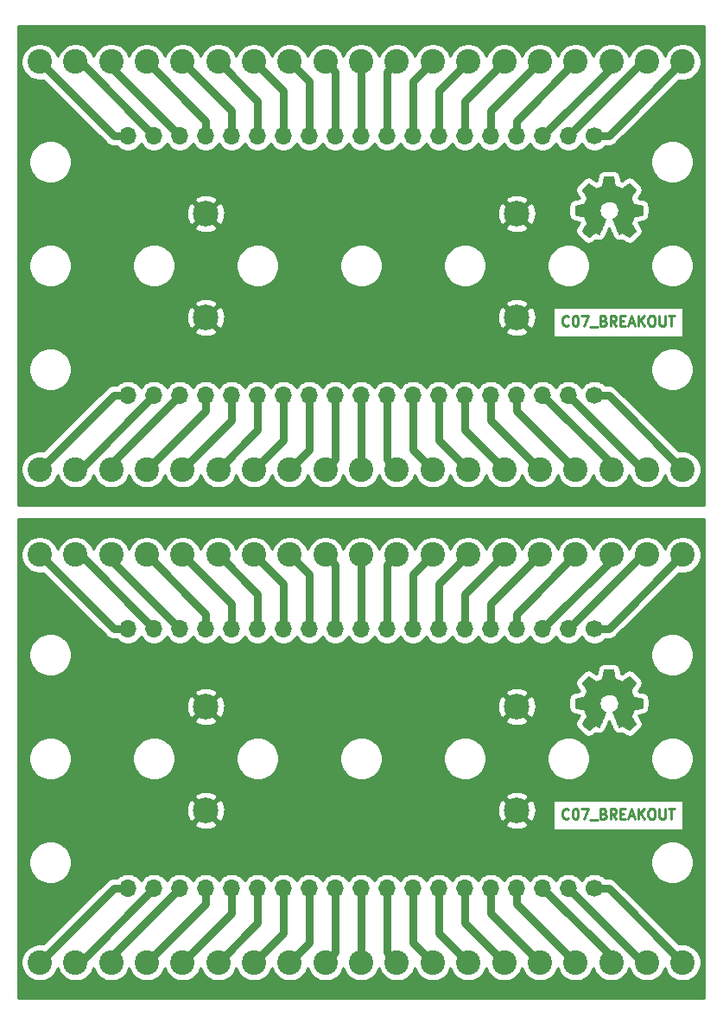
<source format=gbr>
G04 #@! TF.GenerationSoftware,KiCad,Pcbnew,5.1.5-52549c5~86~ubuntu18.04.1*
G04 #@! TF.CreationDate,2020-09-21T15:33:00-05:00*
G04 #@! TF.ProjectId,,58585858-5858-4585-9858-585858585858,rev?*
G04 #@! TF.SameCoordinates,Original*
G04 #@! TF.FileFunction,Copper,L1,Top*
G04 #@! TF.FilePolarity,Positive*
%FSLAX46Y46*%
G04 Gerber Fmt 4.6, Leading zero omitted, Abs format (unit mm)*
G04 Created by KiCad (PCBNEW 5.1.5-52549c5~86~ubuntu18.04.1) date 2020-09-21 15:33:00*
%MOMM*%
%LPD*%
G04 APERTURE LIST*
%ADD10C,0.250000*%
%ADD11C,0.010000*%
%ADD12C,2.400000*%
%ADD13C,2.499360*%
%ADD14C,1.700000*%
%ADD15O,1.700000X1.700000*%
%ADD16C,0.750000*%
%ADD17C,0.254000*%
G04 APERTURE END LIST*
D10*
X162324066Y-115215942D02*
X162276447Y-115263561D01*
X162133590Y-115311180D01*
X162038352Y-115311180D01*
X161895495Y-115263561D01*
X161800257Y-115168323D01*
X161752638Y-115073085D01*
X161705019Y-114882609D01*
X161705019Y-114739752D01*
X161752638Y-114549276D01*
X161800257Y-114454038D01*
X161895495Y-114358800D01*
X162038352Y-114311180D01*
X162133590Y-114311180D01*
X162276447Y-114358800D01*
X162324066Y-114406419D01*
X162943114Y-114311180D02*
X163038352Y-114311180D01*
X163133590Y-114358800D01*
X163181209Y-114406419D01*
X163228828Y-114501657D01*
X163276447Y-114692133D01*
X163276447Y-114930228D01*
X163228828Y-115120704D01*
X163181209Y-115215942D01*
X163133590Y-115263561D01*
X163038352Y-115311180D01*
X162943114Y-115311180D01*
X162847876Y-115263561D01*
X162800257Y-115215942D01*
X162752638Y-115120704D01*
X162705019Y-114930228D01*
X162705019Y-114692133D01*
X162752638Y-114501657D01*
X162800257Y-114406419D01*
X162847876Y-114358800D01*
X162943114Y-114311180D01*
X163609780Y-114311180D02*
X164276447Y-114311180D01*
X163847876Y-115311180D01*
X164419304Y-115406419D02*
X165181209Y-115406419D01*
X165752638Y-114787371D02*
X165895495Y-114834990D01*
X165943114Y-114882609D01*
X165990733Y-114977847D01*
X165990733Y-115120704D01*
X165943114Y-115215942D01*
X165895495Y-115263561D01*
X165800257Y-115311180D01*
X165419304Y-115311180D01*
X165419304Y-114311180D01*
X165752638Y-114311180D01*
X165847876Y-114358800D01*
X165895495Y-114406419D01*
X165943114Y-114501657D01*
X165943114Y-114596895D01*
X165895495Y-114692133D01*
X165847876Y-114739752D01*
X165752638Y-114787371D01*
X165419304Y-114787371D01*
X166990733Y-115311180D02*
X166657400Y-114834990D01*
X166419304Y-115311180D02*
X166419304Y-114311180D01*
X166800257Y-114311180D01*
X166895495Y-114358800D01*
X166943114Y-114406419D01*
X166990733Y-114501657D01*
X166990733Y-114644514D01*
X166943114Y-114739752D01*
X166895495Y-114787371D01*
X166800257Y-114834990D01*
X166419304Y-114834990D01*
X167419304Y-114787371D02*
X167752638Y-114787371D01*
X167895495Y-115311180D02*
X167419304Y-115311180D01*
X167419304Y-114311180D01*
X167895495Y-114311180D01*
X168276447Y-115025466D02*
X168752638Y-115025466D01*
X168181209Y-115311180D02*
X168514542Y-114311180D01*
X168847876Y-115311180D01*
X169181209Y-115311180D02*
X169181209Y-114311180D01*
X169752638Y-115311180D02*
X169324066Y-114739752D01*
X169752638Y-114311180D02*
X169181209Y-114882609D01*
X170371685Y-114311180D02*
X170562161Y-114311180D01*
X170657400Y-114358800D01*
X170752638Y-114454038D01*
X170800257Y-114644514D01*
X170800257Y-114977847D01*
X170752638Y-115168323D01*
X170657400Y-115263561D01*
X170562161Y-115311180D01*
X170371685Y-115311180D01*
X170276447Y-115263561D01*
X170181209Y-115168323D01*
X170133590Y-114977847D01*
X170133590Y-114644514D01*
X170181209Y-114454038D01*
X170276447Y-114358800D01*
X170371685Y-114311180D01*
X171228828Y-114311180D02*
X171228828Y-115120704D01*
X171276447Y-115215942D01*
X171324066Y-115263561D01*
X171419304Y-115311180D01*
X171609780Y-115311180D01*
X171705019Y-115263561D01*
X171752638Y-115215942D01*
X171800257Y-115120704D01*
X171800257Y-114311180D01*
X172133590Y-114311180D02*
X172705019Y-114311180D01*
X172419304Y-115311180D02*
X172419304Y-114311180D01*
X162324066Y-66955942D02*
X162276447Y-67003561D01*
X162133590Y-67051180D01*
X162038352Y-67051180D01*
X161895495Y-67003561D01*
X161800257Y-66908323D01*
X161752638Y-66813085D01*
X161705019Y-66622609D01*
X161705019Y-66479752D01*
X161752638Y-66289276D01*
X161800257Y-66194038D01*
X161895495Y-66098800D01*
X162038352Y-66051180D01*
X162133590Y-66051180D01*
X162276447Y-66098800D01*
X162324066Y-66146419D01*
X162943114Y-66051180D02*
X163038352Y-66051180D01*
X163133590Y-66098800D01*
X163181209Y-66146419D01*
X163228828Y-66241657D01*
X163276447Y-66432133D01*
X163276447Y-66670228D01*
X163228828Y-66860704D01*
X163181209Y-66955942D01*
X163133590Y-67003561D01*
X163038352Y-67051180D01*
X162943114Y-67051180D01*
X162847876Y-67003561D01*
X162800257Y-66955942D01*
X162752638Y-66860704D01*
X162705019Y-66670228D01*
X162705019Y-66432133D01*
X162752638Y-66241657D01*
X162800257Y-66146419D01*
X162847876Y-66098800D01*
X162943114Y-66051180D01*
X163609780Y-66051180D02*
X164276447Y-66051180D01*
X163847876Y-67051180D01*
X164419304Y-67146419D02*
X165181209Y-67146419D01*
X165752638Y-66527371D02*
X165895495Y-66574990D01*
X165943114Y-66622609D01*
X165990733Y-66717847D01*
X165990733Y-66860704D01*
X165943114Y-66955942D01*
X165895495Y-67003561D01*
X165800257Y-67051180D01*
X165419304Y-67051180D01*
X165419304Y-66051180D01*
X165752638Y-66051180D01*
X165847876Y-66098800D01*
X165895495Y-66146419D01*
X165943114Y-66241657D01*
X165943114Y-66336895D01*
X165895495Y-66432133D01*
X165847876Y-66479752D01*
X165752638Y-66527371D01*
X165419304Y-66527371D01*
X166990733Y-67051180D02*
X166657400Y-66574990D01*
X166419304Y-67051180D02*
X166419304Y-66051180D01*
X166800257Y-66051180D01*
X166895495Y-66098800D01*
X166943114Y-66146419D01*
X166990733Y-66241657D01*
X166990733Y-66384514D01*
X166943114Y-66479752D01*
X166895495Y-66527371D01*
X166800257Y-66574990D01*
X166419304Y-66574990D01*
X167419304Y-66527371D02*
X167752638Y-66527371D01*
X167895495Y-67051180D02*
X167419304Y-67051180D01*
X167419304Y-66051180D01*
X167895495Y-66051180D01*
X168276447Y-66765466D02*
X168752638Y-66765466D01*
X168181209Y-67051180D02*
X168514542Y-66051180D01*
X168847876Y-67051180D01*
X169181209Y-67051180D02*
X169181209Y-66051180D01*
X169752638Y-67051180D02*
X169324066Y-66479752D01*
X169752638Y-66051180D02*
X169181209Y-66622609D01*
X170371685Y-66051180D02*
X170562161Y-66051180D01*
X170657400Y-66098800D01*
X170752638Y-66194038D01*
X170800257Y-66384514D01*
X170800257Y-66717847D01*
X170752638Y-66908323D01*
X170657400Y-67003561D01*
X170562161Y-67051180D01*
X170371685Y-67051180D01*
X170276447Y-67003561D01*
X170181209Y-66908323D01*
X170133590Y-66717847D01*
X170133590Y-66384514D01*
X170181209Y-66194038D01*
X170276447Y-66098800D01*
X170371685Y-66051180D01*
X171228828Y-66051180D02*
X171228828Y-66860704D01*
X171276447Y-66955942D01*
X171324066Y-67003561D01*
X171419304Y-67051180D01*
X171609780Y-67051180D01*
X171705019Y-67003561D01*
X171752638Y-66955942D01*
X171800257Y-66860704D01*
X171800257Y-66051180D01*
X172133590Y-66051180D02*
X172705019Y-66051180D01*
X172419304Y-67051180D02*
X172419304Y-66051180D01*
D11*
G36*
X166824214Y-101151731D02*
G01*
X166908035Y-101596355D01*
X167217320Y-101723853D01*
X167526606Y-101851351D01*
X167897646Y-101599046D01*
X168001557Y-101528796D01*
X168095487Y-101466072D01*
X168175052Y-101413738D01*
X168235870Y-101374657D01*
X168273557Y-101351693D01*
X168283821Y-101346742D01*
X168302310Y-101359476D01*
X168341820Y-101394682D01*
X168397922Y-101447862D01*
X168466187Y-101514518D01*
X168542186Y-101590154D01*
X168621492Y-101670272D01*
X168699675Y-101750374D01*
X168772307Y-101825964D01*
X168834959Y-101892545D01*
X168883203Y-101945618D01*
X168912610Y-101980687D01*
X168919641Y-101992423D01*
X168909523Y-102014060D01*
X168881159Y-102061462D01*
X168837529Y-102129993D01*
X168781618Y-102215015D01*
X168716406Y-102311893D01*
X168678619Y-102367150D01*
X168609743Y-102468048D01*
X168548540Y-102559099D01*
X168497978Y-102635770D01*
X168461028Y-102693528D01*
X168440658Y-102727843D01*
X168437597Y-102735054D01*
X168444536Y-102755548D01*
X168463451Y-102803313D01*
X168491487Y-102871632D01*
X168525791Y-102953789D01*
X168563509Y-103043070D01*
X168601787Y-103132758D01*
X168637770Y-103216138D01*
X168668606Y-103286494D01*
X168691439Y-103337110D01*
X168703417Y-103361271D01*
X168704124Y-103362222D01*
X168722931Y-103366836D01*
X168773018Y-103377128D01*
X168849193Y-103392087D01*
X168946265Y-103410701D01*
X169059043Y-103431959D01*
X169124842Y-103444218D01*
X169245350Y-103467162D01*
X169354197Y-103488995D01*
X169445876Y-103508522D01*
X169514881Y-103524548D01*
X169555704Y-103535879D01*
X169563911Y-103539474D01*
X169571948Y-103563806D01*
X169578433Y-103618759D01*
X169583370Y-103697908D01*
X169586764Y-103794826D01*
X169588618Y-103903087D01*
X169588938Y-104016265D01*
X169587727Y-104127935D01*
X169584990Y-104231668D01*
X169580731Y-104321041D01*
X169574955Y-104389626D01*
X169567667Y-104430997D01*
X169563295Y-104439610D01*
X169537164Y-104449933D01*
X169481793Y-104464692D01*
X169404507Y-104482152D01*
X169312630Y-104500580D01*
X169280558Y-104506541D01*
X169125924Y-104534866D01*
X169003775Y-104557676D01*
X168910073Y-104575880D01*
X168840784Y-104590383D01*
X168791871Y-104602092D01*
X168759297Y-104611915D01*
X168739028Y-104620756D01*
X168727026Y-104629524D01*
X168725347Y-104631257D01*
X168708584Y-104659171D01*
X168683014Y-104713495D01*
X168651188Y-104787577D01*
X168615660Y-104874765D01*
X168578983Y-104968408D01*
X168543711Y-105061852D01*
X168512396Y-105148447D01*
X168487593Y-105221540D01*
X168471854Y-105274478D01*
X168467732Y-105300611D01*
X168468076Y-105301526D01*
X168482041Y-105322886D01*
X168513722Y-105369884D01*
X168559791Y-105437627D01*
X168616918Y-105521223D01*
X168681773Y-105615782D01*
X168700243Y-105642654D01*
X168766099Y-105740075D01*
X168824050Y-105828963D01*
X168870938Y-105904212D01*
X168903607Y-105960720D01*
X168918900Y-105993381D01*
X168919641Y-105997393D01*
X168906792Y-106018484D01*
X168871288Y-106060264D01*
X168817693Y-106118245D01*
X168750571Y-106187935D01*
X168674487Y-106264845D01*
X168594004Y-106344483D01*
X168513687Y-106422361D01*
X168438099Y-106493986D01*
X168371805Y-106554870D01*
X168319369Y-106600521D01*
X168285355Y-106626450D01*
X168275945Y-106630683D01*
X168254043Y-106620712D01*
X168209200Y-106593820D01*
X168148721Y-106554536D01*
X168102189Y-106522917D01*
X168017875Y-106464898D01*
X167918026Y-106396584D01*
X167817873Y-106328379D01*
X167764027Y-106291875D01*
X167581771Y-106168600D01*
X167428781Y-106251320D01*
X167359082Y-106287559D01*
X167299814Y-106315726D01*
X167259711Y-106331791D01*
X167249503Y-106334026D01*
X167237229Y-106317522D01*
X167213013Y-106270882D01*
X167178663Y-106198409D01*
X167135988Y-106104406D01*
X167086794Y-105993174D01*
X167032890Y-105869015D01*
X166976084Y-105736232D01*
X166918182Y-105599127D01*
X166860993Y-105462002D01*
X166806324Y-105329158D01*
X166755984Y-105204898D01*
X166711780Y-105093525D01*
X166675519Y-104999339D01*
X166649009Y-104926644D01*
X166634058Y-104879741D01*
X166631654Y-104863633D01*
X166650711Y-104843086D01*
X166692436Y-104809733D01*
X166748106Y-104770502D01*
X166752778Y-104767399D01*
X166896664Y-104652223D01*
X167012683Y-104517853D01*
X167099830Y-104368584D01*
X167157099Y-104208713D01*
X167183486Y-104042537D01*
X167177985Y-103874352D01*
X167139590Y-103708455D01*
X167067295Y-103549142D01*
X167046026Y-103514287D01*
X166935396Y-103373537D01*
X166804702Y-103260514D01*
X166658464Y-103175803D01*
X166501208Y-103119994D01*
X166337457Y-103093674D01*
X166171733Y-103097430D01*
X166008562Y-103131850D01*
X165852465Y-103197523D01*
X165707967Y-103295035D01*
X165663269Y-103334613D01*
X165549512Y-103458503D01*
X165466618Y-103588924D01*
X165409756Y-103735115D01*
X165378087Y-103879888D01*
X165370269Y-104042660D01*
X165396338Y-104206240D01*
X165453645Y-104365098D01*
X165539544Y-104513706D01*
X165651386Y-104646535D01*
X165786523Y-104758056D01*
X165804283Y-104769811D01*
X165860550Y-104808308D01*
X165903323Y-104841663D01*
X165923772Y-104862960D01*
X165924069Y-104863633D01*
X165919679Y-104886671D01*
X165902276Y-104938957D01*
X165873668Y-105016190D01*
X165835665Y-105114068D01*
X165790074Y-105228291D01*
X165738703Y-105354558D01*
X165683362Y-105488567D01*
X165625858Y-105626018D01*
X165568001Y-105762608D01*
X165511598Y-105894037D01*
X165458458Y-106016005D01*
X165410390Y-106124209D01*
X165369201Y-106214349D01*
X165336701Y-106282123D01*
X165314697Y-106323230D01*
X165305836Y-106334026D01*
X165278760Y-106325619D01*
X165228097Y-106303072D01*
X165162583Y-106270413D01*
X165126559Y-106251320D01*
X164973568Y-106168600D01*
X164791312Y-106291875D01*
X164698275Y-106355028D01*
X164596415Y-106424527D01*
X164500962Y-106489965D01*
X164453150Y-106522917D01*
X164385905Y-106568073D01*
X164328964Y-106603857D01*
X164289754Y-106625738D01*
X164277019Y-106630363D01*
X164258483Y-106617885D01*
X164217459Y-106583052D01*
X164157925Y-106529478D01*
X164083858Y-106460783D01*
X163999235Y-106380581D01*
X163945715Y-106329086D01*
X163852081Y-106237086D01*
X163771159Y-106154799D01*
X163706223Y-106085745D01*
X163660542Y-106033444D01*
X163637389Y-106001416D01*
X163635168Y-105994916D01*
X163645476Y-105970194D01*
X163673961Y-105920205D01*
X163717463Y-105850012D01*
X163772823Y-105764675D01*
X163836880Y-105669256D01*
X163855097Y-105642654D01*
X163921473Y-105545967D01*
X163981022Y-105458917D01*
X164030416Y-105386395D01*
X164066325Y-105333293D01*
X164085419Y-105304503D01*
X164087264Y-105301526D01*
X164084505Y-105278582D01*
X164069862Y-105228136D01*
X164045887Y-105156841D01*
X164015134Y-105071347D01*
X163980156Y-104978307D01*
X163943507Y-104884374D01*
X163907739Y-104796199D01*
X163875406Y-104720434D01*
X163849062Y-104663731D01*
X163831258Y-104632743D01*
X163829993Y-104631257D01*
X163819106Y-104622401D01*
X163800718Y-104613643D01*
X163770794Y-104604077D01*
X163725297Y-104592796D01*
X163660191Y-104578893D01*
X163571439Y-104561463D01*
X163455007Y-104539598D01*
X163306858Y-104512391D01*
X163274782Y-104506541D01*
X163179714Y-104488174D01*
X163096835Y-104470205D01*
X163033470Y-104454369D01*
X162996942Y-104442400D01*
X162992044Y-104439610D01*
X162983973Y-104414872D01*
X162977413Y-104359590D01*
X162972367Y-104280189D01*
X162968841Y-104183096D01*
X162966839Y-104074738D01*
X162966364Y-103961540D01*
X162967423Y-103849928D01*
X162970018Y-103746329D01*
X162974154Y-103657168D01*
X162979837Y-103588872D01*
X162987069Y-103547866D01*
X162991429Y-103539474D01*
X163015702Y-103531008D01*
X163070974Y-103517235D01*
X163151738Y-103499350D01*
X163252488Y-103478548D01*
X163367717Y-103456023D01*
X163430498Y-103444218D01*
X163549613Y-103421951D01*
X163655835Y-103401779D01*
X163743973Y-103384715D01*
X163808834Y-103371769D01*
X163845226Y-103363955D01*
X163851216Y-103362222D01*
X163861339Y-103342690D01*
X163882738Y-103295643D01*
X163912561Y-103227803D01*
X163947955Y-103145891D01*
X163986068Y-103056628D01*
X164024047Y-102966735D01*
X164059040Y-102882935D01*
X164088194Y-102811947D01*
X164108657Y-102760494D01*
X164117577Y-102735297D01*
X164117743Y-102734196D01*
X164107631Y-102714319D01*
X164079283Y-102668577D01*
X164035677Y-102601517D01*
X163979794Y-102517684D01*
X163914613Y-102421626D01*
X163876721Y-102366450D01*
X163807675Y-102265281D01*
X163746350Y-102173430D01*
X163695737Y-102095544D01*
X163658829Y-102036269D01*
X163638618Y-102000251D01*
X163635699Y-101992177D01*
X163648247Y-101973384D01*
X163682937Y-101933257D01*
X163735337Y-101876293D01*
X163801016Y-101806985D01*
X163875544Y-101729831D01*
X163954487Y-101649325D01*
X164033417Y-101569963D01*
X164107900Y-101496240D01*
X164173506Y-101432652D01*
X164225804Y-101383694D01*
X164260361Y-101353861D01*
X164271922Y-101346742D01*
X164290746Y-101356753D01*
X164335769Y-101384878D01*
X164402613Y-101428254D01*
X164486901Y-101484018D01*
X164584256Y-101549306D01*
X164657693Y-101599046D01*
X165028733Y-101851351D01*
X165647305Y-101596355D01*
X165731125Y-101151731D01*
X165814946Y-100707107D01*
X166740394Y-100707107D01*
X166824214Y-101151731D01*
G37*
X166824214Y-101151731D02*
X166908035Y-101596355D01*
X167217320Y-101723853D01*
X167526606Y-101851351D01*
X167897646Y-101599046D01*
X168001557Y-101528796D01*
X168095487Y-101466072D01*
X168175052Y-101413738D01*
X168235870Y-101374657D01*
X168273557Y-101351693D01*
X168283821Y-101346742D01*
X168302310Y-101359476D01*
X168341820Y-101394682D01*
X168397922Y-101447862D01*
X168466187Y-101514518D01*
X168542186Y-101590154D01*
X168621492Y-101670272D01*
X168699675Y-101750374D01*
X168772307Y-101825964D01*
X168834959Y-101892545D01*
X168883203Y-101945618D01*
X168912610Y-101980687D01*
X168919641Y-101992423D01*
X168909523Y-102014060D01*
X168881159Y-102061462D01*
X168837529Y-102129993D01*
X168781618Y-102215015D01*
X168716406Y-102311893D01*
X168678619Y-102367150D01*
X168609743Y-102468048D01*
X168548540Y-102559099D01*
X168497978Y-102635770D01*
X168461028Y-102693528D01*
X168440658Y-102727843D01*
X168437597Y-102735054D01*
X168444536Y-102755548D01*
X168463451Y-102803313D01*
X168491487Y-102871632D01*
X168525791Y-102953789D01*
X168563509Y-103043070D01*
X168601787Y-103132758D01*
X168637770Y-103216138D01*
X168668606Y-103286494D01*
X168691439Y-103337110D01*
X168703417Y-103361271D01*
X168704124Y-103362222D01*
X168722931Y-103366836D01*
X168773018Y-103377128D01*
X168849193Y-103392087D01*
X168946265Y-103410701D01*
X169059043Y-103431959D01*
X169124842Y-103444218D01*
X169245350Y-103467162D01*
X169354197Y-103488995D01*
X169445876Y-103508522D01*
X169514881Y-103524548D01*
X169555704Y-103535879D01*
X169563911Y-103539474D01*
X169571948Y-103563806D01*
X169578433Y-103618759D01*
X169583370Y-103697908D01*
X169586764Y-103794826D01*
X169588618Y-103903087D01*
X169588938Y-104016265D01*
X169587727Y-104127935D01*
X169584990Y-104231668D01*
X169580731Y-104321041D01*
X169574955Y-104389626D01*
X169567667Y-104430997D01*
X169563295Y-104439610D01*
X169537164Y-104449933D01*
X169481793Y-104464692D01*
X169404507Y-104482152D01*
X169312630Y-104500580D01*
X169280558Y-104506541D01*
X169125924Y-104534866D01*
X169003775Y-104557676D01*
X168910073Y-104575880D01*
X168840784Y-104590383D01*
X168791871Y-104602092D01*
X168759297Y-104611915D01*
X168739028Y-104620756D01*
X168727026Y-104629524D01*
X168725347Y-104631257D01*
X168708584Y-104659171D01*
X168683014Y-104713495D01*
X168651188Y-104787577D01*
X168615660Y-104874765D01*
X168578983Y-104968408D01*
X168543711Y-105061852D01*
X168512396Y-105148447D01*
X168487593Y-105221540D01*
X168471854Y-105274478D01*
X168467732Y-105300611D01*
X168468076Y-105301526D01*
X168482041Y-105322886D01*
X168513722Y-105369884D01*
X168559791Y-105437627D01*
X168616918Y-105521223D01*
X168681773Y-105615782D01*
X168700243Y-105642654D01*
X168766099Y-105740075D01*
X168824050Y-105828963D01*
X168870938Y-105904212D01*
X168903607Y-105960720D01*
X168918900Y-105993381D01*
X168919641Y-105997393D01*
X168906792Y-106018484D01*
X168871288Y-106060264D01*
X168817693Y-106118245D01*
X168750571Y-106187935D01*
X168674487Y-106264845D01*
X168594004Y-106344483D01*
X168513687Y-106422361D01*
X168438099Y-106493986D01*
X168371805Y-106554870D01*
X168319369Y-106600521D01*
X168285355Y-106626450D01*
X168275945Y-106630683D01*
X168254043Y-106620712D01*
X168209200Y-106593820D01*
X168148721Y-106554536D01*
X168102189Y-106522917D01*
X168017875Y-106464898D01*
X167918026Y-106396584D01*
X167817873Y-106328379D01*
X167764027Y-106291875D01*
X167581771Y-106168600D01*
X167428781Y-106251320D01*
X167359082Y-106287559D01*
X167299814Y-106315726D01*
X167259711Y-106331791D01*
X167249503Y-106334026D01*
X167237229Y-106317522D01*
X167213013Y-106270882D01*
X167178663Y-106198409D01*
X167135988Y-106104406D01*
X167086794Y-105993174D01*
X167032890Y-105869015D01*
X166976084Y-105736232D01*
X166918182Y-105599127D01*
X166860993Y-105462002D01*
X166806324Y-105329158D01*
X166755984Y-105204898D01*
X166711780Y-105093525D01*
X166675519Y-104999339D01*
X166649009Y-104926644D01*
X166634058Y-104879741D01*
X166631654Y-104863633D01*
X166650711Y-104843086D01*
X166692436Y-104809733D01*
X166748106Y-104770502D01*
X166752778Y-104767399D01*
X166896664Y-104652223D01*
X167012683Y-104517853D01*
X167099830Y-104368584D01*
X167157099Y-104208713D01*
X167183486Y-104042537D01*
X167177985Y-103874352D01*
X167139590Y-103708455D01*
X167067295Y-103549142D01*
X167046026Y-103514287D01*
X166935396Y-103373537D01*
X166804702Y-103260514D01*
X166658464Y-103175803D01*
X166501208Y-103119994D01*
X166337457Y-103093674D01*
X166171733Y-103097430D01*
X166008562Y-103131850D01*
X165852465Y-103197523D01*
X165707967Y-103295035D01*
X165663269Y-103334613D01*
X165549512Y-103458503D01*
X165466618Y-103588924D01*
X165409756Y-103735115D01*
X165378087Y-103879888D01*
X165370269Y-104042660D01*
X165396338Y-104206240D01*
X165453645Y-104365098D01*
X165539544Y-104513706D01*
X165651386Y-104646535D01*
X165786523Y-104758056D01*
X165804283Y-104769811D01*
X165860550Y-104808308D01*
X165903323Y-104841663D01*
X165923772Y-104862960D01*
X165924069Y-104863633D01*
X165919679Y-104886671D01*
X165902276Y-104938957D01*
X165873668Y-105016190D01*
X165835665Y-105114068D01*
X165790074Y-105228291D01*
X165738703Y-105354558D01*
X165683362Y-105488567D01*
X165625858Y-105626018D01*
X165568001Y-105762608D01*
X165511598Y-105894037D01*
X165458458Y-106016005D01*
X165410390Y-106124209D01*
X165369201Y-106214349D01*
X165336701Y-106282123D01*
X165314697Y-106323230D01*
X165305836Y-106334026D01*
X165278760Y-106325619D01*
X165228097Y-106303072D01*
X165162583Y-106270413D01*
X165126559Y-106251320D01*
X164973568Y-106168600D01*
X164791312Y-106291875D01*
X164698275Y-106355028D01*
X164596415Y-106424527D01*
X164500962Y-106489965D01*
X164453150Y-106522917D01*
X164385905Y-106568073D01*
X164328964Y-106603857D01*
X164289754Y-106625738D01*
X164277019Y-106630363D01*
X164258483Y-106617885D01*
X164217459Y-106583052D01*
X164157925Y-106529478D01*
X164083858Y-106460783D01*
X163999235Y-106380581D01*
X163945715Y-106329086D01*
X163852081Y-106237086D01*
X163771159Y-106154799D01*
X163706223Y-106085745D01*
X163660542Y-106033444D01*
X163637389Y-106001416D01*
X163635168Y-105994916D01*
X163645476Y-105970194D01*
X163673961Y-105920205D01*
X163717463Y-105850012D01*
X163772823Y-105764675D01*
X163836880Y-105669256D01*
X163855097Y-105642654D01*
X163921473Y-105545967D01*
X163981022Y-105458917D01*
X164030416Y-105386395D01*
X164066325Y-105333293D01*
X164085419Y-105304503D01*
X164087264Y-105301526D01*
X164084505Y-105278582D01*
X164069862Y-105228136D01*
X164045887Y-105156841D01*
X164015134Y-105071347D01*
X163980156Y-104978307D01*
X163943507Y-104884374D01*
X163907739Y-104796199D01*
X163875406Y-104720434D01*
X163849062Y-104663731D01*
X163831258Y-104632743D01*
X163829993Y-104631257D01*
X163819106Y-104622401D01*
X163800718Y-104613643D01*
X163770794Y-104604077D01*
X163725297Y-104592796D01*
X163660191Y-104578893D01*
X163571439Y-104561463D01*
X163455007Y-104539598D01*
X163306858Y-104512391D01*
X163274782Y-104506541D01*
X163179714Y-104488174D01*
X163096835Y-104470205D01*
X163033470Y-104454369D01*
X162996942Y-104442400D01*
X162992044Y-104439610D01*
X162983973Y-104414872D01*
X162977413Y-104359590D01*
X162972367Y-104280189D01*
X162968841Y-104183096D01*
X162966839Y-104074738D01*
X162966364Y-103961540D01*
X162967423Y-103849928D01*
X162970018Y-103746329D01*
X162974154Y-103657168D01*
X162979837Y-103588872D01*
X162987069Y-103547866D01*
X162991429Y-103539474D01*
X163015702Y-103531008D01*
X163070974Y-103517235D01*
X163151738Y-103499350D01*
X163252488Y-103478548D01*
X163367717Y-103456023D01*
X163430498Y-103444218D01*
X163549613Y-103421951D01*
X163655835Y-103401779D01*
X163743973Y-103384715D01*
X163808834Y-103371769D01*
X163845226Y-103363955D01*
X163851216Y-103362222D01*
X163861339Y-103342690D01*
X163882738Y-103295643D01*
X163912561Y-103227803D01*
X163947955Y-103145891D01*
X163986068Y-103056628D01*
X164024047Y-102966735D01*
X164059040Y-102882935D01*
X164088194Y-102811947D01*
X164108657Y-102760494D01*
X164117577Y-102735297D01*
X164117743Y-102734196D01*
X164107631Y-102714319D01*
X164079283Y-102668577D01*
X164035677Y-102601517D01*
X163979794Y-102517684D01*
X163914613Y-102421626D01*
X163876721Y-102366450D01*
X163807675Y-102265281D01*
X163746350Y-102173430D01*
X163695737Y-102095544D01*
X163658829Y-102036269D01*
X163638618Y-102000251D01*
X163635699Y-101992177D01*
X163648247Y-101973384D01*
X163682937Y-101933257D01*
X163735337Y-101876293D01*
X163801016Y-101806985D01*
X163875544Y-101729831D01*
X163954487Y-101649325D01*
X164033417Y-101569963D01*
X164107900Y-101496240D01*
X164173506Y-101432652D01*
X164225804Y-101383694D01*
X164260361Y-101353861D01*
X164271922Y-101346742D01*
X164290746Y-101356753D01*
X164335769Y-101384878D01*
X164402613Y-101428254D01*
X164486901Y-101484018D01*
X164584256Y-101549306D01*
X164657693Y-101599046D01*
X165028733Y-101851351D01*
X165647305Y-101596355D01*
X165731125Y-101151731D01*
X165814946Y-100707107D01*
X166740394Y-100707107D01*
X166824214Y-101151731D01*
G36*
X166824214Y-52891731D02*
G01*
X166908035Y-53336355D01*
X167217320Y-53463853D01*
X167526606Y-53591351D01*
X167897646Y-53339046D01*
X168001557Y-53268796D01*
X168095487Y-53206072D01*
X168175052Y-53153738D01*
X168235870Y-53114657D01*
X168273557Y-53091693D01*
X168283821Y-53086742D01*
X168302310Y-53099476D01*
X168341820Y-53134682D01*
X168397922Y-53187862D01*
X168466187Y-53254518D01*
X168542186Y-53330154D01*
X168621492Y-53410272D01*
X168699675Y-53490374D01*
X168772307Y-53565964D01*
X168834959Y-53632545D01*
X168883203Y-53685618D01*
X168912610Y-53720687D01*
X168919641Y-53732423D01*
X168909523Y-53754060D01*
X168881159Y-53801462D01*
X168837529Y-53869993D01*
X168781618Y-53955015D01*
X168716406Y-54051893D01*
X168678619Y-54107150D01*
X168609743Y-54208048D01*
X168548540Y-54299099D01*
X168497978Y-54375770D01*
X168461028Y-54433528D01*
X168440658Y-54467843D01*
X168437597Y-54475054D01*
X168444536Y-54495548D01*
X168463451Y-54543313D01*
X168491487Y-54611632D01*
X168525791Y-54693789D01*
X168563509Y-54783070D01*
X168601787Y-54872758D01*
X168637770Y-54956138D01*
X168668606Y-55026494D01*
X168691439Y-55077110D01*
X168703417Y-55101271D01*
X168704124Y-55102222D01*
X168722931Y-55106836D01*
X168773018Y-55117128D01*
X168849193Y-55132087D01*
X168946265Y-55150701D01*
X169059043Y-55171959D01*
X169124842Y-55184218D01*
X169245350Y-55207162D01*
X169354197Y-55228995D01*
X169445876Y-55248522D01*
X169514881Y-55264548D01*
X169555704Y-55275879D01*
X169563911Y-55279474D01*
X169571948Y-55303806D01*
X169578433Y-55358759D01*
X169583370Y-55437908D01*
X169586764Y-55534826D01*
X169588618Y-55643087D01*
X169588938Y-55756265D01*
X169587727Y-55867935D01*
X169584990Y-55971668D01*
X169580731Y-56061041D01*
X169574955Y-56129626D01*
X169567667Y-56170997D01*
X169563295Y-56179610D01*
X169537164Y-56189933D01*
X169481793Y-56204692D01*
X169404507Y-56222152D01*
X169312630Y-56240580D01*
X169280558Y-56246541D01*
X169125924Y-56274866D01*
X169003775Y-56297676D01*
X168910073Y-56315880D01*
X168840784Y-56330383D01*
X168791871Y-56342092D01*
X168759297Y-56351915D01*
X168739028Y-56360756D01*
X168727026Y-56369524D01*
X168725347Y-56371257D01*
X168708584Y-56399171D01*
X168683014Y-56453495D01*
X168651188Y-56527577D01*
X168615660Y-56614765D01*
X168578983Y-56708408D01*
X168543711Y-56801852D01*
X168512396Y-56888447D01*
X168487593Y-56961540D01*
X168471854Y-57014478D01*
X168467732Y-57040611D01*
X168468076Y-57041526D01*
X168482041Y-57062886D01*
X168513722Y-57109884D01*
X168559791Y-57177627D01*
X168616918Y-57261223D01*
X168681773Y-57355782D01*
X168700243Y-57382654D01*
X168766099Y-57480075D01*
X168824050Y-57568963D01*
X168870938Y-57644212D01*
X168903607Y-57700720D01*
X168918900Y-57733381D01*
X168919641Y-57737393D01*
X168906792Y-57758484D01*
X168871288Y-57800264D01*
X168817693Y-57858245D01*
X168750571Y-57927935D01*
X168674487Y-58004845D01*
X168594004Y-58084483D01*
X168513687Y-58162361D01*
X168438099Y-58233986D01*
X168371805Y-58294870D01*
X168319369Y-58340521D01*
X168285355Y-58366450D01*
X168275945Y-58370683D01*
X168254043Y-58360712D01*
X168209200Y-58333820D01*
X168148721Y-58294536D01*
X168102189Y-58262917D01*
X168017875Y-58204898D01*
X167918026Y-58136584D01*
X167817873Y-58068379D01*
X167764027Y-58031875D01*
X167581771Y-57908600D01*
X167428781Y-57991320D01*
X167359082Y-58027559D01*
X167299814Y-58055726D01*
X167259711Y-58071791D01*
X167249503Y-58074026D01*
X167237229Y-58057522D01*
X167213013Y-58010882D01*
X167178663Y-57938409D01*
X167135988Y-57844406D01*
X167086794Y-57733174D01*
X167032890Y-57609015D01*
X166976084Y-57476232D01*
X166918182Y-57339127D01*
X166860993Y-57202002D01*
X166806324Y-57069158D01*
X166755984Y-56944898D01*
X166711780Y-56833525D01*
X166675519Y-56739339D01*
X166649009Y-56666644D01*
X166634058Y-56619741D01*
X166631654Y-56603633D01*
X166650711Y-56583086D01*
X166692436Y-56549733D01*
X166748106Y-56510502D01*
X166752778Y-56507399D01*
X166896664Y-56392223D01*
X167012683Y-56257853D01*
X167099830Y-56108584D01*
X167157099Y-55948713D01*
X167183486Y-55782537D01*
X167177985Y-55614352D01*
X167139590Y-55448455D01*
X167067295Y-55289142D01*
X167046026Y-55254287D01*
X166935396Y-55113537D01*
X166804702Y-55000514D01*
X166658464Y-54915803D01*
X166501208Y-54859994D01*
X166337457Y-54833674D01*
X166171733Y-54837430D01*
X166008562Y-54871850D01*
X165852465Y-54937523D01*
X165707967Y-55035035D01*
X165663269Y-55074613D01*
X165549512Y-55198503D01*
X165466618Y-55328924D01*
X165409756Y-55475115D01*
X165378087Y-55619888D01*
X165370269Y-55782660D01*
X165396338Y-55946240D01*
X165453645Y-56105098D01*
X165539544Y-56253706D01*
X165651386Y-56386535D01*
X165786523Y-56498056D01*
X165804283Y-56509811D01*
X165860550Y-56548308D01*
X165903323Y-56581663D01*
X165923772Y-56602960D01*
X165924069Y-56603633D01*
X165919679Y-56626671D01*
X165902276Y-56678957D01*
X165873668Y-56756190D01*
X165835665Y-56854068D01*
X165790074Y-56968291D01*
X165738703Y-57094558D01*
X165683362Y-57228567D01*
X165625858Y-57366018D01*
X165568001Y-57502608D01*
X165511598Y-57634037D01*
X165458458Y-57756005D01*
X165410390Y-57864209D01*
X165369201Y-57954349D01*
X165336701Y-58022123D01*
X165314697Y-58063230D01*
X165305836Y-58074026D01*
X165278760Y-58065619D01*
X165228097Y-58043072D01*
X165162583Y-58010413D01*
X165126559Y-57991320D01*
X164973568Y-57908600D01*
X164791312Y-58031875D01*
X164698275Y-58095028D01*
X164596415Y-58164527D01*
X164500962Y-58229965D01*
X164453150Y-58262917D01*
X164385905Y-58308073D01*
X164328964Y-58343857D01*
X164289754Y-58365738D01*
X164277019Y-58370363D01*
X164258483Y-58357885D01*
X164217459Y-58323052D01*
X164157925Y-58269478D01*
X164083858Y-58200783D01*
X163999235Y-58120581D01*
X163945715Y-58069086D01*
X163852081Y-57977086D01*
X163771159Y-57894799D01*
X163706223Y-57825745D01*
X163660542Y-57773444D01*
X163637389Y-57741416D01*
X163635168Y-57734916D01*
X163645476Y-57710194D01*
X163673961Y-57660205D01*
X163717463Y-57590012D01*
X163772823Y-57504675D01*
X163836880Y-57409256D01*
X163855097Y-57382654D01*
X163921473Y-57285967D01*
X163981022Y-57198917D01*
X164030416Y-57126395D01*
X164066325Y-57073293D01*
X164085419Y-57044503D01*
X164087264Y-57041526D01*
X164084505Y-57018582D01*
X164069862Y-56968136D01*
X164045887Y-56896841D01*
X164015134Y-56811347D01*
X163980156Y-56718307D01*
X163943507Y-56624374D01*
X163907739Y-56536199D01*
X163875406Y-56460434D01*
X163849062Y-56403731D01*
X163831258Y-56372743D01*
X163829993Y-56371257D01*
X163819106Y-56362401D01*
X163800718Y-56353643D01*
X163770794Y-56344077D01*
X163725297Y-56332796D01*
X163660191Y-56318893D01*
X163571439Y-56301463D01*
X163455007Y-56279598D01*
X163306858Y-56252391D01*
X163274782Y-56246541D01*
X163179714Y-56228174D01*
X163096835Y-56210205D01*
X163033470Y-56194369D01*
X162996942Y-56182400D01*
X162992044Y-56179610D01*
X162983973Y-56154872D01*
X162977413Y-56099590D01*
X162972367Y-56020189D01*
X162968841Y-55923096D01*
X162966839Y-55814738D01*
X162966364Y-55701540D01*
X162967423Y-55589928D01*
X162970018Y-55486329D01*
X162974154Y-55397168D01*
X162979837Y-55328872D01*
X162987069Y-55287866D01*
X162991429Y-55279474D01*
X163015702Y-55271008D01*
X163070974Y-55257235D01*
X163151738Y-55239350D01*
X163252488Y-55218548D01*
X163367717Y-55196023D01*
X163430498Y-55184218D01*
X163549613Y-55161951D01*
X163655835Y-55141779D01*
X163743973Y-55124715D01*
X163808834Y-55111769D01*
X163845226Y-55103955D01*
X163851216Y-55102222D01*
X163861339Y-55082690D01*
X163882738Y-55035643D01*
X163912561Y-54967803D01*
X163947955Y-54885891D01*
X163986068Y-54796628D01*
X164024047Y-54706735D01*
X164059040Y-54622935D01*
X164088194Y-54551947D01*
X164108657Y-54500494D01*
X164117577Y-54475297D01*
X164117743Y-54474196D01*
X164107631Y-54454319D01*
X164079283Y-54408577D01*
X164035677Y-54341517D01*
X163979794Y-54257684D01*
X163914613Y-54161626D01*
X163876721Y-54106450D01*
X163807675Y-54005281D01*
X163746350Y-53913430D01*
X163695737Y-53835544D01*
X163658829Y-53776269D01*
X163638618Y-53740251D01*
X163635699Y-53732177D01*
X163648247Y-53713384D01*
X163682937Y-53673257D01*
X163735337Y-53616293D01*
X163801016Y-53546985D01*
X163875544Y-53469831D01*
X163954487Y-53389325D01*
X164033417Y-53309963D01*
X164107900Y-53236240D01*
X164173506Y-53172652D01*
X164225804Y-53123694D01*
X164260361Y-53093861D01*
X164271922Y-53086742D01*
X164290746Y-53096753D01*
X164335769Y-53124878D01*
X164402613Y-53168254D01*
X164486901Y-53224018D01*
X164584256Y-53289306D01*
X164657693Y-53339046D01*
X165028733Y-53591351D01*
X165647305Y-53336355D01*
X165731125Y-52891731D01*
X165814946Y-52447107D01*
X166740394Y-52447107D01*
X166824214Y-52891731D01*
G37*
X166824214Y-52891731D02*
X166908035Y-53336355D01*
X167217320Y-53463853D01*
X167526606Y-53591351D01*
X167897646Y-53339046D01*
X168001557Y-53268796D01*
X168095487Y-53206072D01*
X168175052Y-53153738D01*
X168235870Y-53114657D01*
X168273557Y-53091693D01*
X168283821Y-53086742D01*
X168302310Y-53099476D01*
X168341820Y-53134682D01*
X168397922Y-53187862D01*
X168466187Y-53254518D01*
X168542186Y-53330154D01*
X168621492Y-53410272D01*
X168699675Y-53490374D01*
X168772307Y-53565964D01*
X168834959Y-53632545D01*
X168883203Y-53685618D01*
X168912610Y-53720687D01*
X168919641Y-53732423D01*
X168909523Y-53754060D01*
X168881159Y-53801462D01*
X168837529Y-53869993D01*
X168781618Y-53955015D01*
X168716406Y-54051893D01*
X168678619Y-54107150D01*
X168609743Y-54208048D01*
X168548540Y-54299099D01*
X168497978Y-54375770D01*
X168461028Y-54433528D01*
X168440658Y-54467843D01*
X168437597Y-54475054D01*
X168444536Y-54495548D01*
X168463451Y-54543313D01*
X168491487Y-54611632D01*
X168525791Y-54693789D01*
X168563509Y-54783070D01*
X168601787Y-54872758D01*
X168637770Y-54956138D01*
X168668606Y-55026494D01*
X168691439Y-55077110D01*
X168703417Y-55101271D01*
X168704124Y-55102222D01*
X168722931Y-55106836D01*
X168773018Y-55117128D01*
X168849193Y-55132087D01*
X168946265Y-55150701D01*
X169059043Y-55171959D01*
X169124842Y-55184218D01*
X169245350Y-55207162D01*
X169354197Y-55228995D01*
X169445876Y-55248522D01*
X169514881Y-55264548D01*
X169555704Y-55275879D01*
X169563911Y-55279474D01*
X169571948Y-55303806D01*
X169578433Y-55358759D01*
X169583370Y-55437908D01*
X169586764Y-55534826D01*
X169588618Y-55643087D01*
X169588938Y-55756265D01*
X169587727Y-55867935D01*
X169584990Y-55971668D01*
X169580731Y-56061041D01*
X169574955Y-56129626D01*
X169567667Y-56170997D01*
X169563295Y-56179610D01*
X169537164Y-56189933D01*
X169481793Y-56204692D01*
X169404507Y-56222152D01*
X169312630Y-56240580D01*
X169280558Y-56246541D01*
X169125924Y-56274866D01*
X169003775Y-56297676D01*
X168910073Y-56315880D01*
X168840784Y-56330383D01*
X168791871Y-56342092D01*
X168759297Y-56351915D01*
X168739028Y-56360756D01*
X168727026Y-56369524D01*
X168725347Y-56371257D01*
X168708584Y-56399171D01*
X168683014Y-56453495D01*
X168651188Y-56527577D01*
X168615660Y-56614765D01*
X168578983Y-56708408D01*
X168543711Y-56801852D01*
X168512396Y-56888447D01*
X168487593Y-56961540D01*
X168471854Y-57014478D01*
X168467732Y-57040611D01*
X168468076Y-57041526D01*
X168482041Y-57062886D01*
X168513722Y-57109884D01*
X168559791Y-57177627D01*
X168616918Y-57261223D01*
X168681773Y-57355782D01*
X168700243Y-57382654D01*
X168766099Y-57480075D01*
X168824050Y-57568963D01*
X168870938Y-57644212D01*
X168903607Y-57700720D01*
X168918900Y-57733381D01*
X168919641Y-57737393D01*
X168906792Y-57758484D01*
X168871288Y-57800264D01*
X168817693Y-57858245D01*
X168750571Y-57927935D01*
X168674487Y-58004845D01*
X168594004Y-58084483D01*
X168513687Y-58162361D01*
X168438099Y-58233986D01*
X168371805Y-58294870D01*
X168319369Y-58340521D01*
X168285355Y-58366450D01*
X168275945Y-58370683D01*
X168254043Y-58360712D01*
X168209200Y-58333820D01*
X168148721Y-58294536D01*
X168102189Y-58262917D01*
X168017875Y-58204898D01*
X167918026Y-58136584D01*
X167817873Y-58068379D01*
X167764027Y-58031875D01*
X167581771Y-57908600D01*
X167428781Y-57991320D01*
X167359082Y-58027559D01*
X167299814Y-58055726D01*
X167259711Y-58071791D01*
X167249503Y-58074026D01*
X167237229Y-58057522D01*
X167213013Y-58010882D01*
X167178663Y-57938409D01*
X167135988Y-57844406D01*
X167086794Y-57733174D01*
X167032890Y-57609015D01*
X166976084Y-57476232D01*
X166918182Y-57339127D01*
X166860993Y-57202002D01*
X166806324Y-57069158D01*
X166755984Y-56944898D01*
X166711780Y-56833525D01*
X166675519Y-56739339D01*
X166649009Y-56666644D01*
X166634058Y-56619741D01*
X166631654Y-56603633D01*
X166650711Y-56583086D01*
X166692436Y-56549733D01*
X166748106Y-56510502D01*
X166752778Y-56507399D01*
X166896664Y-56392223D01*
X167012683Y-56257853D01*
X167099830Y-56108584D01*
X167157099Y-55948713D01*
X167183486Y-55782537D01*
X167177985Y-55614352D01*
X167139590Y-55448455D01*
X167067295Y-55289142D01*
X167046026Y-55254287D01*
X166935396Y-55113537D01*
X166804702Y-55000514D01*
X166658464Y-54915803D01*
X166501208Y-54859994D01*
X166337457Y-54833674D01*
X166171733Y-54837430D01*
X166008562Y-54871850D01*
X165852465Y-54937523D01*
X165707967Y-55035035D01*
X165663269Y-55074613D01*
X165549512Y-55198503D01*
X165466618Y-55328924D01*
X165409756Y-55475115D01*
X165378087Y-55619888D01*
X165370269Y-55782660D01*
X165396338Y-55946240D01*
X165453645Y-56105098D01*
X165539544Y-56253706D01*
X165651386Y-56386535D01*
X165786523Y-56498056D01*
X165804283Y-56509811D01*
X165860550Y-56548308D01*
X165903323Y-56581663D01*
X165923772Y-56602960D01*
X165924069Y-56603633D01*
X165919679Y-56626671D01*
X165902276Y-56678957D01*
X165873668Y-56756190D01*
X165835665Y-56854068D01*
X165790074Y-56968291D01*
X165738703Y-57094558D01*
X165683362Y-57228567D01*
X165625858Y-57366018D01*
X165568001Y-57502608D01*
X165511598Y-57634037D01*
X165458458Y-57756005D01*
X165410390Y-57864209D01*
X165369201Y-57954349D01*
X165336701Y-58022123D01*
X165314697Y-58063230D01*
X165305836Y-58074026D01*
X165278760Y-58065619D01*
X165228097Y-58043072D01*
X165162583Y-58010413D01*
X165126559Y-57991320D01*
X164973568Y-57908600D01*
X164791312Y-58031875D01*
X164698275Y-58095028D01*
X164596415Y-58164527D01*
X164500962Y-58229965D01*
X164453150Y-58262917D01*
X164385905Y-58308073D01*
X164328964Y-58343857D01*
X164289754Y-58365738D01*
X164277019Y-58370363D01*
X164258483Y-58357885D01*
X164217459Y-58323052D01*
X164157925Y-58269478D01*
X164083858Y-58200783D01*
X163999235Y-58120581D01*
X163945715Y-58069086D01*
X163852081Y-57977086D01*
X163771159Y-57894799D01*
X163706223Y-57825745D01*
X163660542Y-57773444D01*
X163637389Y-57741416D01*
X163635168Y-57734916D01*
X163645476Y-57710194D01*
X163673961Y-57660205D01*
X163717463Y-57590012D01*
X163772823Y-57504675D01*
X163836880Y-57409256D01*
X163855097Y-57382654D01*
X163921473Y-57285967D01*
X163981022Y-57198917D01*
X164030416Y-57126395D01*
X164066325Y-57073293D01*
X164085419Y-57044503D01*
X164087264Y-57041526D01*
X164084505Y-57018582D01*
X164069862Y-56968136D01*
X164045887Y-56896841D01*
X164015134Y-56811347D01*
X163980156Y-56718307D01*
X163943507Y-56624374D01*
X163907739Y-56536199D01*
X163875406Y-56460434D01*
X163849062Y-56403731D01*
X163831258Y-56372743D01*
X163829993Y-56371257D01*
X163819106Y-56362401D01*
X163800718Y-56353643D01*
X163770794Y-56344077D01*
X163725297Y-56332796D01*
X163660191Y-56318893D01*
X163571439Y-56301463D01*
X163455007Y-56279598D01*
X163306858Y-56252391D01*
X163274782Y-56246541D01*
X163179714Y-56228174D01*
X163096835Y-56210205D01*
X163033470Y-56194369D01*
X162996942Y-56182400D01*
X162992044Y-56179610D01*
X162983973Y-56154872D01*
X162977413Y-56099590D01*
X162972367Y-56020189D01*
X162968841Y-55923096D01*
X162966839Y-55814738D01*
X162966364Y-55701540D01*
X162967423Y-55589928D01*
X162970018Y-55486329D01*
X162974154Y-55397168D01*
X162979837Y-55328872D01*
X162987069Y-55287866D01*
X162991429Y-55279474D01*
X163015702Y-55271008D01*
X163070974Y-55257235D01*
X163151738Y-55239350D01*
X163252488Y-55218548D01*
X163367717Y-55196023D01*
X163430498Y-55184218D01*
X163549613Y-55161951D01*
X163655835Y-55141779D01*
X163743973Y-55124715D01*
X163808834Y-55111769D01*
X163845226Y-55103955D01*
X163851216Y-55102222D01*
X163861339Y-55082690D01*
X163882738Y-55035643D01*
X163912561Y-54967803D01*
X163947955Y-54885891D01*
X163986068Y-54796628D01*
X164024047Y-54706735D01*
X164059040Y-54622935D01*
X164088194Y-54551947D01*
X164108657Y-54500494D01*
X164117577Y-54475297D01*
X164117743Y-54474196D01*
X164107631Y-54454319D01*
X164079283Y-54408577D01*
X164035677Y-54341517D01*
X163979794Y-54257684D01*
X163914613Y-54161626D01*
X163876721Y-54106450D01*
X163807675Y-54005281D01*
X163746350Y-53913430D01*
X163695737Y-53835544D01*
X163658829Y-53776269D01*
X163638618Y-53740251D01*
X163635699Y-53732177D01*
X163648247Y-53713384D01*
X163682937Y-53673257D01*
X163735337Y-53616293D01*
X163801016Y-53546985D01*
X163875544Y-53469831D01*
X163954487Y-53389325D01*
X164033417Y-53309963D01*
X164107900Y-53236240D01*
X164173506Y-53172652D01*
X164225804Y-53123694D01*
X164260361Y-53093861D01*
X164271922Y-53086742D01*
X164290746Y-53096753D01*
X164335769Y-53124878D01*
X164402613Y-53168254D01*
X164486901Y-53224018D01*
X164584256Y-53289306D01*
X164657693Y-53339046D01*
X165028733Y-53591351D01*
X165647305Y-53336355D01*
X165731125Y-52891731D01*
X165814946Y-52447107D01*
X166740394Y-52447107D01*
X166824214Y-52891731D01*
D12*
X173496200Y-89458800D03*
X169996200Y-89458800D03*
X166496200Y-89458800D03*
X162996200Y-89458800D03*
X159496200Y-89458800D03*
X155996200Y-89458800D03*
X152496200Y-89458800D03*
X148996200Y-89458800D03*
X145496200Y-89458800D03*
D13*
X157236200Y-104328000D03*
X126756200Y-104328000D03*
D12*
X110496200Y-129357200D03*
X113996200Y-129357200D03*
X117496200Y-129357200D03*
X120996200Y-129357200D03*
X124496200Y-129357200D03*
X127996200Y-129357200D03*
X131496200Y-129357200D03*
X134996200Y-129357200D03*
X138496200Y-129357200D03*
X141996200Y-129357200D03*
D13*
X126756200Y-114488000D03*
D12*
X141996200Y-89458800D03*
X138496200Y-89458800D03*
X134996200Y-89458800D03*
X131496200Y-89458800D03*
X127996200Y-89458800D03*
X124496200Y-89458800D03*
X120996200Y-89458800D03*
X117496200Y-89458800D03*
X113996200Y-89458800D03*
X110496200Y-89458800D03*
D13*
X157236200Y-114488000D03*
D14*
X164856200Y-96708000D03*
D15*
X162316200Y-96708000D03*
X159776200Y-96708000D03*
X157236200Y-96708000D03*
X154696200Y-96708000D03*
X152156200Y-96708000D03*
X149616200Y-96708000D03*
X147076200Y-96708000D03*
X144536200Y-96708000D03*
X141996200Y-96708000D03*
X139456200Y-96708000D03*
X136916200Y-96708000D03*
X134376200Y-96708000D03*
X131836200Y-96708000D03*
X129296200Y-96708000D03*
X126756200Y-96708000D03*
X124216200Y-96708000D03*
X121676200Y-96708000D03*
X119136200Y-96708000D03*
D14*
X164856200Y-122108000D03*
D15*
X162316200Y-122108000D03*
X159776200Y-122108000D03*
X157236200Y-122108000D03*
X154696200Y-122108000D03*
X152156200Y-122108000D03*
X149616200Y-122108000D03*
X147076200Y-122108000D03*
X144536200Y-122108000D03*
X141996200Y-122108000D03*
X139456200Y-122108000D03*
X136916200Y-122108000D03*
X134376200Y-122108000D03*
X131836200Y-122108000D03*
X129296200Y-122108000D03*
X126756200Y-122108000D03*
X124216200Y-122108000D03*
X121676200Y-122108000D03*
X119136200Y-122108000D03*
D12*
X145496200Y-129357200D03*
X148996200Y-129357200D03*
X152496200Y-129357200D03*
X155996200Y-129357200D03*
X159496200Y-129357200D03*
X162996200Y-129357200D03*
X166496200Y-129357200D03*
X169996200Y-129357200D03*
X173496200Y-129357200D03*
D15*
X119136200Y-73848000D03*
X121676200Y-73848000D03*
X124216200Y-73848000D03*
X126756200Y-73848000D03*
X129296200Y-73848000D03*
X131836200Y-73848000D03*
X134376200Y-73848000D03*
X136916200Y-73848000D03*
X139456200Y-73848000D03*
X141996200Y-73848000D03*
X144536200Y-73848000D03*
X147076200Y-73848000D03*
X149616200Y-73848000D03*
X152156200Y-73848000D03*
X154696200Y-73848000D03*
X157236200Y-73848000D03*
X159776200Y-73848000D03*
X162316200Y-73848000D03*
D14*
X164856200Y-73848000D03*
D15*
X119136200Y-48448000D03*
X121676200Y-48448000D03*
X124216200Y-48448000D03*
X126756200Y-48448000D03*
X129296200Y-48448000D03*
X131836200Y-48448000D03*
X134376200Y-48448000D03*
X136916200Y-48448000D03*
X139456200Y-48448000D03*
X141996200Y-48448000D03*
X144536200Y-48448000D03*
X147076200Y-48448000D03*
X149616200Y-48448000D03*
X152156200Y-48448000D03*
X154696200Y-48448000D03*
X157236200Y-48448000D03*
X159776200Y-48448000D03*
X162316200Y-48448000D03*
D14*
X164856200Y-48448000D03*
D12*
X173496200Y-81097200D03*
X169996200Y-81097200D03*
X166496200Y-81097200D03*
X162996200Y-81097200D03*
X159496200Y-81097200D03*
X155996200Y-81097200D03*
X152496200Y-81097200D03*
X148996200Y-81097200D03*
X145496200Y-81097200D03*
X141996200Y-81097200D03*
X138496200Y-81097200D03*
X134996200Y-81097200D03*
X131496200Y-81097200D03*
X127996200Y-81097200D03*
X124496200Y-81097200D03*
X120996200Y-81097200D03*
X117496200Y-81097200D03*
X113996200Y-81097200D03*
X110496200Y-81097200D03*
X145496200Y-41198800D03*
X148996200Y-41198800D03*
X152496200Y-41198800D03*
X155996200Y-41198800D03*
X159496200Y-41198800D03*
X162996200Y-41198800D03*
X166496200Y-41198800D03*
X169996200Y-41198800D03*
X173496200Y-41198800D03*
X110496200Y-41198800D03*
X113996200Y-41198800D03*
X117496200Y-41198800D03*
X120996200Y-41198800D03*
X124496200Y-41198800D03*
X127996200Y-41198800D03*
X131496200Y-41198800D03*
X134996200Y-41198800D03*
X138496200Y-41198800D03*
X141996200Y-41198800D03*
D13*
X157236200Y-66228000D03*
X157236200Y-56068000D03*
X126756200Y-56068000D03*
X126756200Y-66228000D03*
D16*
X117745400Y-48448000D02*
X110496200Y-41198800D01*
X119136200Y-48448000D02*
X117745400Y-48448000D01*
X117745400Y-96708000D02*
X110496200Y-89458800D01*
X119136200Y-96708000D02*
X117745400Y-96708000D01*
X114427000Y-41198800D02*
X113996200Y-41198800D01*
X121676200Y-48448000D02*
X114427000Y-41198800D01*
X114427000Y-89458800D02*
X113996200Y-89458800D01*
X121676200Y-96708000D02*
X114427000Y-89458800D01*
X117496200Y-41728000D02*
X117496200Y-41198800D01*
X124216200Y-48448000D02*
X117496200Y-41728000D01*
X124216200Y-96708000D02*
X117496200Y-89988000D01*
X117496200Y-89988000D02*
X117496200Y-89458800D01*
X126756200Y-46958800D02*
X120996200Y-41198800D01*
X126756200Y-48448000D02*
X126756200Y-46958800D01*
X126756200Y-95218800D02*
X120996200Y-89458800D01*
X126756200Y-96708000D02*
X126756200Y-95218800D01*
X129296200Y-45998800D02*
X124496200Y-41198800D01*
X129296200Y-48448000D02*
X129296200Y-45998800D01*
X129296200Y-96708000D02*
X129296200Y-94258800D01*
X129296200Y-94258800D02*
X124496200Y-89458800D01*
X131836200Y-45038800D02*
X127996200Y-41198800D01*
X131836200Y-48448000D02*
X131836200Y-45038800D01*
X131836200Y-96708000D02*
X131836200Y-93298800D01*
X131836200Y-93298800D02*
X127996200Y-89458800D01*
X134376200Y-44078800D02*
X131496200Y-41198800D01*
X134376200Y-48448000D02*
X134376200Y-44078800D01*
X134376200Y-92338800D02*
X131496200Y-89458800D01*
X134376200Y-96708000D02*
X134376200Y-92338800D01*
X136916200Y-43118800D02*
X134996200Y-41198800D01*
X136916200Y-48448000D02*
X136916200Y-43118800D01*
X136916200Y-91378800D02*
X134996200Y-89458800D01*
X136916200Y-96708000D02*
X136916200Y-91378800D01*
X139456200Y-42158800D02*
X138496200Y-41198800D01*
X139456200Y-48448000D02*
X139456200Y-42158800D01*
X139456200Y-96708000D02*
X139456200Y-90418800D01*
X139456200Y-90418800D02*
X138496200Y-89458800D01*
X141996200Y-41198800D02*
X141996200Y-48448000D01*
X141996200Y-89458800D02*
X141996200Y-96708000D01*
X144536200Y-42158800D02*
X145496200Y-41198800D01*
X144536200Y-48448000D02*
X144536200Y-42158800D01*
X144536200Y-96708000D02*
X144536200Y-90418800D01*
X144536200Y-90418800D02*
X145496200Y-89458800D01*
X147076200Y-43118800D02*
X148996200Y-41198800D01*
X147076200Y-48448000D02*
X147076200Y-43118800D01*
X147076200Y-91378800D02*
X148996200Y-89458800D01*
X147076200Y-96708000D02*
X147076200Y-91378800D01*
X149616200Y-44078800D02*
X152496200Y-41198800D01*
X149616200Y-48448000D02*
X149616200Y-44078800D01*
X149616200Y-92338800D02*
X152496200Y-89458800D01*
X149616200Y-96708000D02*
X149616200Y-92338800D01*
X152156200Y-45038800D02*
X155448000Y-41747000D01*
X152156200Y-48448000D02*
X152156200Y-45038800D01*
X152156200Y-93298800D02*
X155448000Y-90007000D01*
X152156200Y-96708000D02*
X152156200Y-93298800D01*
X154696200Y-45998800D02*
X159496200Y-41198800D01*
X154696200Y-48448000D02*
X154696200Y-45998800D01*
X154696200Y-94258800D02*
X159496200Y-89458800D01*
X154696200Y-96708000D02*
X154696200Y-94258800D01*
X157236200Y-46958800D02*
X162996200Y-41198800D01*
X157236200Y-48448000D02*
X157236200Y-46958800D01*
X157236200Y-96708000D02*
X157236200Y-95218800D01*
X157236200Y-95218800D02*
X162996200Y-89458800D01*
X166496200Y-41728000D02*
X166496200Y-41198800D01*
X159776200Y-48448000D02*
X166496200Y-41728000D01*
X159776200Y-96708000D02*
X166496200Y-89988000D01*
X166496200Y-89988000D02*
X166496200Y-89458800D01*
X169565400Y-41198800D02*
X169996200Y-41198800D01*
X162316200Y-48448000D02*
X169565400Y-41198800D01*
X169565400Y-89458800D02*
X169996200Y-89458800D01*
X162316200Y-96708000D02*
X169565400Y-89458800D01*
X166247000Y-48448000D02*
X173496200Y-41198800D01*
X164856200Y-48448000D02*
X166247000Y-48448000D01*
X164856200Y-96708000D02*
X166247000Y-96708000D01*
X166247000Y-96708000D02*
X173496200Y-89458800D01*
X141996200Y-73848000D02*
X141996200Y-81097200D01*
X141996200Y-122108000D02*
X141996200Y-129357200D01*
X139456200Y-80137200D02*
X138496200Y-81097200D01*
X139456200Y-73848000D02*
X139456200Y-80137200D01*
X139456200Y-122108000D02*
X139456200Y-128397200D01*
X139456200Y-128397200D02*
X138496200Y-129357200D01*
X136916200Y-79177200D02*
X134996200Y-81097200D01*
X136916200Y-73848000D02*
X136916200Y-79177200D01*
X136916200Y-122108000D02*
X136916200Y-127437200D01*
X136916200Y-127437200D02*
X134996200Y-129357200D01*
X134376200Y-78217200D02*
X131496200Y-81097200D01*
X134376200Y-73848000D02*
X134376200Y-78217200D01*
X134376200Y-122108000D02*
X134376200Y-126477200D01*
X134376200Y-126477200D02*
X131496200Y-129357200D01*
X131836200Y-77257200D02*
X127996200Y-81097200D01*
X131836200Y-73848000D02*
X131836200Y-77257200D01*
X131836200Y-125517200D02*
X127996200Y-129357200D01*
X131836200Y-122108000D02*
X131836200Y-125517200D01*
X129296200Y-76297200D02*
X124496200Y-81097200D01*
X129296200Y-73848000D02*
X129296200Y-76297200D01*
X129296200Y-124557200D02*
X124496200Y-129357200D01*
X129296200Y-122108000D02*
X129296200Y-124557200D01*
X126756200Y-75337200D02*
X120996200Y-81097200D01*
X126756200Y-73848000D02*
X126756200Y-75337200D01*
X126756200Y-122108000D02*
X126756200Y-123597200D01*
X126756200Y-123597200D02*
X120996200Y-129357200D01*
X117496200Y-80568000D02*
X117496200Y-81097200D01*
X124216200Y-73848000D02*
X117496200Y-80568000D01*
X117496200Y-128828000D02*
X117496200Y-129357200D01*
X124216200Y-122108000D02*
X117496200Y-128828000D01*
X114427000Y-81097200D02*
X113996200Y-81097200D01*
X121676200Y-73848000D02*
X114427000Y-81097200D01*
X114427000Y-129357200D02*
X113996200Y-129357200D01*
X121676200Y-122108000D02*
X114427000Y-129357200D01*
X117745400Y-73848000D02*
X110496200Y-81097200D01*
X119136200Y-73848000D02*
X117745400Y-73848000D01*
X117745400Y-122108000D02*
X110496200Y-129357200D01*
X119136200Y-122108000D02*
X117745400Y-122108000D01*
X166247000Y-73848000D02*
X173496200Y-81097200D01*
X164856200Y-73848000D02*
X166247000Y-73848000D01*
X166247000Y-122108000D02*
X173496200Y-129357200D01*
X164856200Y-122108000D02*
X166247000Y-122108000D01*
X169565400Y-81097200D02*
X169996200Y-81097200D01*
X162316200Y-73848000D02*
X169565400Y-81097200D01*
X169565400Y-129357200D02*
X169996200Y-129357200D01*
X162316200Y-122108000D02*
X169565400Y-129357200D01*
X166496200Y-80568000D02*
X166496200Y-81097200D01*
X159776200Y-73848000D02*
X166496200Y-80568000D01*
X166496200Y-128828000D02*
X166496200Y-129357200D01*
X159776200Y-122108000D02*
X166496200Y-128828000D01*
X157236200Y-75337200D02*
X162996200Y-81097200D01*
X157236200Y-73848000D02*
X157236200Y-75337200D01*
X157236200Y-123597200D02*
X162996200Y-129357200D01*
X157236200Y-122108000D02*
X157236200Y-123597200D01*
X154696200Y-76297200D02*
X159496200Y-81097200D01*
X154696200Y-73848000D02*
X154696200Y-76297200D01*
X154696200Y-124557200D02*
X159496200Y-129357200D01*
X154696200Y-122108000D02*
X154696200Y-124557200D01*
X152156200Y-77257200D02*
X155996200Y-81097200D01*
X152156200Y-73848000D02*
X152156200Y-77257200D01*
X152156200Y-125517200D02*
X155996200Y-129357200D01*
X152156200Y-122108000D02*
X152156200Y-125517200D01*
X149616200Y-78217200D02*
X152496200Y-81097200D01*
X149616200Y-73848000D02*
X149616200Y-78217200D01*
X149616200Y-126477200D02*
X152496200Y-129357200D01*
X149616200Y-122108000D02*
X149616200Y-126477200D01*
X147076200Y-79177200D02*
X148996200Y-81097200D01*
X147076200Y-73848000D02*
X147076200Y-79177200D01*
X147076200Y-127437200D02*
X148996200Y-129357200D01*
X147076200Y-122108000D02*
X147076200Y-127437200D01*
X144536200Y-80137200D02*
X145496200Y-81097200D01*
X144536200Y-73848000D02*
X144536200Y-80137200D01*
X144536200Y-128397200D02*
X145496200Y-129357200D01*
X144536200Y-122108000D02*
X144536200Y-128397200D01*
D17*
G36*
X175626201Y-84618000D02*
G01*
X108407200Y-84618000D01*
X108407200Y-80916468D01*
X108661200Y-80916468D01*
X108661200Y-81277932D01*
X108731718Y-81632450D01*
X108870044Y-81966399D01*
X109070862Y-82266944D01*
X109326456Y-82522538D01*
X109627001Y-82723356D01*
X109960950Y-82861682D01*
X110315468Y-82932200D01*
X110676932Y-82932200D01*
X111031450Y-82861682D01*
X111365399Y-82723356D01*
X111665944Y-82522538D01*
X111921538Y-82266944D01*
X112122356Y-81966399D01*
X112246200Y-81667413D01*
X112370044Y-81966399D01*
X112570862Y-82266944D01*
X112826456Y-82522538D01*
X113127001Y-82723356D01*
X113460950Y-82861682D01*
X113815468Y-82932200D01*
X114176932Y-82932200D01*
X114531450Y-82861682D01*
X114865399Y-82723356D01*
X115165944Y-82522538D01*
X115421538Y-82266944D01*
X115622356Y-81966399D01*
X115746200Y-81667413D01*
X115870044Y-81966399D01*
X116070862Y-82266944D01*
X116326456Y-82522538D01*
X116627001Y-82723356D01*
X116960950Y-82861682D01*
X117315468Y-82932200D01*
X117676932Y-82932200D01*
X118031450Y-82861682D01*
X118365399Y-82723356D01*
X118665944Y-82522538D01*
X118921538Y-82266944D01*
X119122356Y-81966399D01*
X119246200Y-81667413D01*
X119370044Y-81966399D01*
X119570862Y-82266944D01*
X119826456Y-82522538D01*
X120127001Y-82723356D01*
X120460950Y-82861682D01*
X120815468Y-82932200D01*
X121176932Y-82932200D01*
X121531450Y-82861682D01*
X121865399Y-82723356D01*
X122165944Y-82522538D01*
X122421538Y-82266944D01*
X122622356Y-81966399D01*
X122746200Y-81667413D01*
X122870044Y-81966399D01*
X123070862Y-82266944D01*
X123326456Y-82522538D01*
X123627001Y-82723356D01*
X123960950Y-82861682D01*
X124315468Y-82932200D01*
X124676932Y-82932200D01*
X125031450Y-82861682D01*
X125365399Y-82723356D01*
X125665944Y-82522538D01*
X125921538Y-82266944D01*
X126122356Y-81966399D01*
X126246200Y-81667413D01*
X126370044Y-81966399D01*
X126570862Y-82266944D01*
X126826456Y-82522538D01*
X127127001Y-82723356D01*
X127460950Y-82861682D01*
X127815468Y-82932200D01*
X128176932Y-82932200D01*
X128531450Y-82861682D01*
X128865399Y-82723356D01*
X129165944Y-82522538D01*
X129421538Y-82266944D01*
X129622356Y-81966399D01*
X129746200Y-81667413D01*
X129870044Y-81966399D01*
X130070862Y-82266944D01*
X130326456Y-82522538D01*
X130627001Y-82723356D01*
X130960950Y-82861682D01*
X131315468Y-82932200D01*
X131676932Y-82932200D01*
X132031450Y-82861682D01*
X132365399Y-82723356D01*
X132665944Y-82522538D01*
X132921538Y-82266944D01*
X133122356Y-81966399D01*
X133246200Y-81667413D01*
X133370044Y-81966399D01*
X133570862Y-82266944D01*
X133826456Y-82522538D01*
X134127001Y-82723356D01*
X134460950Y-82861682D01*
X134815468Y-82932200D01*
X135176932Y-82932200D01*
X135531450Y-82861682D01*
X135865399Y-82723356D01*
X136165944Y-82522538D01*
X136421538Y-82266944D01*
X136622356Y-81966399D01*
X136746200Y-81667413D01*
X136870044Y-81966399D01*
X137070862Y-82266944D01*
X137326456Y-82522538D01*
X137627001Y-82723356D01*
X137960950Y-82861682D01*
X138315468Y-82932200D01*
X138676932Y-82932200D01*
X139031450Y-82861682D01*
X139365399Y-82723356D01*
X139665944Y-82522538D01*
X139921538Y-82266944D01*
X140122356Y-81966399D01*
X140246200Y-81667413D01*
X140370044Y-81966399D01*
X140570862Y-82266944D01*
X140826456Y-82522538D01*
X141127001Y-82723356D01*
X141460950Y-82861682D01*
X141815468Y-82932200D01*
X142176932Y-82932200D01*
X142531450Y-82861682D01*
X142865399Y-82723356D01*
X143165944Y-82522538D01*
X143421538Y-82266944D01*
X143622356Y-81966399D01*
X143746200Y-81667413D01*
X143870044Y-81966399D01*
X144070862Y-82266944D01*
X144326456Y-82522538D01*
X144627001Y-82723356D01*
X144960950Y-82861682D01*
X145315468Y-82932200D01*
X145676932Y-82932200D01*
X146031450Y-82861682D01*
X146365399Y-82723356D01*
X146665944Y-82522538D01*
X146921538Y-82266944D01*
X147122356Y-81966399D01*
X147246200Y-81667413D01*
X147370044Y-81966399D01*
X147570862Y-82266944D01*
X147826456Y-82522538D01*
X148127001Y-82723356D01*
X148460950Y-82861682D01*
X148815468Y-82932200D01*
X149176932Y-82932200D01*
X149531450Y-82861682D01*
X149865399Y-82723356D01*
X150165944Y-82522538D01*
X150421538Y-82266944D01*
X150622356Y-81966399D01*
X150746200Y-81667413D01*
X150870044Y-81966399D01*
X151070862Y-82266944D01*
X151326456Y-82522538D01*
X151627001Y-82723356D01*
X151960950Y-82861682D01*
X152315468Y-82932200D01*
X152676932Y-82932200D01*
X153031450Y-82861682D01*
X153365399Y-82723356D01*
X153665944Y-82522538D01*
X153921538Y-82266944D01*
X154122356Y-81966399D01*
X154246200Y-81667413D01*
X154370044Y-81966399D01*
X154570862Y-82266944D01*
X154826456Y-82522538D01*
X155127001Y-82723356D01*
X155460950Y-82861682D01*
X155815468Y-82932200D01*
X156176932Y-82932200D01*
X156531450Y-82861682D01*
X156865399Y-82723356D01*
X157165944Y-82522538D01*
X157421538Y-82266944D01*
X157622356Y-81966399D01*
X157746200Y-81667413D01*
X157870044Y-81966399D01*
X158070862Y-82266944D01*
X158326456Y-82522538D01*
X158627001Y-82723356D01*
X158960950Y-82861682D01*
X159315468Y-82932200D01*
X159676932Y-82932200D01*
X160031450Y-82861682D01*
X160365399Y-82723356D01*
X160665944Y-82522538D01*
X160921538Y-82266944D01*
X161122356Y-81966399D01*
X161246200Y-81667413D01*
X161370044Y-81966399D01*
X161570862Y-82266944D01*
X161826456Y-82522538D01*
X162127001Y-82723356D01*
X162460950Y-82861682D01*
X162815468Y-82932200D01*
X163176932Y-82932200D01*
X163531450Y-82861682D01*
X163865399Y-82723356D01*
X164165944Y-82522538D01*
X164421538Y-82266944D01*
X164622356Y-81966399D01*
X164746200Y-81667413D01*
X164870044Y-81966399D01*
X165070862Y-82266944D01*
X165326456Y-82522538D01*
X165627001Y-82723356D01*
X165960950Y-82861682D01*
X166315468Y-82932200D01*
X166676932Y-82932200D01*
X167031450Y-82861682D01*
X167365399Y-82723356D01*
X167665944Y-82522538D01*
X167921538Y-82266944D01*
X168122356Y-81966399D01*
X168246200Y-81667413D01*
X168370044Y-81966399D01*
X168570862Y-82266944D01*
X168826456Y-82522538D01*
X169127001Y-82723356D01*
X169460950Y-82861682D01*
X169815468Y-82932200D01*
X170176932Y-82932200D01*
X170531450Y-82861682D01*
X170865399Y-82723356D01*
X171165944Y-82522538D01*
X171421538Y-82266944D01*
X171622356Y-81966399D01*
X171746200Y-81667413D01*
X171870044Y-81966399D01*
X172070862Y-82266944D01*
X172326456Y-82522538D01*
X172627001Y-82723356D01*
X172960950Y-82861682D01*
X173315468Y-82932200D01*
X173676932Y-82932200D01*
X174031450Y-82861682D01*
X174365399Y-82723356D01*
X174665944Y-82522538D01*
X174921538Y-82266944D01*
X175122356Y-81966399D01*
X175260682Y-81632450D01*
X175331200Y-81277932D01*
X175331200Y-80916468D01*
X175260682Y-80561950D01*
X175122356Y-80228001D01*
X174921538Y-79927456D01*
X174665944Y-79671862D01*
X174365399Y-79471044D01*
X174031450Y-79332718D01*
X173676932Y-79262200D01*
X173315468Y-79262200D01*
X173127037Y-79299681D01*
X166996261Y-73168906D01*
X166964633Y-73130367D01*
X166810840Y-73004153D01*
X166635380Y-72910368D01*
X166444994Y-72852615D01*
X166296608Y-72838000D01*
X166247000Y-72833114D01*
X166197392Y-72838000D01*
X165946307Y-72838000D01*
X165802832Y-72694525D01*
X165559611Y-72532010D01*
X165289358Y-72420068D01*
X165002460Y-72363000D01*
X164709940Y-72363000D01*
X164423042Y-72420068D01*
X164152789Y-72532010D01*
X163909568Y-72694525D01*
X163702725Y-72901368D01*
X163586200Y-73075760D01*
X163469675Y-72901368D01*
X163262832Y-72694525D01*
X163019611Y-72532010D01*
X162749358Y-72420068D01*
X162462460Y-72363000D01*
X162169940Y-72363000D01*
X161883042Y-72420068D01*
X161612789Y-72532010D01*
X161369568Y-72694525D01*
X161162725Y-72901368D01*
X161046200Y-73075760D01*
X160929675Y-72901368D01*
X160722832Y-72694525D01*
X160479611Y-72532010D01*
X160209358Y-72420068D01*
X159922460Y-72363000D01*
X159629940Y-72363000D01*
X159343042Y-72420068D01*
X159072789Y-72532010D01*
X158829568Y-72694525D01*
X158622725Y-72901368D01*
X158506200Y-73075760D01*
X158389675Y-72901368D01*
X158182832Y-72694525D01*
X157939611Y-72532010D01*
X157669358Y-72420068D01*
X157382460Y-72363000D01*
X157089940Y-72363000D01*
X156803042Y-72420068D01*
X156532789Y-72532010D01*
X156289568Y-72694525D01*
X156082725Y-72901368D01*
X155966200Y-73075760D01*
X155849675Y-72901368D01*
X155642832Y-72694525D01*
X155399611Y-72532010D01*
X155129358Y-72420068D01*
X154842460Y-72363000D01*
X154549940Y-72363000D01*
X154263042Y-72420068D01*
X153992789Y-72532010D01*
X153749568Y-72694525D01*
X153542725Y-72901368D01*
X153426200Y-73075760D01*
X153309675Y-72901368D01*
X153102832Y-72694525D01*
X152859611Y-72532010D01*
X152589358Y-72420068D01*
X152302460Y-72363000D01*
X152009940Y-72363000D01*
X151723042Y-72420068D01*
X151452789Y-72532010D01*
X151209568Y-72694525D01*
X151002725Y-72901368D01*
X150886200Y-73075760D01*
X150769675Y-72901368D01*
X150562832Y-72694525D01*
X150319611Y-72532010D01*
X150049358Y-72420068D01*
X149762460Y-72363000D01*
X149469940Y-72363000D01*
X149183042Y-72420068D01*
X148912789Y-72532010D01*
X148669568Y-72694525D01*
X148462725Y-72901368D01*
X148346200Y-73075760D01*
X148229675Y-72901368D01*
X148022832Y-72694525D01*
X147779611Y-72532010D01*
X147509358Y-72420068D01*
X147222460Y-72363000D01*
X146929940Y-72363000D01*
X146643042Y-72420068D01*
X146372789Y-72532010D01*
X146129568Y-72694525D01*
X145922725Y-72901368D01*
X145806200Y-73075760D01*
X145689675Y-72901368D01*
X145482832Y-72694525D01*
X145239611Y-72532010D01*
X144969358Y-72420068D01*
X144682460Y-72363000D01*
X144389940Y-72363000D01*
X144103042Y-72420068D01*
X143832789Y-72532010D01*
X143589568Y-72694525D01*
X143382725Y-72901368D01*
X143266200Y-73075760D01*
X143149675Y-72901368D01*
X142942832Y-72694525D01*
X142699611Y-72532010D01*
X142429358Y-72420068D01*
X142142460Y-72363000D01*
X141849940Y-72363000D01*
X141563042Y-72420068D01*
X141292789Y-72532010D01*
X141049568Y-72694525D01*
X140842725Y-72901368D01*
X140726200Y-73075760D01*
X140609675Y-72901368D01*
X140402832Y-72694525D01*
X140159611Y-72532010D01*
X139889358Y-72420068D01*
X139602460Y-72363000D01*
X139309940Y-72363000D01*
X139023042Y-72420068D01*
X138752789Y-72532010D01*
X138509568Y-72694525D01*
X138302725Y-72901368D01*
X138186200Y-73075760D01*
X138069675Y-72901368D01*
X137862832Y-72694525D01*
X137619611Y-72532010D01*
X137349358Y-72420068D01*
X137062460Y-72363000D01*
X136769940Y-72363000D01*
X136483042Y-72420068D01*
X136212789Y-72532010D01*
X135969568Y-72694525D01*
X135762725Y-72901368D01*
X135646200Y-73075760D01*
X135529675Y-72901368D01*
X135322832Y-72694525D01*
X135079611Y-72532010D01*
X134809358Y-72420068D01*
X134522460Y-72363000D01*
X134229940Y-72363000D01*
X133943042Y-72420068D01*
X133672789Y-72532010D01*
X133429568Y-72694525D01*
X133222725Y-72901368D01*
X133106200Y-73075760D01*
X132989675Y-72901368D01*
X132782832Y-72694525D01*
X132539611Y-72532010D01*
X132269358Y-72420068D01*
X131982460Y-72363000D01*
X131689940Y-72363000D01*
X131403042Y-72420068D01*
X131132789Y-72532010D01*
X130889568Y-72694525D01*
X130682725Y-72901368D01*
X130566200Y-73075760D01*
X130449675Y-72901368D01*
X130242832Y-72694525D01*
X129999611Y-72532010D01*
X129729358Y-72420068D01*
X129442460Y-72363000D01*
X129149940Y-72363000D01*
X128863042Y-72420068D01*
X128592789Y-72532010D01*
X128349568Y-72694525D01*
X128142725Y-72901368D01*
X128026200Y-73075760D01*
X127909675Y-72901368D01*
X127702832Y-72694525D01*
X127459611Y-72532010D01*
X127189358Y-72420068D01*
X126902460Y-72363000D01*
X126609940Y-72363000D01*
X126323042Y-72420068D01*
X126052789Y-72532010D01*
X125809568Y-72694525D01*
X125602725Y-72901368D01*
X125486200Y-73075760D01*
X125369675Y-72901368D01*
X125162832Y-72694525D01*
X124919611Y-72532010D01*
X124649358Y-72420068D01*
X124362460Y-72363000D01*
X124069940Y-72363000D01*
X123783042Y-72420068D01*
X123512789Y-72532010D01*
X123269568Y-72694525D01*
X123062725Y-72901368D01*
X122946200Y-73075760D01*
X122829675Y-72901368D01*
X122622832Y-72694525D01*
X122379611Y-72532010D01*
X122109358Y-72420068D01*
X121822460Y-72363000D01*
X121529940Y-72363000D01*
X121243042Y-72420068D01*
X120972789Y-72532010D01*
X120729568Y-72694525D01*
X120522725Y-72901368D01*
X120406200Y-73075760D01*
X120289675Y-72901368D01*
X120082832Y-72694525D01*
X119839611Y-72532010D01*
X119569358Y-72420068D01*
X119282460Y-72363000D01*
X118989940Y-72363000D01*
X118703042Y-72420068D01*
X118432789Y-72532010D01*
X118189568Y-72694525D01*
X118046093Y-72838000D01*
X117795008Y-72838000D01*
X117745400Y-72833114D01*
X117547405Y-72852615D01*
X117386689Y-72901368D01*
X117357020Y-72910368D01*
X117181560Y-73004153D01*
X117027767Y-73130367D01*
X116996144Y-73168900D01*
X110865363Y-79299681D01*
X110676932Y-79262200D01*
X110315468Y-79262200D01*
X109960950Y-79332718D01*
X109627001Y-79471044D01*
X109326456Y-79671862D01*
X109070862Y-79927456D01*
X108870044Y-80228001D01*
X108731718Y-80561950D01*
X108661200Y-80916468D01*
X108407200Y-80916468D01*
X108407200Y-71097721D01*
X109381200Y-71097721D01*
X109381200Y-71518279D01*
X109463247Y-71930756D01*
X109624188Y-72319302D01*
X109857837Y-72668983D01*
X110155217Y-72966363D01*
X110504898Y-73200012D01*
X110893444Y-73360953D01*
X111305921Y-73443000D01*
X111726479Y-73443000D01*
X112138956Y-73360953D01*
X112527502Y-73200012D01*
X112877183Y-72966363D01*
X113174563Y-72668983D01*
X113408212Y-72319302D01*
X113569153Y-71930756D01*
X113651200Y-71518279D01*
X113651200Y-71097721D01*
X170341200Y-71097721D01*
X170341200Y-71518279D01*
X170423247Y-71930756D01*
X170584188Y-72319302D01*
X170817837Y-72668983D01*
X171115217Y-72966363D01*
X171464898Y-73200012D01*
X171853444Y-73360953D01*
X172265921Y-73443000D01*
X172686479Y-73443000D01*
X173098956Y-73360953D01*
X173487502Y-73200012D01*
X173837183Y-72966363D01*
X174134563Y-72668983D01*
X174368212Y-72319302D01*
X174529153Y-71930756D01*
X174611200Y-71518279D01*
X174611200Y-71097721D01*
X174529153Y-70685244D01*
X174368212Y-70296698D01*
X174134563Y-69947017D01*
X173837183Y-69649637D01*
X173487502Y-69415988D01*
X173098956Y-69255047D01*
X172686479Y-69173000D01*
X172265921Y-69173000D01*
X171853444Y-69255047D01*
X171464898Y-69415988D01*
X171115217Y-69649637D01*
X170817837Y-69947017D01*
X170584188Y-70296698D01*
X170423247Y-70685244D01*
X170341200Y-71097721D01*
X113651200Y-71097721D01*
X113569153Y-70685244D01*
X113408212Y-70296698D01*
X113174563Y-69947017D01*
X112877183Y-69649637D01*
X112527502Y-69415988D01*
X112138956Y-69255047D01*
X111726479Y-69173000D01*
X111305921Y-69173000D01*
X110893444Y-69255047D01*
X110504898Y-69415988D01*
X110155217Y-69649637D01*
X109857837Y-69947017D01*
X109624188Y-70296698D01*
X109463247Y-70685244D01*
X109381200Y-71097721D01*
X108407200Y-71097721D01*
X108407200Y-67541377D01*
X125622429Y-67541377D01*
X125748304Y-67831315D01*
X126080462Y-67997139D01*
X126438587Y-68094975D01*
X126808919Y-68121065D01*
X127177225Y-68074405D01*
X127529351Y-67956789D01*
X127764096Y-67831315D01*
X127889971Y-67541377D01*
X156102429Y-67541377D01*
X156228304Y-67831315D01*
X156560462Y-67997139D01*
X156918587Y-68094975D01*
X157288919Y-68121065D01*
X157657225Y-68074405D01*
X158009351Y-67956789D01*
X158244096Y-67831315D01*
X158369971Y-67541377D01*
X157236200Y-66407605D01*
X156102429Y-67541377D01*
X127889971Y-67541377D01*
X126756200Y-66407605D01*
X125622429Y-67541377D01*
X108407200Y-67541377D01*
X108407200Y-66280719D01*
X124863135Y-66280719D01*
X124909795Y-66649025D01*
X125027411Y-67001151D01*
X125152885Y-67235896D01*
X125442823Y-67361771D01*
X126576595Y-66228000D01*
X126935805Y-66228000D01*
X128069577Y-67361771D01*
X128359515Y-67235896D01*
X128525339Y-66903738D01*
X128623175Y-66545613D01*
X128641836Y-66280719D01*
X155343135Y-66280719D01*
X155389795Y-66649025D01*
X155507411Y-67001151D01*
X155632885Y-67235896D01*
X155922823Y-67361771D01*
X157056595Y-66228000D01*
X157415805Y-66228000D01*
X158549577Y-67361771D01*
X158839515Y-67235896D01*
X159005339Y-66903738D01*
X159103175Y-66545613D01*
X159129265Y-66175281D01*
X159082605Y-65806975D01*
X158964989Y-65454849D01*
X158839515Y-65220104D01*
X158750135Y-65181300D01*
X160754543Y-65181300D01*
X160754543Y-68201300D01*
X173560257Y-68201300D01*
X173560257Y-65181300D01*
X160754543Y-65181300D01*
X158750135Y-65181300D01*
X158549577Y-65094229D01*
X157415805Y-66228000D01*
X157056595Y-66228000D01*
X155922823Y-65094229D01*
X155632885Y-65220104D01*
X155467061Y-65552262D01*
X155369225Y-65910387D01*
X155343135Y-66280719D01*
X128641836Y-66280719D01*
X128649265Y-66175281D01*
X128602605Y-65806975D01*
X128484989Y-65454849D01*
X128359515Y-65220104D01*
X128069577Y-65094229D01*
X126935805Y-66228000D01*
X126576595Y-66228000D01*
X125442823Y-65094229D01*
X125152885Y-65220104D01*
X124987061Y-65552262D01*
X124889225Y-65910387D01*
X124863135Y-66280719D01*
X108407200Y-66280719D01*
X108407200Y-64914623D01*
X125622429Y-64914623D01*
X126756200Y-66048395D01*
X127889971Y-64914623D01*
X156102429Y-64914623D01*
X157236200Y-66048395D01*
X158369971Y-64914623D01*
X158244096Y-64624685D01*
X157911938Y-64458861D01*
X157553813Y-64361025D01*
X157183481Y-64334935D01*
X156815175Y-64381595D01*
X156463049Y-64499211D01*
X156228304Y-64624685D01*
X156102429Y-64914623D01*
X127889971Y-64914623D01*
X127764096Y-64624685D01*
X127431938Y-64458861D01*
X127073813Y-64361025D01*
X126703481Y-64334935D01*
X126335175Y-64381595D01*
X125983049Y-64499211D01*
X125748304Y-64624685D01*
X125622429Y-64914623D01*
X108407200Y-64914623D01*
X108407200Y-60937721D01*
X109381200Y-60937721D01*
X109381200Y-61358279D01*
X109463247Y-61770756D01*
X109624188Y-62159302D01*
X109857837Y-62508983D01*
X110155217Y-62806363D01*
X110504898Y-63040012D01*
X110893444Y-63200953D01*
X111305921Y-63283000D01*
X111726479Y-63283000D01*
X112138956Y-63200953D01*
X112527502Y-63040012D01*
X112877183Y-62806363D01*
X113174563Y-62508983D01*
X113408212Y-62159302D01*
X113569153Y-61770756D01*
X113651200Y-61358279D01*
X113651200Y-60937721D01*
X119541200Y-60937721D01*
X119541200Y-61358279D01*
X119623247Y-61770756D01*
X119784188Y-62159302D01*
X120017837Y-62508983D01*
X120315217Y-62806363D01*
X120664898Y-63040012D01*
X121053444Y-63200953D01*
X121465921Y-63283000D01*
X121886479Y-63283000D01*
X122298956Y-63200953D01*
X122687502Y-63040012D01*
X123037183Y-62806363D01*
X123334563Y-62508983D01*
X123568212Y-62159302D01*
X123729153Y-61770756D01*
X123811200Y-61358279D01*
X123811200Y-60937721D01*
X129701200Y-60937721D01*
X129701200Y-61358279D01*
X129783247Y-61770756D01*
X129944188Y-62159302D01*
X130177837Y-62508983D01*
X130475217Y-62806363D01*
X130824898Y-63040012D01*
X131213444Y-63200953D01*
X131625921Y-63283000D01*
X132046479Y-63283000D01*
X132458956Y-63200953D01*
X132847502Y-63040012D01*
X133197183Y-62806363D01*
X133494563Y-62508983D01*
X133728212Y-62159302D01*
X133889153Y-61770756D01*
X133971200Y-61358279D01*
X133971200Y-60937721D01*
X139861200Y-60937721D01*
X139861200Y-61358279D01*
X139943247Y-61770756D01*
X140104188Y-62159302D01*
X140337837Y-62508983D01*
X140635217Y-62806363D01*
X140984898Y-63040012D01*
X141373444Y-63200953D01*
X141785921Y-63283000D01*
X142206479Y-63283000D01*
X142618956Y-63200953D01*
X143007502Y-63040012D01*
X143357183Y-62806363D01*
X143654563Y-62508983D01*
X143888212Y-62159302D01*
X144049153Y-61770756D01*
X144131200Y-61358279D01*
X144131200Y-60937721D01*
X150021200Y-60937721D01*
X150021200Y-61358279D01*
X150103247Y-61770756D01*
X150264188Y-62159302D01*
X150497837Y-62508983D01*
X150795217Y-62806363D01*
X151144898Y-63040012D01*
X151533444Y-63200953D01*
X151945921Y-63283000D01*
X152366479Y-63283000D01*
X152778956Y-63200953D01*
X153167502Y-63040012D01*
X153517183Y-62806363D01*
X153814563Y-62508983D01*
X154048212Y-62159302D01*
X154209153Y-61770756D01*
X154291200Y-61358279D01*
X154291200Y-60937721D01*
X160181200Y-60937721D01*
X160181200Y-61358279D01*
X160263247Y-61770756D01*
X160424188Y-62159302D01*
X160657837Y-62508983D01*
X160955217Y-62806363D01*
X161304898Y-63040012D01*
X161693444Y-63200953D01*
X162105921Y-63283000D01*
X162526479Y-63283000D01*
X162938956Y-63200953D01*
X163327502Y-63040012D01*
X163677183Y-62806363D01*
X163974563Y-62508983D01*
X164208212Y-62159302D01*
X164369153Y-61770756D01*
X164451200Y-61358279D01*
X164451200Y-60937721D01*
X170341200Y-60937721D01*
X170341200Y-61358279D01*
X170423247Y-61770756D01*
X170584188Y-62159302D01*
X170817837Y-62508983D01*
X171115217Y-62806363D01*
X171464898Y-63040012D01*
X171853444Y-63200953D01*
X172265921Y-63283000D01*
X172686479Y-63283000D01*
X173098956Y-63200953D01*
X173487502Y-63040012D01*
X173837183Y-62806363D01*
X174134563Y-62508983D01*
X174368212Y-62159302D01*
X174529153Y-61770756D01*
X174611200Y-61358279D01*
X174611200Y-60937721D01*
X174529153Y-60525244D01*
X174368212Y-60136698D01*
X174134563Y-59787017D01*
X173837183Y-59489637D01*
X173487502Y-59255988D01*
X173098956Y-59095047D01*
X172686479Y-59013000D01*
X172265921Y-59013000D01*
X171853444Y-59095047D01*
X171464898Y-59255988D01*
X171115217Y-59489637D01*
X170817837Y-59787017D01*
X170584188Y-60136698D01*
X170423247Y-60525244D01*
X170341200Y-60937721D01*
X164451200Y-60937721D01*
X164369153Y-60525244D01*
X164208212Y-60136698D01*
X163974563Y-59787017D01*
X163677183Y-59489637D01*
X163327502Y-59255988D01*
X162938956Y-59095047D01*
X162526479Y-59013000D01*
X162105921Y-59013000D01*
X161693444Y-59095047D01*
X161304898Y-59255988D01*
X160955217Y-59489637D01*
X160657837Y-59787017D01*
X160424188Y-60136698D01*
X160263247Y-60525244D01*
X160181200Y-60937721D01*
X154291200Y-60937721D01*
X154209153Y-60525244D01*
X154048212Y-60136698D01*
X153814563Y-59787017D01*
X153517183Y-59489637D01*
X153167502Y-59255988D01*
X152778956Y-59095047D01*
X152366479Y-59013000D01*
X151945921Y-59013000D01*
X151533444Y-59095047D01*
X151144898Y-59255988D01*
X150795217Y-59489637D01*
X150497837Y-59787017D01*
X150264188Y-60136698D01*
X150103247Y-60525244D01*
X150021200Y-60937721D01*
X144131200Y-60937721D01*
X144049153Y-60525244D01*
X143888212Y-60136698D01*
X143654563Y-59787017D01*
X143357183Y-59489637D01*
X143007502Y-59255988D01*
X142618956Y-59095047D01*
X142206479Y-59013000D01*
X141785921Y-59013000D01*
X141373444Y-59095047D01*
X140984898Y-59255988D01*
X140635217Y-59489637D01*
X140337837Y-59787017D01*
X140104188Y-60136698D01*
X139943247Y-60525244D01*
X139861200Y-60937721D01*
X133971200Y-60937721D01*
X133889153Y-60525244D01*
X133728212Y-60136698D01*
X133494563Y-59787017D01*
X133197183Y-59489637D01*
X132847502Y-59255988D01*
X132458956Y-59095047D01*
X132046479Y-59013000D01*
X131625921Y-59013000D01*
X131213444Y-59095047D01*
X130824898Y-59255988D01*
X130475217Y-59489637D01*
X130177837Y-59787017D01*
X129944188Y-60136698D01*
X129783247Y-60525244D01*
X129701200Y-60937721D01*
X123811200Y-60937721D01*
X123729153Y-60525244D01*
X123568212Y-60136698D01*
X123334563Y-59787017D01*
X123037183Y-59489637D01*
X122687502Y-59255988D01*
X122298956Y-59095047D01*
X121886479Y-59013000D01*
X121465921Y-59013000D01*
X121053444Y-59095047D01*
X120664898Y-59255988D01*
X120315217Y-59489637D01*
X120017837Y-59787017D01*
X119784188Y-60136698D01*
X119623247Y-60525244D01*
X119541200Y-60937721D01*
X113651200Y-60937721D01*
X113569153Y-60525244D01*
X113408212Y-60136698D01*
X113174563Y-59787017D01*
X112877183Y-59489637D01*
X112527502Y-59255988D01*
X112138956Y-59095047D01*
X111726479Y-59013000D01*
X111305921Y-59013000D01*
X110893444Y-59095047D01*
X110504898Y-59255988D01*
X110155217Y-59489637D01*
X109857837Y-59787017D01*
X109624188Y-60136698D01*
X109463247Y-60525244D01*
X109381200Y-60937721D01*
X108407200Y-60937721D01*
X108407200Y-57381377D01*
X125622429Y-57381377D01*
X125748304Y-57671315D01*
X126080462Y-57837139D01*
X126438587Y-57934975D01*
X126808919Y-57961065D01*
X127177225Y-57914405D01*
X127529351Y-57796789D01*
X127764096Y-57671315D01*
X127889971Y-57381377D01*
X156102429Y-57381377D01*
X156228304Y-57671315D01*
X156560462Y-57837139D01*
X156918587Y-57934975D01*
X157288919Y-57961065D01*
X157657225Y-57914405D01*
X158009351Y-57796789D01*
X158244096Y-57671315D01*
X158369971Y-57381377D01*
X157236200Y-56247605D01*
X156102429Y-57381377D01*
X127889971Y-57381377D01*
X126756200Y-56247605D01*
X125622429Y-57381377D01*
X108407200Y-57381377D01*
X108407200Y-56120719D01*
X124863135Y-56120719D01*
X124909795Y-56489025D01*
X125027411Y-56841151D01*
X125152885Y-57075896D01*
X125442823Y-57201771D01*
X126576595Y-56068000D01*
X126935805Y-56068000D01*
X128069577Y-57201771D01*
X128359515Y-57075896D01*
X128525339Y-56743738D01*
X128623175Y-56385613D01*
X128641836Y-56120719D01*
X155343135Y-56120719D01*
X155389795Y-56489025D01*
X155507411Y-56841151D01*
X155632885Y-57075896D01*
X155922823Y-57201771D01*
X157056595Y-56068000D01*
X157415805Y-56068000D01*
X158549577Y-57201771D01*
X158839515Y-57075896D01*
X159005339Y-56743738D01*
X159103175Y-56385613D01*
X159129265Y-56015281D01*
X159089859Y-55704226D01*
X162326370Y-55704226D01*
X162326845Y-55817424D01*
X162326855Y-55817520D01*
X162326845Y-55817625D01*
X162326948Y-55826560D01*
X162328950Y-55934918D01*
X162329094Y-55936149D01*
X162329000Y-55937390D01*
X162329263Y-55946323D01*
X162332789Y-56043416D01*
X162333356Y-56047618D01*
X162333151Y-56051858D01*
X162333655Y-56060780D01*
X162338701Y-56140180D01*
X162340797Y-56153071D01*
X162340881Y-56166125D01*
X162341872Y-56175006D01*
X162348432Y-56230288D01*
X162360979Y-56287510D01*
X162372824Y-56344865D01*
X162375167Y-56352219D01*
X162375184Y-56352296D01*
X162375212Y-56352361D01*
X162375537Y-56353380D01*
X162383608Y-56378118D01*
X162401226Y-56418310D01*
X162416489Y-56459498D01*
X162426260Y-56475423D01*
X162433753Y-56492516D01*
X162458838Y-56528515D01*
X162481814Y-56565960D01*
X162494494Y-56579685D01*
X162505163Y-56594996D01*
X162536774Y-56625449D01*
X162566575Y-56657706D01*
X162581669Y-56668699D01*
X162595117Y-56681655D01*
X162632041Y-56705388D01*
X162667539Y-56731242D01*
X162675273Y-56735718D01*
X162680172Y-56738508D01*
X162691314Y-56743484D01*
X162700191Y-56749190D01*
X162733604Y-56762372D01*
X162734743Y-56762881D01*
X162789188Y-56787742D01*
X162794078Y-56789382D01*
X162794220Y-56789445D01*
X162794368Y-56789479D01*
X162797661Y-56790583D01*
X162834189Y-56802552D01*
X162852270Y-56806574D01*
X162869641Y-56813046D01*
X162878296Y-56815272D01*
X162941661Y-56831108D01*
X162947197Y-56831929D01*
X162952507Y-56833719D01*
X162961227Y-56835673D01*
X163044107Y-56853642D01*
X163046879Y-56853964D01*
X163049550Y-56854798D01*
X163058312Y-56856554D01*
X163153380Y-56874921D01*
X163153502Y-56874932D01*
X163159953Y-56876155D01*
X163191562Y-56881920D01*
X163338053Y-56908822D01*
X163369828Y-56914790D01*
X163380758Y-56942803D01*
X163327465Y-57020433D01*
X163327444Y-57020470D01*
X163327045Y-57021045D01*
X163308828Y-57047647D01*
X163308759Y-57047773D01*
X163305512Y-57052537D01*
X163241456Y-57147956D01*
X163241187Y-57148456D01*
X163240821Y-57148902D01*
X163235906Y-57156365D01*
X163180546Y-57241702D01*
X163179557Y-57243613D01*
X163178224Y-57245307D01*
X163173464Y-57252870D01*
X163129962Y-57323062D01*
X163126714Y-57329667D01*
X163122380Y-57335615D01*
X163117902Y-57343348D01*
X163089417Y-57393337D01*
X163075192Y-57425175D01*
X163058264Y-57455670D01*
X163054768Y-57463894D01*
X163044460Y-57488616D01*
X163039254Y-57505607D01*
X163038463Y-57507378D01*
X163037732Y-57510575D01*
X163032849Y-57526515D01*
X163018549Y-57563506D01*
X163014590Y-57586110D01*
X163007870Y-57608043D01*
X163003841Y-57647478D01*
X162996999Y-57686539D01*
X162997506Y-57709481D01*
X162995174Y-57732302D01*
X162998882Y-57771777D01*
X162999757Y-57811415D01*
X163004708Y-57833814D01*
X163006854Y-57856661D01*
X163011991Y-57873931D01*
X163012956Y-57881716D01*
X163020045Y-57903198D01*
X163026716Y-57933376D01*
X163029546Y-57941852D01*
X163031768Y-57948352D01*
X163038590Y-57963347D01*
X163042468Y-57976382D01*
X163047101Y-57985182D01*
X163052100Y-58000330D01*
X163069146Y-58030504D01*
X163083496Y-58062044D01*
X163098779Y-58083340D01*
X163100657Y-58086907D01*
X163101824Y-58088350D01*
X163113536Y-58109082D01*
X163118721Y-58116361D01*
X163141874Y-58148388D01*
X163158430Y-58167126D01*
X163172685Y-58187686D01*
X163178517Y-58194457D01*
X163224198Y-58246758D01*
X163229522Y-58251769D01*
X163233910Y-58257626D01*
X163239986Y-58264178D01*
X163304922Y-58333232D01*
X163306953Y-58335007D01*
X163308620Y-58337132D01*
X163314842Y-58343547D01*
X163395764Y-58425834D01*
X163396553Y-58426493D01*
X163397203Y-58427293D01*
X163403533Y-58433600D01*
X163497167Y-58525600D01*
X163497262Y-58525676D01*
X163501976Y-58530275D01*
X163555496Y-58581770D01*
X163555614Y-58581863D01*
X163558983Y-58585101D01*
X163643607Y-58665303D01*
X163643697Y-58665373D01*
X163648647Y-58670028D01*
X163722713Y-58738723D01*
X163722987Y-58738932D01*
X163723216Y-58739189D01*
X163729817Y-58745212D01*
X163789350Y-58798786D01*
X163793184Y-58801611D01*
X163796451Y-58805082D01*
X163803222Y-58810913D01*
X163844246Y-58845745D01*
X163869907Y-58863536D01*
X163893708Y-58883755D01*
X163901086Y-58888797D01*
X163919622Y-58901275D01*
X163940887Y-58912748D01*
X163946895Y-58916913D01*
X163955781Y-58920783D01*
X163960430Y-58923291D01*
X164000077Y-58947341D01*
X164015299Y-58952893D01*
X164029550Y-58960582D01*
X164073851Y-58974251D01*
X164117421Y-58990144D01*
X164133426Y-58992633D01*
X164148904Y-58997409D01*
X164195028Y-59002214D01*
X164240843Y-59009340D01*
X164257024Y-59008673D01*
X164273138Y-59010352D01*
X164319325Y-59006106D01*
X164365643Y-59004197D01*
X164381386Y-59000400D01*
X164397519Y-58998917D01*
X164441997Y-58985782D01*
X164470794Y-58978837D01*
X164478618Y-58977236D01*
X164480221Y-58976563D01*
X164487068Y-58974912D01*
X164495488Y-58971920D01*
X164508223Y-58967295D01*
X164514073Y-58964497D01*
X164517311Y-58963541D01*
X164530274Y-58956749D01*
X164550532Y-58947061D01*
X164593795Y-58928907D01*
X164601629Y-58924607D01*
X164640839Y-58902726D01*
X164650886Y-58895753D01*
X164661904Y-58890439D01*
X164669503Y-58885736D01*
X164726444Y-58849952D01*
X164730586Y-58846745D01*
X164735241Y-58844324D01*
X164742694Y-58839393D01*
X164809940Y-58794237D01*
X164810002Y-58794186D01*
X164816336Y-58789885D01*
X164863688Y-58757251D01*
X164957672Y-58692820D01*
X165019488Y-58650643D01*
X165050040Y-58660801D01*
X165080464Y-58674125D01*
X165088980Y-58676834D01*
X165116056Y-58685241D01*
X165135769Y-58689305D01*
X165137068Y-58689737D01*
X165139118Y-58689996D01*
X165176574Y-58697718D01*
X165236960Y-58710309D01*
X165237682Y-58710316D01*
X165238389Y-58710462D01*
X165299761Y-58710943D01*
X165361860Y-58711570D01*
X165362578Y-58711435D01*
X165363291Y-58711441D01*
X165423566Y-58699997D01*
X165484626Y-58688546D01*
X165485297Y-58688278D01*
X165486005Y-58688143D01*
X165543110Y-58665128D01*
X165600582Y-58642115D01*
X165601190Y-58641720D01*
X165601857Y-58641451D01*
X165653434Y-58607763D01*
X165705311Y-58574045D01*
X165705829Y-58573541D01*
X165706432Y-58573147D01*
X165750311Y-58530252D01*
X165794824Y-58486932D01*
X165795699Y-58485881D01*
X165795749Y-58485832D01*
X165795793Y-58485768D01*
X165800541Y-58480064D01*
X165809402Y-58469268D01*
X165841700Y-58420981D01*
X165874673Y-58373113D01*
X165878841Y-58365454D01*
X165878847Y-58365446D01*
X165878850Y-58365438D01*
X165878945Y-58365264D01*
X165900949Y-58324157D01*
X165904690Y-58315152D01*
X165909861Y-58306883D01*
X165913780Y-58298853D01*
X165946281Y-58231078D01*
X165946783Y-58229701D01*
X165947538Y-58228442D01*
X165951308Y-58220340D01*
X165992497Y-58130200D01*
X165992536Y-58130088D01*
X165995275Y-58124035D01*
X166043343Y-58015832D01*
X166043395Y-58015674D01*
X166045188Y-58011636D01*
X166098329Y-57889668D01*
X166098376Y-57889522D01*
X166099727Y-57886434D01*
X166156130Y-57755004D01*
X166156171Y-57754876D01*
X166157313Y-57752230D01*
X166215170Y-57615640D01*
X166215209Y-57615515D01*
X166216272Y-57613023D01*
X166273776Y-57475572D01*
X166273815Y-57475444D01*
X166274906Y-57472854D01*
X166277701Y-57466085D01*
X166327495Y-57585478D01*
X166327560Y-57585599D01*
X166328603Y-57588117D01*
X166386505Y-57725222D01*
X166386567Y-57725337D01*
X166387669Y-57727962D01*
X166444475Y-57860745D01*
X166444546Y-57860874D01*
X166445830Y-57863889D01*
X166499734Y-57988047D01*
X166499808Y-57988181D01*
X166501482Y-57992037D01*
X166550676Y-58103269D01*
X166550744Y-58103389D01*
X166553228Y-58108964D01*
X166595903Y-58202967D01*
X166596301Y-58203657D01*
X166596563Y-58204418D01*
X166600335Y-58212519D01*
X166634685Y-58284992D01*
X166638371Y-58291137D01*
X166640948Y-58297836D01*
X166645011Y-58305795D01*
X166669227Y-58352435D01*
X166694787Y-58391736D01*
X166718397Y-58432240D01*
X166723680Y-58439448D01*
X166735954Y-58455952D01*
X166769379Y-58492765D01*
X166801318Y-58530896D01*
X166811303Y-58538938D01*
X166819918Y-58548427D01*
X166859852Y-58578044D01*
X166898593Y-58609248D01*
X166909952Y-58615199D01*
X166920244Y-58622832D01*
X166965175Y-58644131D01*
X167009235Y-58667214D01*
X167021527Y-58670844D01*
X167033112Y-58676335D01*
X167081336Y-58688503D01*
X167129028Y-58702585D01*
X167141793Y-58703758D01*
X167154222Y-58706894D01*
X167203892Y-58709464D01*
X167253411Y-58714014D01*
X167266158Y-58712686D01*
X167278961Y-58713348D01*
X167328178Y-58706222D01*
X167354975Y-58703429D01*
X167368983Y-58702393D01*
X167371448Y-58701713D01*
X167377643Y-58701067D01*
X167386386Y-58699216D01*
X167396594Y-58696981D01*
X167400303Y-58695779D01*
X167402578Y-58695450D01*
X167416655Y-58690482D01*
X167442674Y-58682053D01*
X167489387Y-58669160D01*
X167497705Y-58665894D01*
X167535832Y-58650620D01*
X167557264Y-58665216D01*
X167655696Y-58732560D01*
X167739385Y-58790149D01*
X167739521Y-58790224D01*
X167742488Y-58792270D01*
X167789019Y-58823889D01*
X167790944Y-58824938D01*
X167792639Y-58826331D01*
X167800099Y-58831251D01*
X167860578Y-58870535D01*
X167866822Y-58873772D01*
X167872415Y-58878041D01*
X167880047Y-58882690D01*
X167924890Y-58909582D01*
X167953539Y-58923155D01*
X167980759Y-58939432D01*
X167988867Y-58943191D01*
X168010769Y-58953162D01*
X168027178Y-58958773D01*
X168042633Y-58966641D01*
X168086160Y-58978941D01*
X168128956Y-58993575D01*
X168146143Y-58995892D01*
X168162832Y-59000608D01*
X168207924Y-59004220D01*
X168252743Y-59010262D01*
X168270049Y-59009197D01*
X168287340Y-59010582D01*
X168332263Y-59005368D01*
X168377413Y-59002589D01*
X168394193Y-58998180D01*
X168411413Y-58996181D01*
X168437984Y-58987640D01*
X168441468Y-58987118D01*
X168455694Y-58982019D01*
X168498218Y-58970845D01*
X168513813Y-58963265D01*
X168530326Y-58957957D01*
X168538501Y-58954348D01*
X168547911Y-58950115D01*
X168553259Y-58947050D01*
X168559050Y-58944974D01*
X168591805Y-58925356D01*
X168610557Y-58916242D01*
X168621631Y-58907860D01*
X168656278Y-58888001D01*
X168660922Y-58883962D01*
X168666207Y-58880796D01*
X168673351Y-58875428D01*
X168707365Y-58849499D01*
X168719354Y-58838351D01*
X168732828Y-58829041D01*
X168739609Y-58823220D01*
X168792045Y-58777569D01*
X168794821Y-58774630D01*
X168798087Y-58772242D01*
X168804711Y-58766243D01*
X168871005Y-58705359D01*
X168871355Y-58704968D01*
X168871776Y-58704650D01*
X168878305Y-58698549D01*
X168953893Y-58626924D01*
X168953954Y-58626854D01*
X168959205Y-58621832D01*
X169039522Y-58543954D01*
X169039607Y-58543854D01*
X169044158Y-58539413D01*
X169124641Y-58459775D01*
X169124715Y-58459686D01*
X169129472Y-58454944D01*
X169205283Y-58378309D01*
X169205289Y-58378304D01*
X169205373Y-58378217D01*
X169205556Y-58378033D01*
X169205567Y-58378019D01*
X169211533Y-58371911D01*
X169278655Y-58302220D01*
X169279960Y-58300569D01*
X169281557Y-58299188D01*
X169287668Y-58292668D01*
X169341263Y-58234687D01*
X169346649Y-58227578D01*
X169353147Y-58221467D01*
X169358981Y-58214698D01*
X169394485Y-58172918D01*
X169420605Y-58135277D01*
X169448650Y-58099057D01*
X169453352Y-58091458D01*
X169466202Y-58070367D01*
X169484187Y-58033081D01*
X169504603Y-57997048D01*
X169511269Y-57976933D01*
X169520467Y-57957864D01*
X169530866Y-57917801D01*
X169543896Y-57878483D01*
X169546527Y-57857462D01*
X169551848Y-57836964D01*
X169554269Y-57795623D01*
X169559411Y-57754544D01*
X169557910Y-57733424D01*
X169559149Y-57712272D01*
X169553493Y-57671250D01*
X169550559Y-57629952D01*
X169548997Y-57621154D01*
X169548256Y-57617142D01*
X169544185Y-57603005D01*
X169542268Y-57588426D01*
X169526934Y-57543097D01*
X169513692Y-57497113D01*
X169506957Y-57484044D01*
X169502242Y-57470107D01*
X169498509Y-57461988D01*
X169483216Y-57429327D01*
X169471386Y-57409396D01*
X169462095Y-57388163D01*
X169457676Y-57380396D01*
X169425007Y-57323888D01*
X169421434Y-57318904D01*
X169418792Y-57313371D01*
X169414119Y-57305754D01*
X169367231Y-57230504D01*
X169365951Y-57228837D01*
X169365003Y-57226953D01*
X169360174Y-57219434D01*
X169302223Y-57130546D01*
X169301680Y-57129868D01*
X169301271Y-57129088D01*
X169296318Y-57121650D01*
X169230462Y-57024229D01*
X169230357Y-57024102D01*
X169227671Y-57020135D01*
X169209562Y-56993789D01*
X169174587Y-56942795D01*
X169176359Y-56938099D01*
X169185482Y-56914808D01*
X169242422Y-56904175D01*
X169395871Y-56876067D01*
X169395960Y-56876041D01*
X169397507Y-56875765D01*
X169429579Y-56869804D01*
X169429644Y-56869785D01*
X169429716Y-56869779D01*
X169438490Y-56868082D01*
X169530367Y-56849654D01*
X169533524Y-56848692D01*
X169536808Y-56848328D01*
X169545538Y-56846420D01*
X169622824Y-56828960D01*
X169630246Y-56826501D01*
X169637978Y-56825342D01*
X169646628Y-56823101D01*
X169701999Y-56808342D01*
X169732516Y-56796917D01*
X169763977Y-56788395D01*
X169772311Y-56785169D01*
X169798442Y-56774846D01*
X169817285Y-56765180D01*
X169818976Y-56764547D01*
X169821203Y-56763170D01*
X169833873Y-56756671D01*
X169870515Y-56741051D01*
X169889325Y-56728226D01*
X169909579Y-56717836D01*
X169940805Y-56693125D01*
X169973715Y-56670686D01*
X169989677Y-56654450D01*
X170007526Y-56640325D01*
X170033366Y-56610011D01*
X170061282Y-56581615D01*
X170073780Y-56562598D01*
X170088553Y-56545267D01*
X170098933Y-56526726D01*
X170103253Y-56521352D01*
X170112435Y-56503781D01*
X170129882Y-56477234D01*
X170133982Y-56469293D01*
X170138354Y-56460680D01*
X170143970Y-56446285D01*
X170149572Y-56436279D01*
X170152654Y-56426818D01*
X170161103Y-56410650D01*
X170171004Y-56376990D01*
X170183751Y-56344316D01*
X170188582Y-56317229D01*
X170196350Y-56290821D01*
X170197962Y-56282031D01*
X170205250Y-56240660D01*
X170207124Y-56216252D01*
X170211886Y-56192234D01*
X170212697Y-56183335D01*
X170218473Y-56114749D01*
X170218374Y-56107547D01*
X170219518Y-56100428D01*
X170220006Y-56091505D01*
X170224265Y-56002133D01*
X170224148Y-55999798D01*
X170224470Y-55997480D01*
X170224767Y-55988549D01*
X170227504Y-55884816D01*
X170227468Y-55884313D01*
X170227530Y-55883810D01*
X170227689Y-55874875D01*
X170228898Y-55763401D01*
X170228899Y-55763391D01*
X170228935Y-55754455D01*
X170228615Y-55641277D01*
X170228605Y-55641174D01*
X170228615Y-55641064D01*
X170228524Y-55632129D01*
X170226670Y-55523867D01*
X170226526Y-55522620D01*
X170226623Y-55521360D01*
X170226372Y-55512427D01*
X170222978Y-55415509D01*
X170222411Y-55411266D01*
X170222623Y-55406987D01*
X170222129Y-55398065D01*
X170217192Y-55318916D01*
X170215084Y-55305858D01*
X170215008Y-55292634D01*
X170214023Y-55283753D01*
X170207538Y-55228800D01*
X170194742Y-55170264D01*
X170182399Y-55111581D01*
X170180897Y-55106926D01*
X170180864Y-55106775D01*
X170180803Y-55106635D01*
X170179655Y-55103077D01*
X170171618Y-55078745D01*
X170166030Y-55066122D01*
X170162420Y-55052784D01*
X170140780Y-55009084D01*
X170121056Y-54964530D01*
X170113121Y-54953231D01*
X170106990Y-54940850D01*
X170077273Y-54902185D01*
X170049272Y-54862312D01*
X170039295Y-54852770D01*
X170030875Y-54841815D01*
X169994233Y-54809675D01*
X169959002Y-54775982D01*
X169947350Y-54768553D01*
X169936972Y-54759450D01*
X169894792Y-54735043D01*
X169853681Y-54708831D01*
X169840816Y-54703810D01*
X169828861Y-54696892D01*
X169820701Y-54693250D01*
X169812494Y-54689655D01*
X169773512Y-54676947D01*
X169735467Y-54661643D01*
X169726873Y-54659193D01*
X169686051Y-54647863D01*
X169677012Y-54646283D01*
X169668355Y-54643222D01*
X169659664Y-54641140D01*
X169590659Y-54625114D01*
X169589268Y-54624932D01*
X169587928Y-54624485D01*
X169579200Y-54622563D01*
X169487522Y-54603036D01*
X169487441Y-54603027D01*
X169480064Y-54601494D01*
X169371217Y-54579661D01*
X169371083Y-54579648D01*
X169365052Y-54578456D01*
X169244544Y-54555512D01*
X169244418Y-54555501D01*
X169242063Y-54555045D01*
X169177326Y-54542984D01*
X169158435Y-54539423D01*
X169207205Y-54467979D01*
X169244694Y-54413157D01*
X169244770Y-54413019D01*
X169247328Y-54409275D01*
X169312540Y-54312397D01*
X169312595Y-54312296D01*
X169316356Y-54306662D01*
X169372267Y-54221640D01*
X169372387Y-54221411D01*
X169372552Y-54221207D01*
X169377403Y-54213702D01*
X169421033Y-54145171D01*
X169423029Y-54141235D01*
X169425707Y-54137718D01*
X169430349Y-54130081D01*
X169458713Y-54082679D01*
X169470735Y-54057240D01*
X169485426Y-54033231D01*
X169489267Y-54025163D01*
X169499385Y-54003526D01*
X169509064Y-53976135D01*
X169512082Y-53969749D01*
X169513951Y-53962305D01*
X169518671Y-53948948D01*
X169538766Y-53894551D01*
X169539486Y-53890044D01*
X169541001Y-53885756D01*
X169549315Y-53828499D01*
X169558465Y-53771208D01*
X169558296Y-53766651D01*
X169558950Y-53762146D01*
X169555981Y-53704291D01*
X169553832Y-53646387D01*
X169552783Y-53641957D01*
X169552549Y-53637404D01*
X169538385Y-53581173D01*
X169525042Y-53524844D01*
X169523153Y-53520703D01*
X169522039Y-53516282D01*
X169497237Y-53463904D01*
X169481507Y-53429427D01*
X169477793Y-53420409D01*
X169476511Y-53418478D01*
X169473194Y-53411208D01*
X169468655Y-53403510D01*
X169461624Y-53391774D01*
X169434193Y-53354738D01*
X169408706Y-53316349D01*
X169403012Y-53309462D01*
X169373605Y-53274393D01*
X169367641Y-53268549D01*
X169362748Y-53261782D01*
X169356783Y-53255128D01*
X169308539Y-53202055D01*
X169307762Y-53201352D01*
X169307129Y-53200508D01*
X169301051Y-53193958D01*
X169238399Y-53127377D01*
X169238306Y-53127296D01*
X169233795Y-53122536D01*
X169161163Y-53046945D01*
X169161045Y-53046844D01*
X169157677Y-53043345D01*
X169079493Y-52963243D01*
X169079374Y-52963142D01*
X169076339Y-52960034D01*
X168997033Y-52879916D01*
X168996909Y-52879813D01*
X168993649Y-52876523D01*
X168917651Y-52800888D01*
X168917545Y-52800802D01*
X168913306Y-52796605D01*
X168845042Y-52729949D01*
X168844832Y-52729780D01*
X168844656Y-52729572D01*
X168838213Y-52723380D01*
X168782111Y-52670199D01*
X168777838Y-52666876D01*
X168774224Y-52662848D01*
X168767594Y-52656857D01*
X168728084Y-52621651D01*
X168699433Y-52600756D01*
X168672654Y-52577513D01*
X168665330Y-52572393D01*
X168646841Y-52559659D01*
X168631258Y-52551037D01*
X168627164Y-52548051D01*
X168626293Y-52547647D01*
X168613914Y-52538437D01*
X168575128Y-52519979D01*
X168537549Y-52499186D01*
X168518859Y-52493201D01*
X168501128Y-52484763D01*
X168459479Y-52474186D01*
X168418594Y-52461094D01*
X168399101Y-52458853D01*
X168380064Y-52454019D01*
X168337162Y-52451734D01*
X168294505Y-52446831D01*
X168274940Y-52448420D01*
X168255335Y-52447376D01*
X168212818Y-52453466D01*
X168170008Y-52456943D01*
X168151121Y-52462303D01*
X168131691Y-52465086D01*
X168091168Y-52479317D01*
X168049847Y-52491044D01*
X168032364Y-52499969D01*
X168013841Y-52506474D01*
X168005766Y-52510300D01*
X167995501Y-52515251D01*
X167972560Y-52529228D01*
X167948199Y-52540564D01*
X167940536Y-52545161D01*
X167902849Y-52568125D01*
X167900299Y-52570044D01*
X167897438Y-52571459D01*
X167889887Y-52576237D01*
X167829069Y-52615318D01*
X167828974Y-52615393D01*
X167823351Y-52619036D01*
X167743786Y-52671370D01*
X167743664Y-52671469D01*
X167740071Y-52673832D01*
X167646141Y-52736556D01*
X167646024Y-52736652D01*
X167643108Y-52738594D01*
X167539198Y-52808843D01*
X167539124Y-52808904D01*
X167537769Y-52809812D01*
X167468876Y-52856659D01*
X167453136Y-52773166D01*
X167453135Y-52773162D01*
X167369316Y-52328543D01*
X167369121Y-52327875D01*
X167369058Y-52327183D01*
X167351615Y-52267918D01*
X167334309Y-52208643D01*
X167333989Y-52208027D01*
X167333792Y-52207359D01*
X167305194Y-52152657D01*
X167276680Y-52097826D01*
X167276244Y-52097282D01*
X167275923Y-52096667D01*
X167237336Y-52048674D01*
X167198625Y-52000312D01*
X167198091Y-51999862D01*
X167197657Y-51999322D01*
X167150278Y-51959567D01*
X167103114Y-51919818D01*
X167102509Y-51919484D01*
X167101973Y-51919034D01*
X167047567Y-51889124D01*
X166993788Y-51859407D01*
X166993129Y-51859196D01*
X166992517Y-51858860D01*
X166933672Y-51840194D01*
X166874812Y-51821382D01*
X166874118Y-51821303D01*
X166873457Y-51821093D01*
X166812134Y-51814214D01*
X166750714Y-51807190D01*
X166750022Y-51807247D01*
X166749330Y-51807169D01*
X166740394Y-51807107D01*
X165814946Y-51807107D01*
X165814257Y-51807175D01*
X165813563Y-51807108D01*
X165751978Y-51813281D01*
X165690636Y-51819296D01*
X165689971Y-51819497D01*
X165689280Y-51819566D01*
X165630114Y-51837569D01*
X165571061Y-51855398D01*
X165570449Y-51855723D01*
X165569783Y-51855926D01*
X165515333Y-51885029D01*
X165460775Y-51914037D01*
X165460235Y-51914477D01*
X165459624Y-51914804D01*
X165411752Y-51954019D01*
X165363980Y-51992982D01*
X165363540Y-51993514D01*
X165362999Y-51993957D01*
X165323460Y-52041962D01*
X165284362Y-52089224D01*
X165284034Y-52089831D01*
X165283589Y-52090371D01*
X165254207Y-52144995D01*
X165224954Y-52199097D01*
X165224749Y-52199760D01*
X165224419Y-52200373D01*
X165206238Y-52259557D01*
X165188018Y-52318417D01*
X165187946Y-52319106D01*
X165187741Y-52319772D01*
X165186024Y-52328542D01*
X165102203Y-52773166D01*
X165102203Y-52773167D01*
X165086463Y-52856659D01*
X165017569Y-52809812D01*
X165017515Y-52809782D01*
X165016598Y-52809152D01*
X164943161Y-52759412D01*
X164943039Y-52759345D01*
X164940717Y-52757765D01*
X164843362Y-52692477D01*
X164843224Y-52692403D01*
X164840031Y-52690258D01*
X164755743Y-52634494D01*
X164755607Y-52634422D01*
X164750995Y-52631384D01*
X164684152Y-52588008D01*
X164683219Y-52587525D01*
X164682390Y-52586868D01*
X164674844Y-52582081D01*
X164629821Y-52553956D01*
X164613839Y-52546025D01*
X164599117Y-52535943D01*
X164591257Y-52531692D01*
X164572433Y-52521682D01*
X164557788Y-52515644D01*
X164544180Y-52507540D01*
X164500153Y-52491883D01*
X164456956Y-52474074D01*
X164441422Y-52470997D01*
X164426494Y-52465688D01*
X164380255Y-52458880D01*
X164334430Y-52449802D01*
X164318592Y-52449800D01*
X164302920Y-52447493D01*
X164256257Y-52449794D01*
X164209524Y-52449790D01*
X164193984Y-52452866D01*
X164178166Y-52453646D01*
X164132829Y-52464970D01*
X164086995Y-52474042D01*
X164072352Y-52480076D01*
X164056982Y-52483915D01*
X164014706Y-52503830D01*
X163971509Y-52521630D01*
X163958547Y-52530240D01*
X163952000Y-52533047D01*
X163950494Y-52534078D01*
X163943986Y-52537144D01*
X163936344Y-52541776D01*
X163924783Y-52548895D01*
X163887531Y-52577196D01*
X163876898Y-52584477D01*
X163867467Y-52590742D01*
X163866838Y-52591366D01*
X163848943Y-52603621D01*
X163842138Y-52609413D01*
X163807581Y-52639246D01*
X163801759Y-52645360D01*
X163794987Y-52650410D01*
X163788421Y-52656472D01*
X163736123Y-52705430D01*
X163735406Y-52706247D01*
X163734540Y-52706916D01*
X163728081Y-52713091D01*
X163662475Y-52776679D01*
X163662397Y-52776770D01*
X163657678Y-52781377D01*
X163583195Y-52855100D01*
X163583095Y-52855220D01*
X163579635Y-52858651D01*
X163500705Y-52938013D01*
X163500603Y-52938138D01*
X163497525Y-52941234D01*
X163418582Y-53021740D01*
X163418484Y-53021862D01*
X163415230Y-53025184D01*
X163340702Y-53102338D01*
X163340617Y-53102445D01*
X163336469Y-53106762D01*
X163270790Y-53176070D01*
X163270620Y-53176289D01*
X163270408Y-53176473D01*
X163264313Y-53183008D01*
X163211913Y-53239972D01*
X163208653Y-53244296D01*
X163204669Y-53247980D01*
X163198778Y-53254699D01*
X163164088Y-53294826D01*
X163143733Y-53323635D01*
X163121001Y-53350600D01*
X163115988Y-53357997D01*
X163103440Y-53376790D01*
X163094931Y-53392706D01*
X163092011Y-53396838D01*
X163088431Y-53404864D01*
X163082368Y-53416203D01*
X163059123Y-53454398D01*
X163052973Y-53471184D01*
X163044548Y-53486941D01*
X163031533Y-53529696D01*
X163016150Y-53571680D01*
X163013377Y-53589343D01*
X163008174Y-53606434D01*
X163003711Y-53650902D01*
X162996775Y-53695074D01*
X162997485Y-53712931D01*
X162995700Y-53730715D01*
X162999961Y-53775216D01*
X163001737Y-53819882D01*
X163005903Y-53837265D01*
X163007606Y-53855053D01*
X163020424Y-53897863D01*
X163023164Y-53909297D01*
X163027566Y-53930554D01*
X163029166Y-53934343D01*
X163030845Y-53941348D01*
X163033825Y-53949773D01*
X163036744Y-53957846D01*
X163041159Y-53967112D01*
X163043434Y-53974710D01*
X163057034Y-54000428D01*
X163057440Y-54001280D01*
X163076166Y-54045616D01*
X163080485Y-54053440D01*
X163100696Y-54089458D01*
X163106498Y-54097776D01*
X163110868Y-54106934D01*
X163115539Y-54114553D01*
X163152447Y-54173827D01*
X163153498Y-54175196D01*
X163154275Y-54176747D01*
X163159092Y-54184274D01*
X163209706Y-54262160D01*
X163209741Y-54262204D01*
X163214081Y-54268803D01*
X163275407Y-54360654D01*
X163275485Y-54360750D01*
X163279053Y-54366056D01*
X163348099Y-54467225D01*
X163348162Y-54467300D01*
X163349149Y-54468759D01*
X163386017Y-54522443D01*
X163397460Y-54539308D01*
X163312896Y-54555116D01*
X163312858Y-54555127D01*
X163312228Y-54555241D01*
X163249448Y-54567046D01*
X163249300Y-54567089D01*
X163244934Y-54567911D01*
X163129705Y-54590436D01*
X163129589Y-54590471D01*
X163123076Y-54591769D01*
X163022326Y-54612571D01*
X163022223Y-54612603D01*
X163022102Y-54612616D01*
X163013364Y-54614488D01*
X162932600Y-54632373D01*
X162928837Y-54633602D01*
X162924913Y-54634125D01*
X162916227Y-54636225D01*
X162860955Y-54649998D01*
X162837587Y-54658316D01*
X162813391Y-54663825D01*
X162804933Y-54666710D01*
X162780660Y-54675176D01*
X162748778Y-54689927D01*
X162743281Y-54691883D01*
X162738880Y-54694506D01*
X162735502Y-54696068D01*
X162689526Y-54715156D01*
X162678897Y-54722257D01*
X162667299Y-54727623D01*
X162627059Y-54756889D01*
X162585666Y-54784543D01*
X162576618Y-54793574D01*
X162566284Y-54801090D01*
X162532482Y-54837628D01*
X162531191Y-54838917D01*
X162529822Y-54840065D01*
X162528935Y-54841168D01*
X162497261Y-54872783D01*
X162490145Y-54883391D01*
X162481461Y-54892778D01*
X162462089Y-54924302D01*
X162451552Y-54937406D01*
X162443218Y-54953347D01*
X162427679Y-54976512D01*
X162423504Y-54984413D01*
X162419144Y-54992805D01*
X162417551Y-54996778D01*
X162416064Y-54999197D01*
X162409612Y-55016571D01*
X162407800Y-55021090D01*
X162393680Y-55048097D01*
X162384608Y-55078918D01*
X162372649Y-55108735D01*
X162367016Y-55138680D01*
X162358409Y-55167919D01*
X162356796Y-55176708D01*
X162349564Y-55217714D01*
X162347656Y-55242503D01*
X162342844Y-55266900D01*
X162342041Y-55275800D01*
X162336358Y-55344096D01*
X162336465Y-55351384D01*
X162335317Y-55358588D01*
X162334841Y-55367511D01*
X162330705Y-55456673D01*
X162330826Y-55459030D01*
X162330504Y-55461372D01*
X162330219Y-55470303D01*
X162327624Y-55573902D01*
X162327661Y-55574411D01*
X162327599Y-55574921D01*
X162327452Y-55583856D01*
X162326395Y-55695282D01*
X162326394Y-55695289D01*
X162326394Y-55695392D01*
X162326393Y-55695468D01*
X162326394Y-55695474D01*
X162326370Y-55704226D01*
X159089859Y-55704226D01*
X159082605Y-55646975D01*
X158964989Y-55294849D01*
X158839515Y-55060104D01*
X158549577Y-54934229D01*
X157415805Y-56068000D01*
X157056595Y-56068000D01*
X155922823Y-54934229D01*
X155632885Y-55060104D01*
X155467061Y-55392262D01*
X155369225Y-55750387D01*
X155343135Y-56120719D01*
X128641836Y-56120719D01*
X128649265Y-56015281D01*
X128602605Y-55646975D01*
X128484989Y-55294849D01*
X128359515Y-55060104D01*
X128069577Y-54934229D01*
X126935805Y-56068000D01*
X126576595Y-56068000D01*
X125442823Y-54934229D01*
X125152885Y-55060104D01*
X124987061Y-55392262D01*
X124889225Y-55750387D01*
X124863135Y-56120719D01*
X108407200Y-56120719D01*
X108407200Y-54754623D01*
X125622429Y-54754623D01*
X126756200Y-55888395D01*
X127889971Y-54754623D01*
X156102429Y-54754623D01*
X157236200Y-55888395D01*
X158369971Y-54754623D01*
X158244096Y-54464685D01*
X157911938Y-54298861D01*
X157553813Y-54201025D01*
X157183481Y-54174935D01*
X156815175Y-54221595D01*
X156463049Y-54339211D01*
X156228304Y-54464685D01*
X156102429Y-54754623D01*
X127889971Y-54754623D01*
X127764096Y-54464685D01*
X127431938Y-54298861D01*
X127073813Y-54201025D01*
X126703481Y-54174935D01*
X126335175Y-54221595D01*
X125983049Y-54339211D01*
X125748304Y-54464685D01*
X125622429Y-54754623D01*
X108407200Y-54754623D01*
X108407200Y-50777721D01*
X109381200Y-50777721D01*
X109381200Y-51198279D01*
X109463247Y-51610756D01*
X109624188Y-51999302D01*
X109857837Y-52348983D01*
X110155217Y-52646363D01*
X110504898Y-52880012D01*
X110893444Y-53040953D01*
X111305921Y-53123000D01*
X111726479Y-53123000D01*
X112138956Y-53040953D01*
X112527502Y-52880012D01*
X112877183Y-52646363D01*
X113174563Y-52348983D01*
X113408212Y-51999302D01*
X113569153Y-51610756D01*
X113651200Y-51198279D01*
X113651200Y-50777721D01*
X170341200Y-50777721D01*
X170341200Y-51198279D01*
X170423247Y-51610756D01*
X170584188Y-51999302D01*
X170817837Y-52348983D01*
X171115217Y-52646363D01*
X171464898Y-52880012D01*
X171853444Y-53040953D01*
X172265921Y-53123000D01*
X172686479Y-53123000D01*
X173098956Y-53040953D01*
X173487502Y-52880012D01*
X173837183Y-52646363D01*
X174134563Y-52348983D01*
X174368212Y-51999302D01*
X174529153Y-51610756D01*
X174611200Y-51198279D01*
X174611200Y-50777721D01*
X174529153Y-50365244D01*
X174368212Y-49976698D01*
X174134563Y-49627017D01*
X173837183Y-49329637D01*
X173487502Y-49095988D01*
X173098956Y-48935047D01*
X172686479Y-48853000D01*
X172265921Y-48853000D01*
X171853444Y-48935047D01*
X171464898Y-49095988D01*
X171115217Y-49329637D01*
X170817837Y-49627017D01*
X170584188Y-49976698D01*
X170423247Y-50365244D01*
X170341200Y-50777721D01*
X113651200Y-50777721D01*
X113569153Y-50365244D01*
X113408212Y-49976698D01*
X113174563Y-49627017D01*
X112877183Y-49329637D01*
X112527502Y-49095988D01*
X112138956Y-48935047D01*
X111726479Y-48853000D01*
X111305921Y-48853000D01*
X110893444Y-48935047D01*
X110504898Y-49095988D01*
X110155217Y-49329637D01*
X109857837Y-49627017D01*
X109624188Y-49976698D01*
X109463247Y-50365244D01*
X109381200Y-50777721D01*
X108407200Y-50777721D01*
X108407200Y-41018068D01*
X108661200Y-41018068D01*
X108661200Y-41379532D01*
X108731718Y-41734050D01*
X108870044Y-42067999D01*
X109070862Y-42368544D01*
X109326456Y-42624138D01*
X109627001Y-42824956D01*
X109960950Y-42963282D01*
X110315468Y-43033800D01*
X110676932Y-43033800D01*
X110865363Y-42996319D01*
X116996144Y-49127100D01*
X117027767Y-49165633D01*
X117181560Y-49291847D01*
X117357018Y-49385631D01*
X117357020Y-49385632D01*
X117547405Y-49443385D01*
X117745400Y-49462886D01*
X117795008Y-49458000D01*
X118046093Y-49458000D01*
X118189568Y-49601475D01*
X118432789Y-49763990D01*
X118703042Y-49875932D01*
X118989940Y-49933000D01*
X119282460Y-49933000D01*
X119569358Y-49875932D01*
X119839611Y-49763990D01*
X120082832Y-49601475D01*
X120289675Y-49394632D01*
X120406200Y-49220240D01*
X120522725Y-49394632D01*
X120729568Y-49601475D01*
X120972789Y-49763990D01*
X121243042Y-49875932D01*
X121529940Y-49933000D01*
X121822460Y-49933000D01*
X122109358Y-49875932D01*
X122379611Y-49763990D01*
X122622832Y-49601475D01*
X122829675Y-49394632D01*
X122946200Y-49220240D01*
X123062725Y-49394632D01*
X123269568Y-49601475D01*
X123512789Y-49763990D01*
X123783042Y-49875932D01*
X124069940Y-49933000D01*
X124362460Y-49933000D01*
X124649358Y-49875932D01*
X124919611Y-49763990D01*
X125162832Y-49601475D01*
X125369675Y-49394632D01*
X125486200Y-49220240D01*
X125602725Y-49394632D01*
X125809568Y-49601475D01*
X126052789Y-49763990D01*
X126323042Y-49875932D01*
X126609940Y-49933000D01*
X126902460Y-49933000D01*
X127189358Y-49875932D01*
X127459611Y-49763990D01*
X127702832Y-49601475D01*
X127909675Y-49394632D01*
X128026200Y-49220240D01*
X128142725Y-49394632D01*
X128349568Y-49601475D01*
X128592789Y-49763990D01*
X128863042Y-49875932D01*
X129149940Y-49933000D01*
X129442460Y-49933000D01*
X129729358Y-49875932D01*
X129999611Y-49763990D01*
X130242832Y-49601475D01*
X130449675Y-49394632D01*
X130566200Y-49220240D01*
X130682725Y-49394632D01*
X130889568Y-49601475D01*
X131132789Y-49763990D01*
X131403042Y-49875932D01*
X131689940Y-49933000D01*
X131982460Y-49933000D01*
X132269358Y-49875932D01*
X132539611Y-49763990D01*
X132782832Y-49601475D01*
X132989675Y-49394632D01*
X133106200Y-49220240D01*
X133222725Y-49394632D01*
X133429568Y-49601475D01*
X133672789Y-49763990D01*
X133943042Y-49875932D01*
X134229940Y-49933000D01*
X134522460Y-49933000D01*
X134809358Y-49875932D01*
X135079611Y-49763990D01*
X135322832Y-49601475D01*
X135529675Y-49394632D01*
X135646200Y-49220240D01*
X135762725Y-49394632D01*
X135969568Y-49601475D01*
X136212789Y-49763990D01*
X136483042Y-49875932D01*
X136769940Y-49933000D01*
X137062460Y-49933000D01*
X137349358Y-49875932D01*
X137619611Y-49763990D01*
X137862832Y-49601475D01*
X138069675Y-49394632D01*
X138186200Y-49220240D01*
X138302725Y-49394632D01*
X138509568Y-49601475D01*
X138752789Y-49763990D01*
X139023042Y-49875932D01*
X139309940Y-49933000D01*
X139602460Y-49933000D01*
X139889358Y-49875932D01*
X140159611Y-49763990D01*
X140402832Y-49601475D01*
X140609675Y-49394632D01*
X140726200Y-49220240D01*
X140842725Y-49394632D01*
X141049568Y-49601475D01*
X141292789Y-49763990D01*
X141563042Y-49875932D01*
X141849940Y-49933000D01*
X142142460Y-49933000D01*
X142429358Y-49875932D01*
X142699611Y-49763990D01*
X142942832Y-49601475D01*
X143149675Y-49394632D01*
X143266200Y-49220240D01*
X143382725Y-49394632D01*
X143589568Y-49601475D01*
X143832789Y-49763990D01*
X144103042Y-49875932D01*
X144389940Y-49933000D01*
X144682460Y-49933000D01*
X144969358Y-49875932D01*
X145239611Y-49763990D01*
X145482832Y-49601475D01*
X145689675Y-49394632D01*
X145806200Y-49220240D01*
X145922725Y-49394632D01*
X146129568Y-49601475D01*
X146372789Y-49763990D01*
X146643042Y-49875932D01*
X146929940Y-49933000D01*
X147222460Y-49933000D01*
X147509358Y-49875932D01*
X147779611Y-49763990D01*
X148022832Y-49601475D01*
X148229675Y-49394632D01*
X148346200Y-49220240D01*
X148462725Y-49394632D01*
X148669568Y-49601475D01*
X148912789Y-49763990D01*
X149183042Y-49875932D01*
X149469940Y-49933000D01*
X149762460Y-49933000D01*
X150049358Y-49875932D01*
X150319611Y-49763990D01*
X150562832Y-49601475D01*
X150769675Y-49394632D01*
X150886200Y-49220240D01*
X151002725Y-49394632D01*
X151209568Y-49601475D01*
X151452789Y-49763990D01*
X151723042Y-49875932D01*
X152009940Y-49933000D01*
X152302460Y-49933000D01*
X152589358Y-49875932D01*
X152859611Y-49763990D01*
X153102832Y-49601475D01*
X153309675Y-49394632D01*
X153426200Y-49220240D01*
X153542725Y-49394632D01*
X153749568Y-49601475D01*
X153992789Y-49763990D01*
X154263042Y-49875932D01*
X154549940Y-49933000D01*
X154842460Y-49933000D01*
X155129358Y-49875932D01*
X155399611Y-49763990D01*
X155642832Y-49601475D01*
X155849675Y-49394632D01*
X155966200Y-49220240D01*
X156082725Y-49394632D01*
X156289568Y-49601475D01*
X156532789Y-49763990D01*
X156803042Y-49875932D01*
X157089940Y-49933000D01*
X157382460Y-49933000D01*
X157669358Y-49875932D01*
X157939611Y-49763990D01*
X158182832Y-49601475D01*
X158389675Y-49394632D01*
X158506200Y-49220240D01*
X158622725Y-49394632D01*
X158829568Y-49601475D01*
X159072789Y-49763990D01*
X159343042Y-49875932D01*
X159629940Y-49933000D01*
X159922460Y-49933000D01*
X160209358Y-49875932D01*
X160479611Y-49763990D01*
X160722832Y-49601475D01*
X160929675Y-49394632D01*
X161046200Y-49220240D01*
X161162725Y-49394632D01*
X161369568Y-49601475D01*
X161612789Y-49763990D01*
X161883042Y-49875932D01*
X162169940Y-49933000D01*
X162462460Y-49933000D01*
X162749358Y-49875932D01*
X163019611Y-49763990D01*
X163262832Y-49601475D01*
X163469675Y-49394632D01*
X163586200Y-49220240D01*
X163702725Y-49394632D01*
X163909568Y-49601475D01*
X164152789Y-49763990D01*
X164423042Y-49875932D01*
X164709940Y-49933000D01*
X165002460Y-49933000D01*
X165289358Y-49875932D01*
X165559611Y-49763990D01*
X165802832Y-49601475D01*
X165946307Y-49458000D01*
X166197392Y-49458000D01*
X166247000Y-49462886D01*
X166444994Y-49443385D01*
X166444997Y-49443384D01*
X166635380Y-49385632D01*
X166810840Y-49291847D01*
X166964633Y-49165633D01*
X166996261Y-49127094D01*
X173127037Y-42996319D01*
X173315468Y-43033800D01*
X173676932Y-43033800D01*
X174031450Y-42963282D01*
X174365399Y-42824956D01*
X174665944Y-42624138D01*
X174921538Y-42368544D01*
X175122356Y-42067999D01*
X175260682Y-41734050D01*
X175331200Y-41379532D01*
X175331200Y-41018068D01*
X175260682Y-40663550D01*
X175122356Y-40329601D01*
X174921538Y-40029056D01*
X174665944Y-39773462D01*
X174365399Y-39572644D01*
X174031450Y-39434318D01*
X173676932Y-39363800D01*
X173315468Y-39363800D01*
X172960950Y-39434318D01*
X172627001Y-39572644D01*
X172326456Y-39773462D01*
X172070862Y-40029056D01*
X171870044Y-40329601D01*
X171746200Y-40628587D01*
X171622356Y-40329601D01*
X171421538Y-40029056D01*
X171165944Y-39773462D01*
X170865399Y-39572644D01*
X170531450Y-39434318D01*
X170176932Y-39363800D01*
X169815468Y-39363800D01*
X169460950Y-39434318D01*
X169127001Y-39572644D01*
X168826456Y-39773462D01*
X168570862Y-40029056D01*
X168370044Y-40329601D01*
X168246200Y-40628587D01*
X168122356Y-40329601D01*
X167921538Y-40029056D01*
X167665944Y-39773462D01*
X167365399Y-39572644D01*
X167031450Y-39434318D01*
X166676932Y-39363800D01*
X166315468Y-39363800D01*
X165960950Y-39434318D01*
X165627001Y-39572644D01*
X165326456Y-39773462D01*
X165070862Y-40029056D01*
X164870044Y-40329601D01*
X164746200Y-40628587D01*
X164622356Y-40329601D01*
X164421538Y-40029056D01*
X164165944Y-39773462D01*
X163865399Y-39572644D01*
X163531450Y-39434318D01*
X163176932Y-39363800D01*
X162815468Y-39363800D01*
X162460950Y-39434318D01*
X162127001Y-39572644D01*
X161826456Y-39773462D01*
X161570862Y-40029056D01*
X161370044Y-40329601D01*
X161246200Y-40628587D01*
X161122356Y-40329601D01*
X160921538Y-40029056D01*
X160665944Y-39773462D01*
X160365399Y-39572644D01*
X160031450Y-39434318D01*
X159676932Y-39363800D01*
X159315468Y-39363800D01*
X158960950Y-39434318D01*
X158627001Y-39572644D01*
X158326456Y-39773462D01*
X158070862Y-40029056D01*
X157870044Y-40329601D01*
X157746200Y-40628587D01*
X157622356Y-40329601D01*
X157421538Y-40029056D01*
X157165944Y-39773462D01*
X156865399Y-39572644D01*
X156531450Y-39434318D01*
X156176932Y-39363800D01*
X155815468Y-39363800D01*
X155460950Y-39434318D01*
X155127001Y-39572644D01*
X154826456Y-39773462D01*
X154570862Y-40029056D01*
X154370044Y-40329601D01*
X154246200Y-40628587D01*
X154122356Y-40329601D01*
X153921538Y-40029056D01*
X153665944Y-39773462D01*
X153365399Y-39572644D01*
X153031450Y-39434318D01*
X152676932Y-39363800D01*
X152315468Y-39363800D01*
X151960950Y-39434318D01*
X151627001Y-39572644D01*
X151326456Y-39773462D01*
X151070862Y-40029056D01*
X150870044Y-40329601D01*
X150746200Y-40628587D01*
X150622356Y-40329601D01*
X150421538Y-40029056D01*
X150165944Y-39773462D01*
X149865399Y-39572644D01*
X149531450Y-39434318D01*
X149176932Y-39363800D01*
X148815468Y-39363800D01*
X148460950Y-39434318D01*
X148127001Y-39572644D01*
X147826456Y-39773462D01*
X147570862Y-40029056D01*
X147370044Y-40329601D01*
X147246200Y-40628587D01*
X147122356Y-40329601D01*
X146921538Y-40029056D01*
X146665944Y-39773462D01*
X146365399Y-39572644D01*
X146031450Y-39434318D01*
X145676932Y-39363800D01*
X145315468Y-39363800D01*
X144960950Y-39434318D01*
X144627001Y-39572644D01*
X144326456Y-39773462D01*
X144070862Y-40029056D01*
X143870044Y-40329601D01*
X143746200Y-40628587D01*
X143622356Y-40329601D01*
X143421538Y-40029056D01*
X143165944Y-39773462D01*
X142865399Y-39572644D01*
X142531450Y-39434318D01*
X142176932Y-39363800D01*
X141815468Y-39363800D01*
X141460950Y-39434318D01*
X141127001Y-39572644D01*
X140826456Y-39773462D01*
X140570862Y-40029056D01*
X140370044Y-40329601D01*
X140246200Y-40628587D01*
X140122356Y-40329601D01*
X139921538Y-40029056D01*
X139665944Y-39773462D01*
X139365399Y-39572644D01*
X139031450Y-39434318D01*
X138676932Y-39363800D01*
X138315468Y-39363800D01*
X137960950Y-39434318D01*
X137627001Y-39572644D01*
X137326456Y-39773462D01*
X137070862Y-40029056D01*
X136870044Y-40329601D01*
X136746200Y-40628587D01*
X136622356Y-40329601D01*
X136421538Y-40029056D01*
X136165944Y-39773462D01*
X135865399Y-39572644D01*
X135531450Y-39434318D01*
X135176932Y-39363800D01*
X134815468Y-39363800D01*
X134460950Y-39434318D01*
X134127001Y-39572644D01*
X133826456Y-39773462D01*
X133570862Y-40029056D01*
X133370044Y-40329601D01*
X133246200Y-40628587D01*
X133122356Y-40329601D01*
X132921538Y-40029056D01*
X132665944Y-39773462D01*
X132365399Y-39572644D01*
X132031450Y-39434318D01*
X131676932Y-39363800D01*
X131315468Y-39363800D01*
X130960950Y-39434318D01*
X130627001Y-39572644D01*
X130326456Y-39773462D01*
X130070862Y-40029056D01*
X129870044Y-40329601D01*
X129746200Y-40628587D01*
X129622356Y-40329601D01*
X129421538Y-40029056D01*
X129165944Y-39773462D01*
X128865399Y-39572644D01*
X128531450Y-39434318D01*
X128176932Y-39363800D01*
X127815468Y-39363800D01*
X127460950Y-39434318D01*
X127127001Y-39572644D01*
X126826456Y-39773462D01*
X126570862Y-40029056D01*
X126370044Y-40329601D01*
X126246200Y-40628587D01*
X126122356Y-40329601D01*
X125921538Y-40029056D01*
X125665944Y-39773462D01*
X125365399Y-39572644D01*
X125031450Y-39434318D01*
X124676932Y-39363800D01*
X124315468Y-39363800D01*
X123960950Y-39434318D01*
X123627001Y-39572644D01*
X123326456Y-39773462D01*
X123070862Y-40029056D01*
X122870044Y-40329601D01*
X122746200Y-40628587D01*
X122622356Y-40329601D01*
X122421538Y-40029056D01*
X122165944Y-39773462D01*
X121865399Y-39572644D01*
X121531450Y-39434318D01*
X121176932Y-39363800D01*
X120815468Y-39363800D01*
X120460950Y-39434318D01*
X120127001Y-39572644D01*
X119826456Y-39773462D01*
X119570862Y-40029056D01*
X119370044Y-40329601D01*
X119246200Y-40628587D01*
X119122356Y-40329601D01*
X118921538Y-40029056D01*
X118665944Y-39773462D01*
X118365399Y-39572644D01*
X118031450Y-39434318D01*
X117676932Y-39363800D01*
X117315468Y-39363800D01*
X116960950Y-39434318D01*
X116627001Y-39572644D01*
X116326456Y-39773462D01*
X116070862Y-40029056D01*
X115870044Y-40329601D01*
X115746200Y-40628587D01*
X115622356Y-40329601D01*
X115421538Y-40029056D01*
X115165944Y-39773462D01*
X114865399Y-39572644D01*
X114531450Y-39434318D01*
X114176932Y-39363800D01*
X113815468Y-39363800D01*
X113460950Y-39434318D01*
X113127001Y-39572644D01*
X112826456Y-39773462D01*
X112570862Y-40029056D01*
X112370044Y-40329601D01*
X112246200Y-40628587D01*
X112122356Y-40329601D01*
X111921538Y-40029056D01*
X111665944Y-39773462D01*
X111365399Y-39572644D01*
X111031450Y-39434318D01*
X110676932Y-39363800D01*
X110315468Y-39363800D01*
X109960950Y-39434318D01*
X109627001Y-39572644D01*
X109326456Y-39773462D01*
X109070862Y-40029056D01*
X108870044Y-40329601D01*
X108731718Y-40663550D01*
X108661200Y-41018068D01*
X108407200Y-41018068D01*
X108407200Y-37678000D01*
X175626200Y-37678000D01*
X175626201Y-84618000D01*
G37*
X175626201Y-84618000D02*
X108407200Y-84618000D01*
X108407200Y-80916468D01*
X108661200Y-80916468D01*
X108661200Y-81277932D01*
X108731718Y-81632450D01*
X108870044Y-81966399D01*
X109070862Y-82266944D01*
X109326456Y-82522538D01*
X109627001Y-82723356D01*
X109960950Y-82861682D01*
X110315468Y-82932200D01*
X110676932Y-82932200D01*
X111031450Y-82861682D01*
X111365399Y-82723356D01*
X111665944Y-82522538D01*
X111921538Y-82266944D01*
X112122356Y-81966399D01*
X112246200Y-81667413D01*
X112370044Y-81966399D01*
X112570862Y-82266944D01*
X112826456Y-82522538D01*
X113127001Y-82723356D01*
X113460950Y-82861682D01*
X113815468Y-82932200D01*
X114176932Y-82932200D01*
X114531450Y-82861682D01*
X114865399Y-82723356D01*
X115165944Y-82522538D01*
X115421538Y-82266944D01*
X115622356Y-81966399D01*
X115746200Y-81667413D01*
X115870044Y-81966399D01*
X116070862Y-82266944D01*
X116326456Y-82522538D01*
X116627001Y-82723356D01*
X116960950Y-82861682D01*
X117315468Y-82932200D01*
X117676932Y-82932200D01*
X118031450Y-82861682D01*
X118365399Y-82723356D01*
X118665944Y-82522538D01*
X118921538Y-82266944D01*
X119122356Y-81966399D01*
X119246200Y-81667413D01*
X119370044Y-81966399D01*
X119570862Y-82266944D01*
X119826456Y-82522538D01*
X120127001Y-82723356D01*
X120460950Y-82861682D01*
X120815468Y-82932200D01*
X121176932Y-82932200D01*
X121531450Y-82861682D01*
X121865399Y-82723356D01*
X122165944Y-82522538D01*
X122421538Y-82266944D01*
X122622356Y-81966399D01*
X122746200Y-81667413D01*
X122870044Y-81966399D01*
X123070862Y-82266944D01*
X123326456Y-82522538D01*
X123627001Y-82723356D01*
X123960950Y-82861682D01*
X124315468Y-82932200D01*
X124676932Y-82932200D01*
X125031450Y-82861682D01*
X125365399Y-82723356D01*
X125665944Y-82522538D01*
X125921538Y-82266944D01*
X126122356Y-81966399D01*
X126246200Y-81667413D01*
X126370044Y-81966399D01*
X126570862Y-82266944D01*
X126826456Y-82522538D01*
X127127001Y-82723356D01*
X127460950Y-82861682D01*
X127815468Y-82932200D01*
X128176932Y-82932200D01*
X128531450Y-82861682D01*
X128865399Y-82723356D01*
X129165944Y-82522538D01*
X129421538Y-82266944D01*
X129622356Y-81966399D01*
X129746200Y-81667413D01*
X129870044Y-81966399D01*
X130070862Y-82266944D01*
X130326456Y-82522538D01*
X130627001Y-82723356D01*
X130960950Y-82861682D01*
X131315468Y-82932200D01*
X131676932Y-82932200D01*
X132031450Y-82861682D01*
X132365399Y-82723356D01*
X132665944Y-82522538D01*
X132921538Y-82266944D01*
X133122356Y-81966399D01*
X133246200Y-81667413D01*
X133370044Y-81966399D01*
X133570862Y-82266944D01*
X133826456Y-82522538D01*
X134127001Y-82723356D01*
X134460950Y-82861682D01*
X134815468Y-82932200D01*
X135176932Y-82932200D01*
X135531450Y-82861682D01*
X135865399Y-82723356D01*
X136165944Y-82522538D01*
X136421538Y-82266944D01*
X136622356Y-81966399D01*
X136746200Y-81667413D01*
X136870044Y-81966399D01*
X137070862Y-82266944D01*
X137326456Y-82522538D01*
X137627001Y-82723356D01*
X137960950Y-82861682D01*
X138315468Y-82932200D01*
X138676932Y-82932200D01*
X139031450Y-82861682D01*
X139365399Y-82723356D01*
X139665944Y-82522538D01*
X139921538Y-82266944D01*
X140122356Y-81966399D01*
X140246200Y-81667413D01*
X140370044Y-81966399D01*
X140570862Y-82266944D01*
X140826456Y-82522538D01*
X141127001Y-82723356D01*
X141460950Y-82861682D01*
X141815468Y-82932200D01*
X142176932Y-82932200D01*
X142531450Y-82861682D01*
X142865399Y-82723356D01*
X143165944Y-82522538D01*
X143421538Y-82266944D01*
X143622356Y-81966399D01*
X143746200Y-81667413D01*
X143870044Y-81966399D01*
X144070862Y-82266944D01*
X144326456Y-82522538D01*
X144627001Y-82723356D01*
X144960950Y-82861682D01*
X145315468Y-82932200D01*
X145676932Y-82932200D01*
X146031450Y-82861682D01*
X146365399Y-82723356D01*
X146665944Y-82522538D01*
X146921538Y-82266944D01*
X147122356Y-81966399D01*
X147246200Y-81667413D01*
X147370044Y-81966399D01*
X147570862Y-82266944D01*
X147826456Y-82522538D01*
X148127001Y-82723356D01*
X148460950Y-82861682D01*
X148815468Y-82932200D01*
X149176932Y-82932200D01*
X149531450Y-82861682D01*
X149865399Y-82723356D01*
X150165944Y-82522538D01*
X150421538Y-82266944D01*
X150622356Y-81966399D01*
X150746200Y-81667413D01*
X150870044Y-81966399D01*
X151070862Y-82266944D01*
X151326456Y-82522538D01*
X151627001Y-82723356D01*
X151960950Y-82861682D01*
X152315468Y-82932200D01*
X152676932Y-82932200D01*
X153031450Y-82861682D01*
X153365399Y-82723356D01*
X153665944Y-82522538D01*
X153921538Y-82266944D01*
X154122356Y-81966399D01*
X154246200Y-81667413D01*
X154370044Y-81966399D01*
X154570862Y-82266944D01*
X154826456Y-82522538D01*
X155127001Y-82723356D01*
X155460950Y-82861682D01*
X155815468Y-82932200D01*
X156176932Y-82932200D01*
X156531450Y-82861682D01*
X156865399Y-82723356D01*
X157165944Y-82522538D01*
X157421538Y-82266944D01*
X157622356Y-81966399D01*
X157746200Y-81667413D01*
X157870044Y-81966399D01*
X158070862Y-82266944D01*
X158326456Y-82522538D01*
X158627001Y-82723356D01*
X158960950Y-82861682D01*
X159315468Y-82932200D01*
X159676932Y-82932200D01*
X160031450Y-82861682D01*
X160365399Y-82723356D01*
X160665944Y-82522538D01*
X160921538Y-82266944D01*
X161122356Y-81966399D01*
X161246200Y-81667413D01*
X161370044Y-81966399D01*
X161570862Y-82266944D01*
X161826456Y-82522538D01*
X162127001Y-82723356D01*
X162460950Y-82861682D01*
X162815468Y-82932200D01*
X163176932Y-82932200D01*
X163531450Y-82861682D01*
X163865399Y-82723356D01*
X164165944Y-82522538D01*
X164421538Y-82266944D01*
X164622356Y-81966399D01*
X164746200Y-81667413D01*
X164870044Y-81966399D01*
X165070862Y-82266944D01*
X165326456Y-82522538D01*
X165627001Y-82723356D01*
X165960950Y-82861682D01*
X166315468Y-82932200D01*
X166676932Y-82932200D01*
X167031450Y-82861682D01*
X167365399Y-82723356D01*
X167665944Y-82522538D01*
X167921538Y-82266944D01*
X168122356Y-81966399D01*
X168246200Y-81667413D01*
X168370044Y-81966399D01*
X168570862Y-82266944D01*
X168826456Y-82522538D01*
X169127001Y-82723356D01*
X169460950Y-82861682D01*
X169815468Y-82932200D01*
X170176932Y-82932200D01*
X170531450Y-82861682D01*
X170865399Y-82723356D01*
X171165944Y-82522538D01*
X171421538Y-82266944D01*
X171622356Y-81966399D01*
X171746200Y-81667413D01*
X171870044Y-81966399D01*
X172070862Y-82266944D01*
X172326456Y-82522538D01*
X172627001Y-82723356D01*
X172960950Y-82861682D01*
X173315468Y-82932200D01*
X173676932Y-82932200D01*
X174031450Y-82861682D01*
X174365399Y-82723356D01*
X174665944Y-82522538D01*
X174921538Y-82266944D01*
X175122356Y-81966399D01*
X175260682Y-81632450D01*
X175331200Y-81277932D01*
X175331200Y-80916468D01*
X175260682Y-80561950D01*
X175122356Y-80228001D01*
X174921538Y-79927456D01*
X174665944Y-79671862D01*
X174365399Y-79471044D01*
X174031450Y-79332718D01*
X173676932Y-79262200D01*
X173315468Y-79262200D01*
X173127037Y-79299681D01*
X166996261Y-73168906D01*
X166964633Y-73130367D01*
X166810840Y-73004153D01*
X166635380Y-72910368D01*
X166444994Y-72852615D01*
X166296608Y-72838000D01*
X166247000Y-72833114D01*
X166197392Y-72838000D01*
X165946307Y-72838000D01*
X165802832Y-72694525D01*
X165559611Y-72532010D01*
X165289358Y-72420068D01*
X165002460Y-72363000D01*
X164709940Y-72363000D01*
X164423042Y-72420068D01*
X164152789Y-72532010D01*
X163909568Y-72694525D01*
X163702725Y-72901368D01*
X163586200Y-73075760D01*
X163469675Y-72901368D01*
X163262832Y-72694525D01*
X163019611Y-72532010D01*
X162749358Y-72420068D01*
X162462460Y-72363000D01*
X162169940Y-72363000D01*
X161883042Y-72420068D01*
X161612789Y-72532010D01*
X161369568Y-72694525D01*
X161162725Y-72901368D01*
X161046200Y-73075760D01*
X160929675Y-72901368D01*
X160722832Y-72694525D01*
X160479611Y-72532010D01*
X160209358Y-72420068D01*
X159922460Y-72363000D01*
X159629940Y-72363000D01*
X159343042Y-72420068D01*
X159072789Y-72532010D01*
X158829568Y-72694525D01*
X158622725Y-72901368D01*
X158506200Y-73075760D01*
X158389675Y-72901368D01*
X158182832Y-72694525D01*
X157939611Y-72532010D01*
X157669358Y-72420068D01*
X157382460Y-72363000D01*
X157089940Y-72363000D01*
X156803042Y-72420068D01*
X156532789Y-72532010D01*
X156289568Y-72694525D01*
X156082725Y-72901368D01*
X155966200Y-73075760D01*
X155849675Y-72901368D01*
X155642832Y-72694525D01*
X155399611Y-72532010D01*
X155129358Y-72420068D01*
X154842460Y-72363000D01*
X154549940Y-72363000D01*
X154263042Y-72420068D01*
X153992789Y-72532010D01*
X153749568Y-72694525D01*
X153542725Y-72901368D01*
X153426200Y-73075760D01*
X153309675Y-72901368D01*
X153102832Y-72694525D01*
X152859611Y-72532010D01*
X152589358Y-72420068D01*
X152302460Y-72363000D01*
X152009940Y-72363000D01*
X151723042Y-72420068D01*
X151452789Y-72532010D01*
X151209568Y-72694525D01*
X151002725Y-72901368D01*
X150886200Y-73075760D01*
X150769675Y-72901368D01*
X150562832Y-72694525D01*
X150319611Y-72532010D01*
X150049358Y-72420068D01*
X149762460Y-72363000D01*
X149469940Y-72363000D01*
X149183042Y-72420068D01*
X148912789Y-72532010D01*
X148669568Y-72694525D01*
X148462725Y-72901368D01*
X148346200Y-73075760D01*
X148229675Y-72901368D01*
X148022832Y-72694525D01*
X147779611Y-72532010D01*
X147509358Y-72420068D01*
X147222460Y-72363000D01*
X146929940Y-72363000D01*
X146643042Y-72420068D01*
X146372789Y-72532010D01*
X146129568Y-72694525D01*
X145922725Y-72901368D01*
X145806200Y-73075760D01*
X145689675Y-72901368D01*
X145482832Y-72694525D01*
X145239611Y-72532010D01*
X144969358Y-72420068D01*
X144682460Y-72363000D01*
X144389940Y-72363000D01*
X144103042Y-72420068D01*
X143832789Y-72532010D01*
X143589568Y-72694525D01*
X143382725Y-72901368D01*
X143266200Y-73075760D01*
X143149675Y-72901368D01*
X142942832Y-72694525D01*
X142699611Y-72532010D01*
X142429358Y-72420068D01*
X142142460Y-72363000D01*
X141849940Y-72363000D01*
X141563042Y-72420068D01*
X141292789Y-72532010D01*
X141049568Y-72694525D01*
X140842725Y-72901368D01*
X140726200Y-73075760D01*
X140609675Y-72901368D01*
X140402832Y-72694525D01*
X140159611Y-72532010D01*
X139889358Y-72420068D01*
X139602460Y-72363000D01*
X139309940Y-72363000D01*
X139023042Y-72420068D01*
X138752789Y-72532010D01*
X138509568Y-72694525D01*
X138302725Y-72901368D01*
X138186200Y-73075760D01*
X138069675Y-72901368D01*
X137862832Y-72694525D01*
X137619611Y-72532010D01*
X137349358Y-72420068D01*
X137062460Y-72363000D01*
X136769940Y-72363000D01*
X136483042Y-72420068D01*
X136212789Y-72532010D01*
X135969568Y-72694525D01*
X135762725Y-72901368D01*
X135646200Y-73075760D01*
X135529675Y-72901368D01*
X135322832Y-72694525D01*
X135079611Y-72532010D01*
X134809358Y-72420068D01*
X134522460Y-72363000D01*
X134229940Y-72363000D01*
X133943042Y-72420068D01*
X133672789Y-72532010D01*
X133429568Y-72694525D01*
X133222725Y-72901368D01*
X133106200Y-73075760D01*
X132989675Y-72901368D01*
X132782832Y-72694525D01*
X132539611Y-72532010D01*
X132269358Y-72420068D01*
X131982460Y-72363000D01*
X131689940Y-72363000D01*
X131403042Y-72420068D01*
X131132789Y-72532010D01*
X130889568Y-72694525D01*
X130682725Y-72901368D01*
X130566200Y-73075760D01*
X130449675Y-72901368D01*
X130242832Y-72694525D01*
X129999611Y-72532010D01*
X129729358Y-72420068D01*
X129442460Y-72363000D01*
X129149940Y-72363000D01*
X128863042Y-72420068D01*
X128592789Y-72532010D01*
X128349568Y-72694525D01*
X128142725Y-72901368D01*
X128026200Y-73075760D01*
X127909675Y-72901368D01*
X127702832Y-72694525D01*
X127459611Y-72532010D01*
X127189358Y-72420068D01*
X126902460Y-72363000D01*
X126609940Y-72363000D01*
X126323042Y-72420068D01*
X126052789Y-72532010D01*
X125809568Y-72694525D01*
X125602725Y-72901368D01*
X125486200Y-73075760D01*
X125369675Y-72901368D01*
X125162832Y-72694525D01*
X124919611Y-72532010D01*
X124649358Y-72420068D01*
X124362460Y-72363000D01*
X124069940Y-72363000D01*
X123783042Y-72420068D01*
X123512789Y-72532010D01*
X123269568Y-72694525D01*
X123062725Y-72901368D01*
X122946200Y-73075760D01*
X122829675Y-72901368D01*
X122622832Y-72694525D01*
X122379611Y-72532010D01*
X122109358Y-72420068D01*
X121822460Y-72363000D01*
X121529940Y-72363000D01*
X121243042Y-72420068D01*
X120972789Y-72532010D01*
X120729568Y-72694525D01*
X120522725Y-72901368D01*
X120406200Y-73075760D01*
X120289675Y-72901368D01*
X120082832Y-72694525D01*
X119839611Y-72532010D01*
X119569358Y-72420068D01*
X119282460Y-72363000D01*
X118989940Y-72363000D01*
X118703042Y-72420068D01*
X118432789Y-72532010D01*
X118189568Y-72694525D01*
X118046093Y-72838000D01*
X117795008Y-72838000D01*
X117745400Y-72833114D01*
X117547405Y-72852615D01*
X117386689Y-72901368D01*
X117357020Y-72910368D01*
X117181560Y-73004153D01*
X117027767Y-73130367D01*
X116996144Y-73168900D01*
X110865363Y-79299681D01*
X110676932Y-79262200D01*
X110315468Y-79262200D01*
X109960950Y-79332718D01*
X109627001Y-79471044D01*
X109326456Y-79671862D01*
X109070862Y-79927456D01*
X108870044Y-80228001D01*
X108731718Y-80561950D01*
X108661200Y-80916468D01*
X108407200Y-80916468D01*
X108407200Y-71097721D01*
X109381200Y-71097721D01*
X109381200Y-71518279D01*
X109463247Y-71930756D01*
X109624188Y-72319302D01*
X109857837Y-72668983D01*
X110155217Y-72966363D01*
X110504898Y-73200012D01*
X110893444Y-73360953D01*
X111305921Y-73443000D01*
X111726479Y-73443000D01*
X112138956Y-73360953D01*
X112527502Y-73200012D01*
X112877183Y-72966363D01*
X113174563Y-72668983D01*
X113408212Y-72319302D01*
X113569153Y-71930756D01*
X113651200Y-71518279D01*
X113651200Y-71097721D01*
X170341200Y-71097721D01*
X170341200Y-71518279D01*
X170423247Y-71930756D01*
X170584188Y-72319302D01*
X170817837Y-72668983D01*
X171115217Y-72966363D01*
X171464898Y-73200012D01*
X171853444Y-73360953D01*
X172265921Y-73443000D01*
X172686479Y-73443000D01*
X173098956Y-73360953D01*
X173487502Y-73200012D01*
X173837183Y-72966363D01*
X174134563Y-72668983D01*
X174368212Y-72319302D01*
X174529153Y-71930756D01*
X174611200Y-71518279D01*
X174611200Y-71097721D01*
X174529153Y-70685244D01*
X174368212Y-70296698D01*
X174134563Y-69947017D01*
X173837183Y-69649637D01*
X173487502Y-69415988D01*
X173098956Y-69255047D01*
X172686479Y-69173000D01*
X172265921Y-69173000D01*
X171853444Y-69255047D01*
X171464898Y-69415988D01*
X171115217Y-69649637D01*
X170817837Y-69947017D01*
X170584188Y-70296698D01*
X170423247Y-70685244D01*
X170341200Y-71097721D01*
X113651200Y-71097721D01*
X113569153Y-70685244D01*
X113408212Y-70296698D01*
X113174563Y-69947017D01*
X112877183Y-69649637D01*
X112527502Y-69415988D01*
X112138956Y-69255047D01*
X111726479Y-69173000D01*
X111305921Y-69173000D01*
X110893444Y-69255047D01*
X110504898Y-69415988D01*
X110155217Y-69649637D01*
X109857837Y-69947017D01*
X109624188Y-70296698D01*
X109463247Y-70685244D01*
X109381200Y-71097721D01*
X108407200Y-71097721D01*
X108407200Y-67541377D01*
X125622429Y-67541377D01*
X125748304Y-67831315D01*
X126080462Y-67997139D01*
X126438587Y-68094975D01*
X126808919Y-68121065D01*
X127177225Y-68074405D01*
X127529351Y-67956789D01*
X127764096Y-67831315D01*
X127889971Y-67541377D01*
X156102429Y-67541377D01*
X156228304Y-67831315D01*
X156560462Y-67997139D01*
X156918587Y-68094975D01*
X157288919Y-68121065D01*
X157657225Y-68074405D01*
X158009351Y-67956789D01*
X158244096Y-67831315D01*
X158369971Y-67541377D01*
X157236200Y-66407605D01*
X156102429Y-67541377D01*
X127889971Y-67541377D01*
X126756200Y-66407605D01*
X125622429Y-67541377D01*
X108407200Y-67541377D01*
X108407200Y-66280719D01*
X124863135Y-66280719D01*
X124909795Y-66649025D01*
X125027411Y-67001151D01*
X125152885Y-67235896D01*
X125442823Y-67361771D01*
X126576595Y-66228000D01*
X126935805Y-66228000D01*
X128069577Y-67361771D01*
X128359515Y-67235896D01*
X128525339Y-66903738D01*
X128623175Y-66545613D01*
X128641836Y-66280719D01*
X155343135Y-66280719D01*
X155389795Y-66649025D01*
X155507411Y-67001151D01*
X155632885Y-67235896D01*
X155922823Y-67361771D01*
X157056595Y-66228000D01*
X157415805Y-66228000D01*
X158549577Y-67361771D01*
X158839515Y-67235896D01*
X159005339Y-66903738D01*
X159103175Y-66545613D01*
X159129265Y-66175281D01*
X159082605Y-65806975D01*
X158964989Y-65454849D01*
X158839515Y-65220104D01*
X158750135Y-65181300D01*
X160754543Y-65181300D01*
X160754543Y-68201300D01*
X173560257Y-68201300D01*
X173560257Y-65181300D01*
X160754543Y-65181300D01*
X158750135Y-65181300D01*
X158549577Y-65094229D01*
X157415805Y-66228000D01*
X157056595Y-66228000D01*
X155922823Y-65094229D01*
X155632885Y-65220104D01*
X155467061Y-65552262D01*
X155369225Y-65910387D01*
X155343135Y-66280719D01*
X128641836Y-66280719D01*
X128649265Y-66175281D01*
X128602605Y-65806975D01*
X128484989Y-65454849D01*
X128359515Y-65220104D01*
X128069577Y-65094229D01*
X126935805Y-66228000D01*
X126576595Y-66228000D01*
X125442823Y-65094229D01*
X125152885Y-65220104D01*
X124987061Y-65552262D01*
X124889225Y-65910387D01*
X124863135Y-66280719D01*
X108407200Y-66280719D01*
X108407200Y-64914623D01*
X125622429Y-64914623D01*
X126756200Y-66048395D01*
X127889971Y-64914623D01*
X156102429Y-64914623D01*
X157236200Y-66048395D01*
X158369971Y-64914623D01*
X158244096Y-64624685D01*
X157911938Y-64458861D01*
X157553813Y-64361025D01*
X157183481Y-64334935D01*
X156815175Y-64381595D01*
X156463049Y-64499211D01*
X156228304Y-64624685D01*
X156102429Y-64914623D01*
X127889971Y-64914623D01*
X127764096Y-64624685D01*
X127431938Y-64458861D01*
X127073813Y-64361025D01*
X126703481Y-64334935D01*
X126335175Y-64381595D01*
X125983049Y-64499211D01*
X125748304Y-64624685D01*
X125622429Y-64914623D01*
X108407200Y-64914623D01*
X108407200Y-60937721D01*
X109381200Y-60937721D01*
X109381200Y-61358279D01*
X109463247Y-61770756D01*
X109624188Y-62159302D01*
X109857837Y-62508983D01*
X110155217Y-62806363D01*
X110504898Y-63040012D01*
X110893444Y-63200953D01*
X111305921Y-63283000D01*
X111726479Y-63283000D01*
X112138956Y-63200953D01*
X112527502Y-63040012D01*
X112877183Y-62806363D01*
X113174563Y-62508983D01*
X113408212Y-62159302D01*
X113569153Y-61770756D01*
X113651200Y-61358279D01*
X113651200Y-60937721D01*
X119541200Y-60937721D01*
X119541200Y-61358279D01*
X119623247Y-61770756D01*
X119784188Y-62159302D01*
X120017837Y-62508983D01*
X120315217Y-62806363D01*
X120664898Y-63040012D01*
X121053444Y-63200953D01*
X121465921Y-63283000D01*
X121886479Y-63283000D01*
X122298956Y-63200953D01*
X122687502Y-63040012D01*
X123037183Y-62806363D01*
X123334563Y-62508983D01*
X123568212Y-62159302D01*
X123729153Y-61770756D01*
X123811200Y-61358279D01*
X123811200Y-60937721D01*
X129701200Y-60937721D01*
X129701200Y-61358279D01*
X129783247Y-61770756D01*
X129944188Y-62159302D01*
X130177837Y-62508983D01*
X130475217Y-62806363D01*
X130824898Y-63040012D01*
X131213444Y-63200953D01*
X131625921Y-63283000D01*
X132046479Y-63283000D01*
X132458956Y-63200953D01*
X132847502Y-63040012D01*
X133197183Y-62806363D01*
X133494563Y-62508983D01*
X133728212Y-62159302D01*
X133889153Y-61770756D01*
X133971200Y-61358279D01*
X133971200Y-60937721D01*
X139861200Y-60937721D01*
X139861200Y-61358279D01*
X139943247Y-61770756D01*
X140104188Y-62159302D01*
X140337837Y-62508983D01*
X140635217Y-62806363D01*
X140984898Y-63040012D01*
X141373444Y-63200953D01*
X141785921Y-63283000D01*
X142206479Y-63283000D01*
X142618956Y-63200953D01*
X143007502Y-63040012D01*
X143357183Y-62806363D01*
X143654563Y-62508983D01*
X143888212Y-62159302D01*
X144049153Y-61770756D01*
X144131200Y-61358279D01*
X144131200Y-60937721D01*
X150021200Y-60937721D01*
X150021200Y-61358279D01*
X150103247Y-61770756D01*
X150264188Y-62159302D01*
X150497837Y-62508983D01*
X150795217Y-62806363D01*
X151144898Y-63040012D01*
X151533444Y-63200953D01*
X151945921Y-63283000D01*
X152366479Y-63283000D01*
X152778956Y-63200953D01*
X153167502Y-63040012D01*
X153517183Y-62806363D01*
X153814563Y-62508983D01*
X154048212Y-62159302D01*
X154209153Y-61770756D01*
X154291200Y-61358279D01*
X154291200Y-60937721D01*
X160181200Y-60937721D01*
X160181200Y-61358279D01*
X160263247Y-61770756D01*
X160424188Y-62159302D01*
X160657837Y-62508983D01*
X160955217Y-62806363D01*
X161304898Y-63040012D01*
X161693444Y-63200953D01*
X162105921Y-63283000D01*
X162526479Y-63283000D01*
X162938956Y-63200953D01*
X163327502Y-63040012D01*
X163677183Y-62806363D01*
X163974563Y-62508983D01*
X164208212Y-62159302D01*
X164369153Y-61770756D01*
X164451200Y-61358279D01*
X164451200Y-60937721D01*
X170341200Y-60937721D01*
X170341200Y-61358279D01*
X170423247Y-61770756D01*
X170584188Y-62159302D01*
X170817837Y-62508983D01*
X171115217Y-62806363D01*
X171464898Y-63040012D01*
X171853444Y-63200953D01*
X172265921Y-63283000D01*
X172686479Y-63283000D01*
X173098956Y-63200953D01*
X173487502Y-63040012D01*
X173837183Y-62806363D01*
X174134563Y-62508983D01*
X174368212Y-62159302D01*
X174529153Y-61770756D01*
X174611200Y-61358279D01*
X174611200Y-60937721D01*
X174529153Y-60525244D01*
X174368212Y-60136698D01*
X174134563Y-59787017D01*
X173837183Y-59489637D01*
X173487502Y-59255988D01*
X173098956Y-59095047D01*
X172686479Y-59013000D01*
X172265921Y-59013000D01*
X171853444Y-59095047D01*
X171464898Y-59255988D01*
X171115217Y-59489637D01*
X170817837Y-59787017D01*
X170584188Y-60136698D01*
X170423247Y-60525244D01*
X170341200Y-60937721D01*
X164451200Y-60937721D01*
X164369153Y-60525244D01*
X164208212Y-60136698D01*
X163974563Y-59787017D01*
X163677183Y-59489637D01*
X163327502Y-59255988D01*
X162938956Y-59095047D01*
X162526479Y-59013000D01*
X162105921Y-59013000D01*
X161693444Y-59095047D01*
X161304898Y-59255988D01*
X160955217Y-59489637D01*
X160657837Y-59787017D01*
X160424188Y-60136698D01*
X160263247Y-60525244D01*
X160181200Y-60937721D01*
X154291200Y-60937721D01*
X154209153Y-60525244D01*
X154048212Y-60136698D01*
X153814563Y-59787017D01*
X153517183Y-59489637D01*
X153167502Y-59255988D01*
X152778956Y-59095047D01*
X152366479Y-59013000D01*
X151945921Y-59013000D01*
X151533444Y-59095047D01*
X151144898Y-59255988D01*
X150795217Y-59489637D01*
X150497837Y-59787017D01*
X150264188Y-60136698D01*
X150103247Y-60525244D01*
X150021200Y-60937721D01*
X144131200Y-60937721D01*
X144049153Y-60525244D01*
X143888212Y-60136698D01*
X143654563Y-59787017D01*
X143357183Y-59489637D01*
X143007502Y-59255988D01*
X142618956Y-59095047D01*
X142206479Y-59013000D01*
X141785921Y-59013000D01*
X141373444Y-59095047D01*
X140984898Y-59255988D01*
X140635217Y-59489637D01*
X140337837Y-59787017D01*
X140104188Y-60136698D01*
X139943247Y-60525244D01*
X139861200Y-60937721D01*
X133971200Y-60937721D01*
X133889153Y-60525244D01*
X133728212Y-60136698D01*
X133494563Y-59787017D01*
X133197183Y-59489637D01*
X132847502Y-59255988D01*
X132458956Y-59095047D01*
X132046479Y-59013000D01*
X131625921Y-59013000D01*
X131213444Y-59095047D01*
X130824898Y-59255988D01*
X130475217Y-59489637D01*
X130177837Y-59787017D01*
X129944188Y-60136698D01*
X129783247Y-60525244D01*
X129701200Y-60937721D01*
X123811200Y-60937721D01*
X123729153Y-60525244D01*
X123568212Y-60136698D01*
X123334563Y-59787017D01*
X123037183Y-59489637D01*
X122687502Y-59255988D01*
X122298956Y-59095047D01*
X121886479Y-59013000D01*
X121465921Y-59013000D01*
X121053444Y-59095047D01*
X120664898Y-59255988D01*
X120315217Y-59489637D01*
X120017837Y-59787017D01*
X119784188Y-60136698D01*
X119623247Y-60525244D01*
X119541200Y-60937721D01*
X113651200Y-60937721D01*
X113569153Y-60525244D01*
X113408212Y-60136698D01*
X113174563Y-59787017D01*
X112877183Y-59489637D01*
X112527502Y-59255988D01*
X112138956Y-59095047D01*
X111726479Y-59013000D01*
X111305921Y-59013000D01*
X110893444Y-59095047D01*
X110504898Y-59255988D01*
X110155217Y-59489637D01*
X109857837Y-59787017D01*
X109624188Y-60136698D01*
X109463247Y-60525244D01*
X109381200Y-60937721D01*
X108407200Y-60937721D01*
X108407200Y-57381377D01*
X125622429Y-57381377D01*
X125748304Y-57671315D01*
X126080462Y-57837139D01*
X126438587Y-57934975D01*
X126808919Y-57961065D01*
X127177225Y-57914405D01*
X127529351Y-57796789D01*
X127764096Y-57671315D01*
X127889971Y-57381377D01*
X156102429Y-57381377D01*
X156228304Y-57671315D01*
X156560462Y-57837139D01*
X156918587Y-57934975D01*
X157288919Y-57961065D01*
X157657225Y-57914405D01*
X158009351Y-57796789D01*
X158244096Y-57671315D01*
X158369971Y-57381377D01*
X157236200Y-56247605D01*
X156102429Y-57381377D01*
X127889971Y-57381377D01*
X126756200Y-56247605D01*
X125622429Y-57381377D01*
X108407200Y-57381377D01*
X108407200Y-56120719D01*
X124863135Y-56120719D01*
X124909795Y-56489025D01*
X125027411Y-56841151D01*
X125152885Y-57075896D01*
X125442823Y-57201771D01*
X126576595Y-56068000D01*
X126935805Y-56068000D01*
X128069577Y-57201771D01*
X128359515Y-57075896D01*
X128525339Y-56743738D01*
X128623175Y-56385613D01*
X128641836Y-56120719D01*
X155343135Y-56120719D01*
X155389795Y-56489025D01*
X155507411Y-56841151D01*
X155632885Y-57075896D01*
X155922823Y-57201771D01*
X157056595Y-56068000D01*
X157415805Y-56068000D01*
X158549577Y-57201771D01*
X158839515Y-57075896D01*
X159005339Y-56743738D01*
X159103175Y-56385613D01*
X159129265Y-56015281D01*
X159089859Y-55704226D01*
X162326370Y-55704226D01*
X162326845Y-55817424D01*
X162326855Y-55817520D01*
X162326845Y-55817625D01*
X162326948Y-55826560D01*
X162328950Y-55934918D01*
X162329094Y-55936149D01*
X162329000Y-55937390D01*
X162329263Y-55946323D01*
X162332789Y-56043416D01*
X162333356Y-56047618D01*
X162333151Y-56051858D01*
X162333655Y-56060780D01*
X162338701Y-56140180D01*
X162340797Y-56153071D01*
X162340881Y-56166125D01*
X162341872Y-56175006D01*
X162348432Y-56230288D01*
X162360979Y-56287510D01*
X162372824Y-56344865D01*
X162375167Y-56352219D01*
X162375184Y-56352296D01*
X162375212Y-56352361D01*
X162375537Y-56353380D01*
X162383608Y-56378118D01*
X162401226Y-56418310D01*
X162416489Y-56459498D01*
X162426260Y-56475423D01*
X162433753Y-56492516D01*
X162458838Y-56528515D01*
X162481814Y-56565960D01*
X162494494Y-56579685D01*
X162505163Y-56594996D01*
X162536774Y-56625449D01*
X162566575Y-56657706D01*
X162581669Y-56668699D01*
X162595117Y-56681655D01*
X162632041Y-56705388D01*
X162667539Y-56731242D01*
X162675273Y-56735718D01*
X162680172Y-56738508D01*
X162691314Y-56743484D01*
X162700191Y-56749190D01*
X162733604Y-56762372D01*
X162734743Y-56762881D01*
X162789188Y-56787742D01*
X162794078Y-56789382D01*
X162794220Y-56789445D01*
X162794368Y-56789479D01*
X162797661Y-56790583D01*
X162834189Y-56802552D01*
X162852270Y-56806574D01*
X162869641Y-56813046D01*
X162878296Y-56815272D01*
X162941661Y-56831108D01*
X162947197Y-56831929D01*
X162952507Y-56833719D01*
X162961227Y-56835673D01*
X163044107Y-56853642D01*
X163046879Y-56853964D01*
X163049550Y-56854798D01*
X163058312Y-56856554D01*
X163153380Y-56874921D01*
X163153502Y-56874932D01*
X163159953Y-56876155D01*
X163191562Y-56881920D01*
X163338053Y-56908822D01*
X163369828Y-56914790D01*
X163380758Y-56942803D01*
X163327465Y-57020433D01*
X163327444Y-57020470D01*
X163327045Y-57021045D01*
X163308828Y-57047647D01*
X163308759Y-57047773D01*
X163305512Y-57052537D01*
X163241456Y-57147956D01*
X163241187Y-57148456D01*
X163240821Y-57148902D01*
X163235906Y-57156365D01*
X163180546Y-57241702D01*
X163179557Y-57243613D01*
X163178224Y-57245307D01*
X163173464Y-57252870D01*
X163129962Y-57323062D01*
X163126714Y-57329667D01*
X163122380Y-57335615D01*
X163117902Y-57343348D01*
X163089417Y-57393337D01*
X163075192Y-57425175D01*
X163058264Y-57455670D01*
X163054768Y-57463894D01*
X163044460Y-57488616D01*
X163039254Y-57505607D01*
X163038463Y-57507378D01*
X163037732Y-57510575D01*
X163032849Y-57526515D01*
X163018549Y-57563506D01*
X163014590Y-57586110D01*
X163007870Y-57608043D01*
X163003841Y-57647478D01*
X162996999Y-57686539D01*
X162997506Y-57709481D01*
X162995174Y-57732302D01*
X162998882Y-57771777D01*
X162999757Y-57811415D01*
X163004708Y-57833814D01*
X163006854Y-57856661D01*
X163011991Y-57873931D01*
X163012956Y-57881716D01*
X163020045Y-57903198D01*
X163026716Y-57933376D01*
X163029546Y-57941852D01*
X163031768Y-57948352D01*
X163038590Y-57963347D01*
X163042468Y-57976382D01*
X163047101Y-57985182D01*
X163052100Y-58000330D01*
X163069146Y-58030504D01*
X163083496Y-58062044D01*
X163098779Y-58083340D01*
X163100657Y-58086907D01*
X163101824Y-58088350D01*
X163113536Y-58109082D01*
X163118721Y-58116361D01*
X163141874Y-58148388D01*
X163158430Y-58167126D01*
X163172685Y-58187686D01*
X163178517Y-58194457D01*
X163224198Y-58246758D01*
X163229522Y-58251769D01*
X163233910Y-58257626D01*
X163239986Y-58264178D01*
X163304922Y-58333232D01*
X163306953Y-58335007D01*
X163308620Y-58337132D01*
X163314842Y-58343547D01*
X163395764Y-58425834D01*
X163396553Y-58426493D01*
X163397203Y-58427293D01*
X163403533Y-58433600D01*
X163497167Y-58525600D01*
X163497262Y-58525676D01*
X163501976Y-58530275D01*
X163555496Y-58581770D01*
X163555614Y-58581863D01*
X163558983Y-58585101D01*
X163643607Y-58665303D01*
X163643697Y-58665373D01*
X163648647Y-58670028D01*
X163722713Y-58738723D01*
X163722987Y-58738932D01*
X163723216Y-58739189D01*
X163729817Y-58745212D01*
X163789350Y-58798786D01*
X163793184Y-58801611D01*
X163796451Y-58805082D01*
X163803222Y-58810913D01*
X163844246Y-58845745D01*
X163869907Y-58863536D01*
X163893708Y-58883755D01*
X163901086Y-58888797D01*
X163919622Y-58901275D01*
X163940887Y-58912748D01*
X163946895Y-58916913D01*
X163955781Y-58920783D01*
X163960430Y-58923291D01*
X164000077Y-58947341D01*
X164015299Y-58952893D01*
X164029550Y-58960582D01*
X164073851Y-58974251D01*
X164117421Y-58990144D01*
X164133426Y-58992633D01*
X164148904Y-58997409D01*
X164195028Y-59002214D01*
X164240843Y-59009340D01*
X164257024Y-59008673D01*
X164273138Y-59010352D01*
X164319325Y-59006106D01*
X164365643Y-59004197D01*
X164381386Y-59000400D01*
X164397519Y-58998917D01*
X164441997Y-58985782D01*
X164470794Y-58978837D01*
X164478618Y-58977236D01*
X164480221Y-58976563D01*
X164487068Y-58974912D01*
X164495488Y-58971920D01*
X164508223Y-58967295D01*
X164514073Y-58964497D01*
X164517311Y-58963541D01*
X164530274Y-58956749D01*
X164550532Y-58947061D01*
X164593795Y-58928907D01*
X164601629Y-58924607D01*
X164640839Y-58902726D01*
X164650886Y-58895753D01*
X164661904Y-58890439D01*
X164669503Y-58885736D01*
X164726444Y-58849952D01*
X164730586Y-58846745D01*
X164735241Y-58844324D01*
X164742694Y-58839393D01*
X164809940Y-58794237D01*
X164810002Y-58794186D01*
X164816336Y-58789885D01*
X164863688Y-58757251D01*
X164957672Y-58692820D01*
X165019488Y-58650643D01*
X165050040Y-58660801D01*
X165080464Y-58674125D01*
X165088980Y-58676834D01*
X165116056Y-58685241D01*
X165135769Y-58689305D01*
X165137068Y-58689737D01*
X165139118Y-58689996D01*
X165176574Y-58697718D01*
X165236960Y-58710309D01*
X165237682Y-58710316D01*
X165238389Y-58710462D01*
X165299761Y-58710943D01*
X165361860Y-58711570D01*
X165362578Y-58711435D01*
X165363291Y-58711441D01*
X165423566Y-58699997D01*
X165484626Y-58688546D01*
X165485297Y-58688278D01*
X165486005Y-58688143D01*
X165543110Y-58665128D01*
X165600582Y-58642115D01*
X165601190Y-58641720D01*
X165601857Y-58641451D01*
X165653434Y-58607763D01*
X165705311Y-58574045D01*
X165705829Y-58573541D01*
X165706432Y-58573147D01*
X165750311Y-58530252D01*
X165794824Y-58486932D01*
X165795699Y-58485881D01*
X165795749Y-58485832D01*
X165795793Y-58485768D01*
X165800541Y-58480064D01*
X165809402Y-58469268D01*
X165841700Y-58420981D01*
X165874673Y-58373113D01*
X165878841Y-58365454D01*
X165878847Y-58365446D01*
X165878850Y-58365438D01*
X165878945Y-58365264D01*
X165900949Y-58324157D01*
X165904690Y-58315152D01*
X165909861Y-58306883D01*
X165913780Y-58298853D01*
X165946281Y-58231078D01*
X165946783Y-58229701D01*
X165947538Y-58228442D01*
X165951308Y-58220340D01*
X165992497Y-58130200D01*
X165992536Y-58130088D01*
X165995275Y-58124035D01*
X166043343Y-58015832D01*
X166043395Y-58015674D01*
X166045188Y-58011636D01*
X166098329Y-57889668D01*
X166098376Y-57889522D01*
X166099727Y-57886434D01*
X166156130Y-57755004D01*
X166156171Y-57754876D01*
X166157313Y-57752230D01*
X166215170Y-57615640D01*
X166215209Y-57615515D01*
X166216272Y-57613023D01*
X166273776Y-57475572D01*
X166273815Y-57475444D01*
X166274906Y-57472854D01*
X166277701Y-57466085D01*
X166327495Y-57585478D01*
X166327560Y-57585599D01*
X166328603Y-57588117D01*
X166386505Y-57725222D01*
X166386567Y-57725337D01*
X166387669Y-57727962D01*
X166444475Y-57860745D01*
X166444546Y-57860874D01*
X166445830Y-57863889D01*
X166499734Y-57988047D01*
X166499808Y-57988181D01*
X166501482Y-57992037D01*
X166550676Y-58103269D01*
X166550744Y-58103389D01*
X166553228Y-58108964D01*
X166595903Y-58202967D01*
X166596301Y-58203657D01*
X166596563Y-58204418D01*
X166600335Y-58212519D01*
X166634685Y-58284992D01*
X166638371Y-58291137D01*
X166640948Y-58297836D01*
X166645011Y-58305795D01*
X166669227Y-58352435D01*
X166694787Y-58391736D01*
X166718397Y-58432240D01*
X166723680Y-58439448D01*
X166735954Y-58455952D01*
X166769379Y-58492765D01*
X166801318Y-58530896D01*
X166811303Y-58538938D01*
X166819918Y-58548427D01*
X166859852Y-58578044D01*
X166898593Y-58609248D01*
X166909952Y-58615199D01*
X166920244Y-58622832D01*
X166965175Y-58644131D01*
X167009235Y-58667214D01*
X167021527Y-58670844D01*
X167033112Y-58676335D01*
X167081336Y-58688503D01*
X167129028Y-58702585D01*
X167141793Y-58703758D01*
X167154222Y-58706894D01*
X167203892Y-58709464D01*
X167253411Y-58714014D01*
X167266158Y-58712686D01*
X167278961Y-58713348D01*
X167328178Y-58706222D01*
X167354975Y-58703429D01*
X167368983Y-58702393D01*
X167371448Y-58701713D01*
X167377643Y-58701067D01*
X167386386Y-58699216D01*
X167396594Y-58696981D01*
X167400303Y-58695779D01*
X167402578Y-58695450D01*
X167416655Y-58690482D01*
X167442674Y-58682053D01*
X167489387Y-58669160D01*
X167497705Y-58665894D01*
X167535832Y-58650620D01*
X167557264Y-58665216D01*
X167655696Y-58732560D01*
X167739385Y-58790149D01*
X167739521Y-58790224D01*
X167742488Y-58792270D01*
X167789019Y-58823889D01*
X167790944Y-58824938D01*
X167792639Y-58826331D01*
X167800099Y-58831251D01*
X167860578Y-58870535D01*
X167866822Y-58873772D01*
X167872415Y-58878041D01*
X167880047Y-58882690D01*
X167924890Y-58909582D01*
X167953539Y-58923155D01*
X167980759Y-58939432D01*
X167988867Y-58943191D01*
X168010769Y-58953162D01*
X168027178Y-58958773D01*
X168042633Y-58966641D01*
X168086160Y-58978941D01*
X168128956Y-58993575D01*
X168146143Y-58995892D01*
X168162832Y-59000608D01*
X168207924Y-59004220D01*
X168252743Y-59010262D01*
X168270049Y-59009197D01*
X168287340Y-59010582D01*
X168332263Y-59005368D01*
X168377413Y-59002589D01*
X168394193Y-58998180D01*
X168411413Y-58996181D01*
X168437984Y-58987640D01*
X168441468Y-58987118D01*
X168455694Y-58982019D01*
X168498218Y-58970845D01*
X168513813Y-58963265D01*
X168530326Y-58957957D01*
X168538501Y-58954348D01*
X168547911Y-58950115D01*
X168553259Y-58947050D01*
X168559050Y-58944974D01*
X168591805Y-58925356D01*
X168610557Y-58916242D01*
X168621631Y-58907860D01*
X168656278Y-58888001D01*
X168660922Y-58883962D01*
X168666207Y-58880796D01*
X168673351Y-58875428D01*
X168707365Y-58849499D01*
X168719354Y-58838351D01*
X168732828Y-58829041D01*
X168739609Y-58823220D01*
X168792045Y-58777569D01*
X168794821Y-58774630D01*
X168798087Y-58772242D01*
X168804711Y-58766243D01*
X168871005Y-58705359D01*
X168871355Y-58704968D01*
X168871776Y-58704650D01*
X168878305Y-58698549D01*
X168953893Y-58626924D01*
X168953954Y-58626854D01*
X168959205Y-58621832D01*
X169039522Y-58543954D01*
X169039607Y-58543854D01*
X169044158Y-58539413D01*
X169124641Y-58459775D01*
X169124715Y-58459686D01*
X169129472Y-58454944D01*
X169205283Y-58378309D01*
X169205289Y-58378304D01*
X169205373Y-58378217D01*
X169205556Y-58378033D01*
X169205567Y-58378019D01*
X169211533Y-58371911D01*
X169278655Y-58302220D01*
X169279960Y-58300569D01*
X169281557Y-58299188D01*
X169287668Y-58292668D01*
X169341263Y-58234687D01*
X169346649Y-58227578D01*
X169353147Y-58221467D01*
X169358981Y-58214698D01*
X169394485Y-58172918D01*
X169420605Y-58135277D01*
X169448650Y-58099057D01*
X169453352Y-58091458D01*
X169466202Y-58070367D01*
X169484187Y-58033081D01*
X169504603Y-57997048D01*
X169511269Y-57976933D01*
X169520467Y-57957864D01*
X169530866Y-57917801D01*
X169543896Y-57878483D01*
X169546527Y-57857462D01*
X169551848Y-57836964D01*
X169554269Y-57795623D01*
X169559411Y-57754544D01*
X169557910Y-57733424D01*
X169559149Y-57712272D01*
X169553493Y-57671250D01*
X169550559Y-57629952D01*
X169548997Y-57621154D01*
X169548256Y-57617142D01*
X169544185Y-57603005D01*
X169542268Y-57588426D01*
X169526934Y-57543097D01*
X169513692Y-57497113D01*
X169506957Y-57484044D01*
X169502242Y-57470107D01*
X169498509Y-57461988D01*
X169483216Y-57429327D01*
X169471386Y-57409396D01*
X169462095Y-57388163D01*
X169457676Y-57380396D01*
X169425007Y-57323888D01*
X169421434Y-57318904D01*
X169418792Y-57313371D01*
X169414119Y-57305754D01*
X169367231Y-57230504D01*
X169365951Y-57228837D01*
X169365003Y-57226953D01*
X169360174Y-57219434D01*
X169302223Y-57130546D01*
X169301680Y-57129868D01*
X169301271Y-57129088D01*
X169296318Y-57121650D01*
X169230462Y-57024229D01*
X169230357Y-57024102D01*
X169227671Y-57020135D01*
X169209562Y-56993789D01*
X169174587Y-56942795D01*
X169176359Y-56938099D01*
X169185482Y-56914808D01*
X169242422Y-56904175D01*
X169395871Y-56876067D01*
X169395960Y-56876041D01*
X169397507Y-56875765D01*
X169429579Y-56869804D01*
X169429644Y-56869785D01*
X169429716Y-56869779D01*
X169438490Y-56868082D01*
X169530367Y-56849654D01*
X169533524Y-56848692D01*
X169536808Y-56848328D01*
X169545538Y-56846420D01*
X169622824Y-56828960D01*
X169630246Y-56826501D01*
X169637978Y-56825342D01*
X169646628Y-56823101D01*
X169701999Y-56808342D01*
X169732516Y-56796917D01*
X169763977Y-56788395D01*
X169772311Y-56785169D01*
X169798442Y-56774846D01*
X169817285Y-56765180D01*
X169818976Y-56764547D01*
X169821203Y-56763170D01*
X169833873Y-56756671D01*
X169870515Y-56741051D01*
X169889325Y-56728226D01*
X169909579Y-56717836D01*
X169940805Y-56693125D01*
X169973715Y-56670686D01*
X169989677Y-56654450D01*
X170007526Y-56640325D01*
X170033366Y-56610011D01*
X170061282Y-56581615D01*
X170073780Y-56562598D01*
X170088553Y-56545267D01*
X170098933Y-56526726D01*
X170103253Y-56521352D01*
X170112435Y-56503781D01*
X170129882Y-56477234D01*
X170133982Y-56469293D01*
X170138354Y-56460680D01*
X170143970Y-56446285D01*
X170149572Y-56436279D01*
X170152654Y-56426818D01*
X170161103Y-56410650D01*
X170171004Y-56376990D01*
X170183751Y-56344316D01*
X170188582Y-56317229D01*
X170196350Y-56290821D01*
X170197962Y-56282031D01*
X170205250Y-56240660D01*
X170207124Y-56216252D01*
X170211886Y-56192234D01*
X170212697Y-56183335D01*
X170218473Y-56114749D01*
X170218374Y-56107547D01*
X170219518Y-56100428D01*
X170220006Y-56091505D01*
X170224265Y-56002133D01*
X170224148Y-55999798D01*
X170224470Y-55997480D01*
X170224767Y-55988549D01*
X170227504Y-55884816D01*
X170227468Y-55884313D01*
X170227530Y-55883810D01*
X170227689Y-55874875D01*
X170228898Y-55763401D01*
X170228899Y-55763391D01*
X170228935Y-55754455D01*
X170228615Y-55641277D01*
X170228605Y-55641174D01*
X170228615Y-55641064D01*
X170228524Y-55632129D01*
X170226670Y-55523867D01*
X170226526Y-55522620D01*
X170226623Y-55521360D01*
X170226372Y-55512427D01*
X170222978Y-55415509D01*
X170222411Y-55411266D01*
X170222623Y-55406987D01*
X170222129Y-55398065D01*
X170217192Y-55318916D01*
X170215084Y-55305858D01*
X170215008Y-55292634D01*
X170214023Y-55283753D01*
X170207538Y-55228800D01*
X170194742Y-55170264D01*
X170182399Y-55111581D01*
X170180897Y-55106926D01*
X170180864Y-55106775D01*
X170180803Y-55106635D01*
X170179655Y-55103077D01*
X170171618Y-55078745D01*
X170166030Y-55066122D01*
X170162420Y-55052784D01*
X170140780Y-55009084D01*
X170121056Y-54964530D01*
X170113121Y-54953231D01*
X170106990Y-54940850D01*
X170077273Y-54902185D01*
X170049272Y-54862312D01*
X170039295Y-54852770D01*
X170030875Y-54841815D01*
X169994233Y-54809675D01*
X169959002Y-54775982D01*
X169947350Y-54768553D01*
X169936972Y-54759450D01*
X169894792Y-54735043D01*
X169853681Y-54708831D01*
X169840816Y-54703810D01*
X169828861Y-54696892D01*
X169820701Y-54693250D01*
X169812494Y-54689655D01*
X169773512Y-54676947D01*
X169735467Y-54661643D01*
X169726873Y-54659193D01*
X169686051Y-54647863D01*
X169677012Y-54646283D01*
X169668355Y-54643222D01*
X169659664Y-54641140D01*
X169590659Y-54625114D01*
X169589268Y-54624932D01*
X169587928Y-54624485D01*
X169579200Y-54622563D01*
X169487522Y-54603036D01*
X169487441Y-54603027D01*
X169480064Y-54601494D01*
X169371217Y-54579661D01*
X169371083Y-54579648D01*
X169365052Y-54578456D01*
X169244544Y-54555512D01*
X169244418Y-54555501D01*
X169242063Y-54555045D01*
X169177326Y-54542984D01*
X169158435Y-54539423D01*
X169207205Y-54467979D01*
X169244694Y-54413157D01*
X169244770Y-54413019D01*
X169247328Y-54409275D01*
X169312540Y-54312397D01*
X169312595Y-54312296D01*
X169316356Y-54306662D01*
X169372267Y-54221640D01*
X169372387Y-54221411D01*
X169372552Y-54221207D01*
X169377403Y-54213702D01*
X169421033Y-54145171D01*
X169423029Y-54141235D01*
X169425707Y-54137718D01*
X169430349Y-54130081D01*
X169458713Y-54082679D01*
X169470735Y-54057240D01*
X169485426Y-54033231D01*
X169489267Y-54025163D01*
X169499385Y-54003526D01*
X169509064Y-53976135D01*
X169512082Y-53969749D01*
X169513951Y-53962305D01*
X169518671Y-53948948D01*
X169538766Y-53894551D01*
X169539486Y-53890044D01*
X169541001Y-53885756D01*
X169549315Y-53828499D01*
X169558465Y-53771208D01*
X169558296Y-53766651D01*
X169558950Y-53762146D01*
X169555981Y-53704291D01*
X169553832Y-53646387D01*
X169552783Y-53641957D01*
X169552549Y-53637404D01*
X169538385Y-53581173D01*
X169525042Y-53524844D01*
X169523153Y-53520703D01*
X169522039Y-53516282D01*
X169497237Y-53463904D01*
X169481507Y-53429427D01*
X169477793Y-53420409D01*
X169476511Y-53418478D01*
X169473194Y-53411208D01*
X169468655Y-53403510D01*
X169461624Y-53391774D01*
X169434193Y-53354738D01*
X169408706Y-53316349D01*
X169403012Y-53309462D01*
X169373605Y-53274393D01*
X169367641Y-53268549D01*
X169362748Y-53261782D01*
X169356783Y-53255128D01*
X169308539Y-53202055D01*
X169307762Y-53201352D01*
X169307129Y-53200508D01*
X169301051Y-53193958D01*
X169238399Y-53127377D01*
X169238306Y-53127296D01*
X169233795Y-53122536D01*
X169161163Y-53046945D01*
X169161045Y-53046844D01*
X169157677Y-53043345D01*
X169079493Y-52963243D01*
X169079374Y-52963142D01*
X169076339Y-52960034D01*
X168997033Y-52879916D01*
X168996909Y-52879813D01*
X168993649Y-52876523D01*
X168917651Y-52800888D01*
X168917545Y-52800802D01*
X168913306Y-52796605D01*
X168845042Y-52729949D01*
X168844832Y-52729780D01*
X168844656Y-52729572D01*
X168838213Y-52723380D01*
X168782111Y-52670199D01*
X168777838Y-52666876D01*
X168774224Y-52662848D01*
X168767594Y-52656857D01*
X168728084Y-52621651D01*
X168699433Y-52600756D01*
X168672654Y-52577513D01*
X168665330Y-52572393D01*
X168646841Y-52559659D01*
X168631258Y-52551037D01*
X168627164Y-52548051D01*
X168626293Y-52547647D01*
X168613914Y-52538437D01*
X168575128Y-52519979D01*
X168537549Y-52499186D01*
X168518859Y-52493201D01*
X168501128Y-52484763D01*
X168459479Y-52474186D01*
X168418594Y-52461094D01*
X168399101Y-52458853D01*
X168380064Y-52454019D01*
X168337162Y-52451734D01*
X168294505Y-52446831D01*
X168274940Y-52448420D01*
X168255335Y-52447376D01*
X168212818Y-52453466D01*
X168170008Y-52456943D01*
X168151121Y-52462303D01*
X168131691Y-52465086D01*
X168091168Y-52479317D01*
X168049847Y-52491044D01*
X168032364Y-52499969D01*
X168013841Y-52506474D01*
X168005766Y-52510300D01*
X167995501Y-52515251D01*
X167972560Y-52529228D01*
X167948199Y-52540564D01*
X167940536Y-52545161D01*
X167902849Y-52568125D01*
X167900299Y-52570044D01*
X167897438Y-52571459D01*
X167889887Y-52576237D01*
X167829069Y-52615318D01*
X167828974Y-52615393D01*
X167823351Y-52619036D01*
X167743786Y-52671370D01*
X167743664Y-52671469D01*
X167740071Y-52673832D01*
X167646141Y-52736556D01*
X167646024Y-52736652D01*
X167643108Y-52738594D01*
X167539198Y-52808843D01*
X167539124Y-52808904D01*
X167537769Y-52809812D01*
X167468876Y-52856659D01*
X167453136Y-52773166D01*
X167453135Y-52773162D01*
X167369316Y-52328543D01*
X167369121Y-52327875D01*
X167369058Y-52327183D01*
X167351615Y-52267918D01*
X167334309Y-52208643D01*
X167333989Y-52208027D01*
X167333792Y-52207359D01*
X167305194Y-52152657D01*
X167276680Y-52097826D01*
X167276244Y-52097282D01*
X167275923Y-52096667D01*
X167237336Y-52048674D01*
X167198625Y-52000312D01*
X167198091Y-51999862D01*
X167197657Y-51999322D01*
X167150278Y-51959567D01*
X167103114Y-51919818D01*
X167102509Y-51919484D01*
X167101973Y-51919034D01*
X167047567Y-51889124D01*
X166993788Y-51859407D01*
X166993129Y-51859196D01*
X166992517Y-51858860D01*
X166933672Y-51840194D01*
X166874812Y-51821382D01*
X166874118Y-51821303D01*
X166873457Y-51821093D01*
X166812134Y-51814214D01*
X166750714Y-51807190D01*
X166750022Y-51807247D01*
X166749330Y-51807169D01*
X166740394Y-51807107D01*
X165814946Y-51807107D01*
X165814257Y-51807175D01*
X165813563Y-51807108D01*
X165751978Y-51813281D01*
X165690636Y-51819296D01*
X165689971Y-51819497D01*
X165689280Y-51819566D01*
X165630114Y-51837569D01*
X165571061Y-51855398D01*
X165570449Y-51855723D01*
X165569783Y-51855926D01*
X165515333Y-51885029D01*
X165460775Y-51914037D01*
X165460235Y-51914477D01*
X165459624Y-51914804D01*
X165411752Y-51954019D01*
X165363980Y-51992982D01*
X165363540Y-51993514D01*
X165362999Y-51993957D01*
X165323460Y-52041962D01*
X165284362Y-52089224D01*
X165284034Y-52089831D01*
X165283589Y-52090371D01*
X165254207Y-52144995D01*
X165224954Y-52199097D01*
X165224749Y-52199760D01*
X165224419Y-52200373D01*
X165206238Y-52259557D01*
X165188018Y-52318417D01*
X165187946Y-52319106D01*
X165187741Y-52319772D01*
X165186024Y-52328542D01*
X165102203Y-52773166D01*
X165102203Y-52773167D01*
X165086463Y-52856659D01*
X165017569Y-52809812D01*
X165017515Y-52809782D01*
X165016598Y-52809152D01*
X164943161Y-52759412D01*
X164943039Y-52759345D01*
X164940717Y-52757765D01*
X164843362Y-52692477D01*
X164843224Y-52692403D01*
X164840031Y-52690258D01*
X164755743Y-52634494D01*
X164755607Y-52634422D01*
X164750995Y-52631384D01*
X164684152Y-52588008D01*
X164683219Y-52587525D01*
X164682390Y-52586868D01*
X164674844Y-52582081D01*
X164629821Y-52553956D01*
X164613839Y-52546025D01*
X164599117Y-52535943D01*
X164591257Y-52531692D01*
X164572433Y-52521682D01*
X164557788Y-52515644D01*
X164544180Y-52507540D01*
X164500153Y-52491883D01*
X164456956Y-52474074D01*
X164441422Y-52470997D01*
X164426494Y-52465688D01*
X164380255Y-52458880D01*
X164334430Y-52449802D01*
X164318592Y-52449800D01*
X164302920Y-52447493D01*
X164256257Y-52449794D01*
X164209524Y-52449790D01*
X164193984Y-52452866D01*
X164178166Y-52453646D01*
X164132829Y-52464970D01*
X164086995Y-52474042D01*
X164072352Y-52480076D01*
X164056982Y-52483915D01*
X164014706Y-52503830D01*
X163971509Y-52521630D01*
X163958547Y-52530240D01*
X163952000Y-52533047D01*
X163950494Y-52534078D01*
X163943986Y-52537144D01*
X163936344Y-52541776D01*
X163924783Y-52548895D01*
X163887531Y-52577196D01*
X163876898Y-52584477D01*
X163867467Y-52590742D01*
X163866838Y-52591366D01*
X163848943Y-52603621D01*
X163842138Y-52609413D01*
X163807581Y-52639246D01*
X163801759Y-52645360D01*
X163794987Y-52650410D01*
X163788421Y-52656472D01*
X163736123Y-52705430D01*
X163735406Y-52706247D01*
X163734540Y-52706916D01*
X163728081Y-52713091D01*
X163662475Y-52776679D01*
X163662397Y-52776770D01*
X163657678Y-52781377D01*
X163583195Y-52855100D01*
X163583095Y-52855220D01*
X163579635Y-52858651D01*
X163500705Y-52938013D01*
X163500603Y-52938138D01*
X163497525Y-52941234D01*
X163418582Y-53021740D01*
X163418484Y-53021862D01*
X163415230Y-53025184D01*
X163340702Y-53102338D01*
X163340617Y-53102445D01*
X163336469Y-53106762D01*
X163270790Y-53176070D01*
X163270620Y-53176289D01*
X163270408Y-53176473D01*
X163264313Y-53183008D01*
X163211913Y-53239972D01*
X163208653Y-53244296D01*
X163204669Y-53247980D01*
X163198778Y-53254699D01*
X163164088Y-53294826D01*
X163143733Y-53323635D01*
X163121001Y-53350600D01*
X163115988Y-53357997D01*
X163103440Y-53376790D01*
X163094931Y-53392706D01*
X163092011Y-53396838D01*
X163088431Y-53404864D01*
X163082368Y-53416203D01*
X163059123Y-53454398D01*
X163052973Y-53471184D01*
X163044548Y-53486941D01*
X163031533Y-53529696D01*
X163016150Y-53571680D01*
X163013377Y-53589343D01*
X163008174Y-53606434D01*
X163003711Y-53650902D01*
X162996775Y-53695074D01*
X162997485Y-53712931D01*
X162995700Y-53730715D01*
X162999961Y-53775216D01*
X163001737Y-53819882D01*
X163005903Y-53837265D01*
X163007606Y-53855053D01*
X163020424Y-53897863D01*
X163023164Y-53909297D01*
X163027566Y-53930554D01*
X163029166Y-53934343D01*
X163030845Y-53941348D01*
X163033825Y-53949773D01*
X163036744Y-53957846D01*
X163041159Y-53967112D01*
X163043434Y-53974710D01*
X163057034Y-54000428D01*
X163057440Y-54001280D01*
X163076166Y-54045616D01*
X163080485Y-54053440D01*
X163100696Y-54089458D01*
X163106498Y-54097776D01*
X163110868Y-54106934D01*
X163115539Y-54114553D01*
X163152447Y-54173827D01*
X163153498Y-54175196D01*
X163154275Y-54176747D01*
X163159092Y-54184274D01*
X163209706Y-54262160D01*
X163209741Y-54262204D01*
X163214081Y-54268803D01*
X163275407Y-54360654D01*
X163275485Y-54360750D01*
X163279053Y-54366056D01*
X163348099Y-54467225D01*
X163348162Y-54467300D01*
X163349149Y-54468759D01*
X163386017Y-54522443D01*
X163397460Y-54539308D01*
X163312896Y-54555116D01*
X163312858Y-54555127D01*
X163312228Y-54555241D01*
X163249448Y-54567046D01*
X163249300Y-54567089D01*
X163244934Y-54567911D01*
X163129705Y-54590436D01*
X163129589Y-54590471D01*
X163123076Y-54591769D01*
X163022326Y-54612571D01*
X163022223Y-54612603D01*
X163022102Y-54612616D01*
X163013364Y-54614488D01*
X162932600Y-54632373D01*
X162928837Y-54633602D01*
X162924913Y-54634125D01*
X162916227Y-54636225D01*
X162860955Y-54649998D01*
X162837587Y-54658316D01*
X162813391Y-54663825D01*
X162804933Y-54666710D01*
X162780660Y-54675176D01*
X162748778Y-54689927D01*
X162743281Y-54691883D01*
X162738880Y-54694506D01*
X162735502Y-54696068D01*
X162689526Y-54715156D01*
X162678897Y-54722257D01*
X162667299Y-54727623D01*
X162627059Y-54756889D01*
X162585666Y-54784543D01*
X162576618Y-54793574D01*
X162566284Y-54801090D01*
X162532482Y-54837628D01*
X162531191Y-54838917D01*
X162529822Y-54840065D01*
X162528935Y-54841168D01*
X162497261Y-54872783D01*
X162490145Y-54883391D01*
X162481461Y-54892778D01*
X162462089Y-54924302D01*
X162451552Y-54937406D01*
X162443218Y-54953347D01*
X162427679Y-54976512D01*
X162423504Y-54984413D01*
X162419144Y-54992805D01*
X162417551Y-54996778D01*
X162416064Y-54999197D01*
X162409612Y-55016571D01*
X162407800Y-55021090D01*
X162393680Y-55048097D01*
X162384608Y-55078918D01*
X162372649Y-55108735D01*
X162367016Y-55138680D01*
X162358409Y-55167919D01*
X162356796Y-55176708D01*
X162349564Y-55217714D01*
X162347656Y-55242503D01*
X162342844Y-55266900D01*
X162342041Y-55275800D01*
X162336358Y-55344096D01*
X162336465Y-55351384D01*
X162335317Y-55358588D01*
X162334841Y-55367511D01*
X162330705Y-55456673D01*
X162330826Y-55459030D01*
X162330504Y-55461372D01*
X162330219Y-55470303D01*
X162327624Y-55573902D01*
X162327661Y-55574411D01*
X162327599Y-55574921D01*
X162327452Y-55583856D01*
X162326395Y-55695282D01*
X162326394Y-55695289D01*
X162326394Y-55695392D01*
X162326393Y-55695468D01*
X162326394Y-55695474D01*
X162326370Y-55704226D01*
X159089859Y-55704226D01*
X159082605Y-55646975D01*
X158964989Y-55294849D01*
X158839515Y-55060104D01*
X158549577Y-54934229D01*
X157415805Y-56068000D01*
X157056595Y-56068000D01*
X155922823Y-54934229D01*
X155632885Y-55060104D01*
X155467061Y-55392262D01*
X155369225Y-55750387D01*
X155343135Y-56120719D01*
X128641836Y-56120719D01*
X128649265Y-56015281D01*
X128602605Y-55646975D01*
X128484989Y-55294849D01*
X128359515Y-55060104D01*
X128069577Y-54934229D01*
X126935805Y-56068000D01*
X126576595Y-56068000D01*
X125442823Y-54934229D01*
X125152885Y-55060104D01*
X124987061Y-55392262D01*
X124889225Y-55750387D01*
X124863135Y-56120719D01*
X108407200Y-56120719D01*
X108407200Y-54754623D01*
X125622429Y-54754623D01*
X126756200Y-55888395D01*
X127889971Y-54754623D01*
X156102429Y-54754623D01*
X157236200Y-55888395D01*
X158369971Y-54754623D01*
X158244096Y-54464685D01*
X157911938Y-54298861D01*
X157553813Y-54201025D01*
X157183481Y-54174935D01*
X156815175Y-54221595D01*
X156463049Y-54339211D01*
X156228304Y-54464685D01*
X156102429Y-54754623D01*
X127889971Y-54754623D01*
X127764096Y-54464685D01*
X127431938Y-54298861D01*
X127073813Y-54201025D01*
X126703481Y-54174935D01*
X126335175Y-54221595D01*
X125983049Y-54339211D01*
X125748304Y-54464685D01*
X125622429Y-54754623D01*
X108407200Y-54754623D01*
X108407200Y-50777721D01*
X109381200Y-50777721D01*
X109381200Y-51198279D01*
X109463247Y-51610756D01*
X109624188Y-51999302D01*
X109857837Y-52348983D01*
X110155217Y-52646363D01*
X110504898Y-52880012D01*
X110893444Y-53040953D01*
X111305921Y-53123000D01*
X111726479Y-53123000D01*
X112138956Y-53040953D01*
X112527502Y-52880012D01*
X112877183Y-52646363D01*
X113174563Y-52348983D01*
X113408212Y-51999302D01*
X113569153Y-51610756D01*
X113651200Y-51198279D01*
X113651200Y-50777721D01*
X170341200Y-50777721D01*
X170341200Y-51198279D01*
X170423247Y-51610756D01*
X170584188Y-51999302D01*
X170817837Y-52348983D01*
X171115217Y-52646363D01*
X171464898Y-52880012D01*
X171853444Y-53040953D01*
X172265921Y-53123000D01*
X172686479Y-53123000D01*
X173098956Y-53040953D01*
X173487502Y-52880012D01*
X173837183Y-52646363D01*
X174134563Y-52348983D01*
X174368212Y-51999302D01*
X174529153Y-51610756D01*
X174611200Y-51198279D01*
X174611200Y-50777721D01*
X174529153Y-50365244D01*
X174368212Y-49976698D01*
X174134563Y-49627017D01*
X173837183Y-49329637D01*
X173487502Y-49095988D01*
X173098956Y-48935047D01*
X172686479Y-48853000D01*
X172265921Y-48853000D01*
X171853444Y-48935047D01*
X171464898Y-49095988D01*
X171115217Y-49329637D01*
X170817837Y-49627017D01*
X170584188Y-49976698D01*
X170423247Y-50365244D01*
X170341200Y-50777721D01*
X113651200Y-50777721D01*
X113569153Y-50365244D01*
X113408212Y-49976698D01*
X113174563Y-49627017D01*
X112877183Y-49329637D01*
X112527502Y-49095988D01*
X112138956Y-48935047D01*
X111726479Y-48853000D01*
X111305921Y-48853000D01*
X110893444Y-48935047D01*
X110504898Y-49095988D01*
X110155217Y-49329637D01*
X109857837Y-49627017D01*
X109624188Y-49976698D01*
X109463247Y-50365244D01*
X109381200Y-50777721D01*
X108407200Y-50777721D01*
X108407200Y-41018068D01*
X108661200Y-41018068D01*
X108661200Y-41379532D01*
X108731718Y-41734050D01*
X108870044Y-42067999D01*
X109070862Y-42368544D01*
X109326456Y-42624138D01*
X109627001Y-42824956D01*
X109960950Y-42963282D01*
X110315468Y-43033800D01*
X110676932Y-43033800D01*
X110865363Y-42996319D01*
X116996144Y-49127100D01*
X117027767Y-49165633D01*
X117181560Y-49291847D01*
X117357018Y-49385631D01*
X117357020Y-49385632D01*
X117547405Y-49443385D01*
X117745400Y-49462886D01*
X117795008Y-49458000D01*
X118046093Y-49458000D01*
X118189568Y-49601475D01*
X118432789Y-49763990D01*
X118703042Y-49875932D01*
X118989940Y-49933000D01*
X119282460Y-49933000D01*
X119569358Y-49875932D01*
X119839611Y-49763990D01*
X120082832Y-49601475D01*
X120289675Y-49394632D01*
X120406200Y-49220240D01*
X120522725Y-49394632D01*
X120729568Y-49601475D01*
X120972789Y-49763990D01*
X121243042Y-49875932D01*
X121529940Y-49933000D01*
X121822460Y-49933000D01*
X122109358Y-49875932D01*
X122379611Y-49763990D01*
X122622832Y-49601475D01*
X122829675Y-49394632D01*
X122946200Y-49220240D01*
X123062725Y-49394632D01*
X123269568Y-49601475D01*
X123512789Y-49763990D01*
X123783042Y-49875932D01*
X124069940Y-49933000D01*
X124362460Y-49933000D01*
X124649358Y-49875932D01*
X124919611Y-49763990D01*
X125162832Y-49601475D01*
X125369675Y-49394632D01*
X125486200Y-49220240D01*
X125602725Y-49394632D01*
X125809568Y-49601475D01*
X126052789Y-49763990D01*
X126323042Y-49875932D01*
X126609940Y-49933000D01*
X126902460Y-49933000D01*
X127189358Y-49875932D01*
X127459611Y-49763990D01*
X127702832Y-49601475D01*
X127909675Y-49394632D01*
X128026200Y-49220240D01*
X128142725Y-49394632D01*
X128349568Y-49601475D01*
X128592789Y-49763990D01*
X128863042Y-49875932D01*
X129149940Y-49933000D01*
X129442460Y-49933000D01*
X129729358Y-49875932D01*
X129999611Y-49763990D01*
X130242832Y-49601475D01*
X130449675Y-49394632D01*
X130566200Y-49220240D01*
X130682725Y-49394632D01*
X130889568Y-49601475D01*
X131132789Y-49763990D01*
X131403042Y-49875932D01*
X131689940Y-49933000D01*
X131982460Y-49933000D01*
X132269358Y-49875932D01*
X132539611Y-49763990D01*
X132782832Y-49601475D01*
X132989675Y-49394632D01*
X133106200Y-49220240D01*
X133222725Y-49394632D01*
X133429568Y-49601475D01*
X133672789Y-49763990D01*
X133943042Y-49875932D01*
X134229940Y-49933000D01*
X134522460Y-49933000D01*
X134809358Y-49875932D01*
X135079611Y-49763990D01*
X135322832Y-49601475D01*
X135529675Y-49394632D01*
X135646200Y-49220240D01*
X135762725Y-49394632D01*
X135969568Y-49601475D01*
X136212789Y-49763990D01*
X136483042Y-49875932D01*
X136769940Y-49933000D01*
X137062460Y-49933000D01*
X137349358Y-49875932D01*
X137619611Y-49763990D01*
X137862832Y-49601475D01*
X138069675Y-49394632D01*
X138186200Y-49220240D01*
X138302725Y-49394632D01*
X138509568Y-49601475D01*
X138752789Y-49763990D01*
X139023042Y-49875932D01*
X139309940Y-49933000D01*
X139602460Y-49933000D01*
X139889358Y-49875932D01*
X140159611Y-49763990D01*
X140402832Y-49601475D01*
X140609675Y-49394632D01*
X140726200Y-49220240D01*
X140842725Y-49394632D01*
X141049568Y-49601475D01*
X141292789Y-49763990D01*
X141563042Y-49875932D01*
X141849940Y-49933000D01*
X142142460Y-49933000D01*
X142429358Y-49875932D01*
X142699611Y-49763990D01*
X142942832Y-49601475D01*
X143149675Y-49394632D01*
X143266200Y-49220240D01*
X143382725Y-49394632D01*
X143589568Y-49601475D01*
X143832789Y-49763990D01*
X144103042Y-49875932D01*
X144389940Y-49933000D01*
X144682460Y-49933000D01*
X144969358Y-49875932D01*
X145239611Y-49763990D01*
X145482832Y-49601475D01*
X145689675Y-49394632D01*
X145806200Y-49220240D01*
X145922725Y-49394632D01*
X146129568Y-49601475D01*
X146372789Y-49763990D01*
X146643042Y-49875932D01*
X146929940Y-49933000D01*
X147222460Y-49933000D01*
X147509358Y-49875932D01*
X147779611Y-49763990D01*
X148022832Y-49601475D01*
X148229675Y-49394632D01*
X148346200Y-49220240D01*
X148462725Y-49394632D01*
X148669568Y-49601475D01*
X148912789Y-49763990D01*
X149183042Y-49875932D01*
X149469940Y-49933000D01*
X149762460Y-49933000D01*
X150049358Y-49875932D01*
X150319611Y-49763990D01*
X150562832Y-49601475D01*
X150769675Y-49394632D01*
X150886200Y-49220240D01*
X151002725Y-49394632D01*
X151209568Y-49601475D01*
X151452789Y-49763990D01*
X151723042Y-49875932D01*
X152009940Y-49933000D01*
X152302460Y-49933000D01*
X152589358Y-49875932D01*
X152859611Y-49763990D01*
X153102832Y-49601475D01*
X153309675Y-49394632D01*
X153426200Y-49220240D01*
X153542725Y-49394632D01*
X153749568Y-49601475D01*
X153992789Y-49763990D01*
X154263042Y-49875932D01*
X154549940Y-49933000D01*
X154842460Y-49933000D01*
X155129358Y-49875932D01*
X155399611Y-49763990D01*
X155642832Y-49601475D01*
X155849675Y-49394632D01*
X155966200Y-49220240D01*
X156082725Y-49394632D01*
X156289568Y-49601475D01*
X156532789Y-49763990D01*
X156803042Y-49875932D01*
X157089940Y-49933000D01*
X157382460Y-49933000D01*
X157669358Y-49875932D01*
X157939611Y-49763990D01*
X158182832Y-49601475D01*
X158389675Y-49394632D01*
X158506200Y-49220240D01*
X158622725Y-49394632D01*
X158829568Y-49601475D01*
X159072789Y-49763990D01*
X159343042Y-49875932D01*
X159629940Y-49933000D01*
X159922460Y-49933000D01*
X160209358Y-49875932D01*
X160479611Y-49763990D01*
X160722832Y-49601475D01*
X160929675Y-49394632D01*
X161046200Y-49220240D01*
X161162725Y-49394632D01*
X161369568Y-49601475D01*
X161612789Y-49763990D01*
X161883042Y-49875932D01*
X162169940Y-49933000D01*
X162462460Y-49933000D01*
X162749358Y-49875932D01*
X163019611Y-49763990D01*
X163262832Y-49601475D01*
X163469675Y-49394632D01*
X163586200Y-49220240D01*
X163702725Y-49394632D01*
X163909568Y-49601475D01*
X164152789Y-49763990D01*
X164423042Y-49875932D01*
X164709940Y-49933000D01*
X165002460Y-49933000D01*
X165289358Y-49875932D01*
X165559611Y-49763990D01*
X165802832Y-49601475D01*
X165946307Y-49458000D01*
X166197392Y-49458000D01*
X166247000Y-49462886D01*
X166444994Y-49443385D01*
X166444997Y-49443384D01*
X166635380Y-49385632D01*
X166810840Y-49291847D01*
X166964633Y-49165633D01*
X166996261Y-49127094D01*
X173127037Y-42996319D01*
X173315468Y-43033800D01*
X173676932Y-43033800D01*
X174031450Y-42963282D01*
X174365399Y-42824956D01*
X174665944Y-42624138D01*
X174921538Y-42368544D01*
X175122356Y-42067999D01*
X175260682Y-41734050D01*
X175331200Y-41379532D01*
X175331200Y-41018068D01*
X175260682Y-40663550D01*
X175122356Y-40329601D01*
X174921538Y-40029056D01*
X174665944Y-39773462D01*
X174365399Y-39572644D01*
X174031450Y-39434318D01*
X173676932Y-39363800D01*
X173315468Y-39363800D01*
X172960950Y-39434318D01*
X172627001Y-39572644D01*
X172326456Y-39773462D01*
X172070862Y-40029056D01*
X171870044Y-40329601D01*
X171746200Y-40628587D01*
X171622356Y-40329601D01*
X171421538Y-40029056D01*
X171165944Y-39773462D01*
X170865399Y-39572644D01*
X170531450Y-39434318D01*
X170176932Y-39363800D01*
X169815468Y-39363800D01*
X169460950Y-39434318D01*
X169127001Y-39572644D01*
X168826456Y-39773462D01*
X168570862Y-40029056D01*
X168370044Y-40329601D01*
X168246200Y-40628587D01*
X168122356Y-40329601D01*
X167921538Y-40029056D01*
X167665944Y-39773462D01*
X167365399Y-39572644D01*
X167031450Y-39434318D01*
X166676932Y-39363800D01*
X166315468Y-39363800D01*
X165960950Y-39434318D01*
X165627001Y-39572644D01*
X165326456Y-39773462D01*
X165070862Y-40029056D01*
X164870044Y-40329601D01*
X164746200Y-40628587D01*
X164622356Y-40329601D01*
X164421538Y-40029056D01*
X164165944Y-39773462D01*
X163865399Y-39572644D01*
X163531450Y-39434318D01*
X163176932Y-39363800D01*
X162815468Y-39363800D01*
X162460950Y-39434318D01*
X162127001Y-39572644D01*
X161826456Y-39773462D01*
X161570862Y-40029056D01*
X161370044Y-40329601D01*
X161246200Y-40628587D01*
X161122356Y-40329601D01*
X160921538Y-40029056D01*
X160665944Y-39773462D01*
X160365399Y-39572644D01*
X160031450Y-39434318D01*
X159676932Y-39363800D01*
X159315468Y-39363800D01*
X158960950Y-39434318D01*
X158627001Y-39572644D01*
X158326456Y-39773462D01*
X158070862Y-40029056D01*
X157870044Y-40329601D01*
X157746200Y-40628587D01*
X157622356Y-40329601D01*
X157421538Y-40029056D01*
X157165944Y-39773462D01*
X156865399Y-39572644D01*
X156531450Y-39434318D01*
X156176932Y-39363800D01*
X155815468Y-39363800D01*
X155460950Y-39434318D01*
X155127001Y-39572644D01*
X154826456Y-39773462D01*
X154570862Y-40029056D01*
X154370044Y-40329601D01*
X154246200Y-40628587D01*
X154122356Y-40329601D01*
X153921538Y-40029056D01*
X153665944Y-39773462D01*
X153365399Y-39572644D01*
X153031450Y-39434318D01*
X152676932Y-39363800D01*
X152315468Y-39363800D01*
X151960950Y-39434318D01*
X151627001Y-39572644D01*
X151326456Y-39773462D01*
X151070862Y-40029056D01*
X150870044Y-40329601D01*
X150746200Y-40628587D01*
X150622356Y-40329601D01*
X150421538Y-40029056D01*
X150165944Y-39773462D01*
X149865399Y-39572644D01*
X149531450Y-39434318D01*
X149176932Y-39363800D01*
X148815468Y-39363800D01*
X148460950Y-39434318D01*
X148127001Y-39572644D01*
X147826456Y-39773462D01*
X147570862Y-40029056D01*
X147370044Y-40329601D01*
X147246200Y-40628587D01*
X147122356Y-40329601D01*
X146921538Y-40029056D01*
X146665944Y-39773462D01*
X146365399Y-39572644D01*
X146031450Y-39434318D01*
X145676932Y-39363800D01*
X145315468Y-39363800D01*
X144960950Y-39434318D01*
X144627001Y-39572644D01*
X144326456Y-39773462D01*
X144070862Y-40029056D01*
X143870044Y-40329601D01*
X143746200Y-40628587D01*
X143622356Y-40329601D01*
X143421538Y-40029056D01*
X143165944Y-39773462D01*
X142865399Y-39572644D01*
X142531450Y-39434318D01*
X142176932Y-39363800D01*
X141815468Y-39363800D01*
X141460950Y-39434318D01*
X141127001Y-39572644D01*
X140826456Y-39773462D01*
X140570862Y-40029056D01*
X140370044Y-40329601D01*
X140246200Y-40628587D01*
X140122356Y-40329601D01*
X139921538Y-40029056D01*
X139665944Y-39773462D01*
X139365399Y-39572644D01*
X139031450Y-39434318D01*
X138676932Y-39363800D01*
X138315468Y-39363800D01*
X137960950Y-39434318D01*
X137627001Y-39572644D01*
X137326456Y-39773462D01*
X137070862Y-40029056D01*
X136870044Y-40329601D01*
X136746200Y-40628587D01*
X136622356Y-40329601D01*
X136421538Y-40029056D01*
X136165944Y-39773462D01*
X135865399Y-39572644D01*
X135531450Y-39434318D01*
X135176932Y-39363800D01*
X134815468Y-39363800D01*
X134460950Y-39434318D01*
X134127001Y-39572644D01*
X133826456Y-39773462D01*
X133570862Y-40029056D01*
X133370044Y-40329601D01*
X133246200Y-40628587D01*
X133122356Y-40329601D01*
X132921538Y-40029056D01*
X132665944Y-39773462D01*
X132365399Y-39572644D01*
X132031450Y-39434318D01*
X131676932Y-39363800D01*
X131315468Y-39363800D01*
X130960950Y-39434318D01*
X130627001Y-39572644D01*
X130326456Y-39773462D01*
X130070862Y-40029056D01*
X129870044Y-40329601D01*
X129746200Y-40628587D01*
X129622356Y-40329601D01*
X129421538Y-40029056D01*
X129165944Y-39773462D01*
X128865399Y-39572644D01*
X128531450Y-39434318D01*
X128176932Y-39363800D01*
X127815468Y-39363800D01*
X127460950Y-39434318D01*
X127127001Y-39572644D01*
X126826456Y-39773462D01*
X126570862Y-40029056D01*
X126370044Y-40329601D01*
X126246200Y-40628587D01*
X126122356Y-40329601D01*
X125921538Y-40029056D01*
X125665944Y-39773462D01*
X125365399Y-39572644D01*
X125031450Y-39434318D01*
X124676932Y-39363800D01*
X124315468Y-39363800D01*
X123960950Y-39434318D01*
X123627001Y-39572644D01*
X123326456Y-39773462D01*
X123070862Y-40029056D01*
X122870044Y-40329601D01*
X122746200Y-40628587D01*
X122622356Y-40329601D01*
X122421538Y-40029056D01*
X122165944Y-39773462D01*
X121865399Y-39572644D01*
X121531450Y-39434318D01*
X121176932Y-39363800D01*
X120815468Y-39363800D01*
X120460950Y-39434318D01*
X120127001Y-39572644D01*
X119826456Y-39773462D01*
X119570862Y-40029056D01*
X119370044Y-40329601D01*
X119246200Y-40628587D01*
X119122356Y-40329601D01*
X118921538Y-40029056D01*
X118665944Y-39773462D01*
X118365399Y-39572644D01*
X118031450Y-39434318D01*
X117676932Y-39363800D01*
X117315468Y-39363800D01*
X116960950Y-39434318D01*
X116627001Y-39572644D01*
X116326456Y-39773462D01*
X116070862Y-40029056D01*
X115870044Y-40329601D01*
X115746200Y-40628587D01*
X115622356Y-40329601D01*
X115421538Y-40029056D01*
X115165944Y-39773462D01*
X114865399Y-39572644D01*
X114531450Y-39434318D01*
X114176932Y-39363800D01*
X113815468Y-39363800D01*
X113460950Y-39434318D01*
X113127001Y-39572644D01*
X112826456Y-39773462D01*
X112570862Y-40029056D01*
X112370044Y-40329601D01*
X112246200Y-40628587D01*
X112122356Y-40329601D01*
X111921538Y-40029056D01*
X111665944Y-39773462D01*
X111365399Y-39572644D01*
X111031450Y-39434318D01*
X110676932Y-39363800D01*
X110315468Y-39363800D01*
X109960950Y-39434318D01*
X109627001Y-39572644D01*
X109326456Y-39773462D01*
X109070862Y-40029056D01*
X108870044Y-40329601D01*
X108731718Y-40663550D01*
X108661200Y-41018068D01*
X108407200Y-41018068D01*
X108407200Y-37678000D01*
X175626200Y-37678000D01*
X175626201Y-84618000D01*
G36*
X175626201Y-132878000D02*
G01*
X108407200Y-132878000D01*
X108407200Y-129176468D01*
X108661200Y-129176468D01*
X108661200Y-129537932D01*
X108731718Y-129892450D01*
X108870044Y-130226399D01*
X109070862Y-130526944D01*
X109326456Y-130782538D01*
X109627001Y-130983356D01*
X109960950Y-131121682D01*
X110315468Y-131192200D01*
X110676932Y-131192200D01*
X111031450Y-131121682D01*
X111365399Y-130983356D01*
X111665944Y-130782538D01*
X111921538Y-130526944D01*
X112122356Y-130226399D01*
X112246200Y-129927413D01*
X112370044Y-130226399D01*
X112570862Y-130526944D01*
X112826456Y-130782538D01*
X113127001Y-130983356D01*
X113460950Y-131121682D01*
X113815468Y-131192200D01*
X114176932Y-131192200D01*
X114531450Y-131121682D01*
X114865399Y-130983356D01*
X115165944Y-130782538D01*
X115421538Y-130526944D01*
X115622356Y-130226399D01*
X115746200Y-129927413D01*
X115870044Y-130226399D01*
X116070862Y-130526944D01*
X116326456Y-130782538D01*
X116627001Y-130983356D01*
X116960950Y-131121682D01*
X117315468Y-131192200D01*
X117676932Y-131192200D01*
X118031450Y-131121682D01*
X118365399Y-130983356D01*
X118665944Y-130782538D01*
X118921538Y-130526944D01*
X119122356Y-130226399D01*
X119246200Y-129927413D01*
X119370044Y-130226399D01*
X119570862Y-130526944D01*
X119826456Y-130782538D01*
X120127001Y-130983356D01*
X120460950Y-131121682D01*
X120815468Y-131192200D01*
X121176932Y-131192200D01*
X121531450Y-131121682D01*
X121865399Y-130983356D01*
X122165944Y-130782538D01*
X122421538Y-130526944D01*
X122622356Y-130226399D01*
X122746200Y-129927413D01*
X122870044Y-130226399D01*
X123070862Y-130526944D01*
X123326456Y-130782538D01*
X123627001Y-130983356D01*
X123960950Y-131121682D01*
X124315468Y-131192200D01*
X124676932Y-131192200D01*
X125031450Y-131121682D01*
X125365399Y-130983356D01*
X125665944Y-130782538D01*
X125921538Y-130526944D01*
X126122356Y-130226399D01*
X126246200Y-129927413D01*
X126370044Y-130226399D01*
X126570862Y-130526944D01*
X126826456Y-130782538D01*
X127127001Y-130983356D01*
X127460950Y-131121682D01*
X127815468Y-131192200D01*
X128176932Y-131192200D01*
X128531450Y-131121682D01*
X128865399Y-130983356D01*
X129165944Y-130782538D01*
X129421538Y-130526944D01*
X129622356Y-130226399D01*
X129746200Y-129927413D01*
X129870044Y-130226399D01*
X130070862Y-130526944D01*
X130326456Y-130782538D01*
X130627001Y-130983356D01*
X130960950Y-131121682D01*
X131315468Y-131192200D01*
X131676932Y-131192200D01*
X132031450Y-131121682D01*
X132365399Y-130983356D01*
X132665944Y-130782538D01*
X132921538Y-130526944D01*
X133122356Y-130226399D01*
X133246200Y-129927413D01*
X133370044Y-130226399D01*
X133570862Y-130526944D01*
X133826456Y-130782538D01*
X134127001Y-130983356D01*
X134460950Y-131121682D01*
X134815468Y-131192200D01*
X135176932Y-131192200D01*
X135531450Y-131121682D01*
X135865399Y-130983356D01*
X136165944Y-130782538D01*
X136421538Y-130526944D01*
X136622356Y-130226399D01*
X136746200Y-129927413D01*
X136870044Y-130226399D01*
X137070862Y-130526944D01*
X137326456Y-130782538D01*
X137627001Y-130983356D01*
X137960950Y-131121682D01*
X138315468Y-131192200D01*
X138676932Y-131192200D01*
X139031450Y-131121682D01*
X139365399Y-130983356D01*
X139665944Y-130782538D01*
X139921538Y-130526944D01*
X140122356Y-130226399D01*
X140246200Y-129927413D01*
X140370044Y-130226399D01*
X140570862Y-130526944D01*
X140826456Y-130782538D01*
X141127001Y-130983356D01*
X141460950Y-131121682D01*
X141815468Y-131192200D01*
X142176932Y-131192200D01*
X142531450Y-131121682D01*
X142865399Y-130983356D01*
X143165944Y-130782538D01*
X143421538Y-130526944D01*
X143622356Y-130226399D01*
X143746200Y-129927413D01*
X143870044Y-130226399D01*
X144070862Y-130526944D01*
X144326456Y-130782538D01*
X144627001Y-130983356D01*
X144960950Y-131121682D01*
X145315468Y-131192200D01*
X145676932Y-131192200D01*
X146031450Y-131121682D01*
X146365399Y-130983356D01*
X146665944Y-130782538D01*
X146921538Y-130526944D01*
X147122356Y-130226399D01*
X147246200Y-129927413D01*
X147370044Y-130226399D01*
X147570862Y-130526944D01*
X147826456Y-130782538D01*
X148127001Y-130983356D01*
X148460950Y-131121682D01*
X148815468Y-131192200D01*
X149176932Y-131192200D01*
X149531450Y-131121682D01*
X149865399Y-130983356D01*
X150165944Y-130782538D01*
X150421538Y-130526944D01*
X150622356Y-130226399D01*
X150746200Y-129927413D01*
X150870044Y-130226399D01*
X151070862Y-130526944D01*
X151326456Y-130782538D01*
X151627001Y-130983356D01*
X151960950Y-131121682D01*
X152315468Y-131192200D01*
X152676932Y-131192200D01*
X153031450Y-131121682D01*
X153365399Y-130983356D01*
X153665944Y-130782538D01*
X153921538Y-130526944D01*
X154122356Y-130226399D01*
X154246200Y-129927413D01*
X154370044Y-130226399D01*
X154570862Y-130526944D01*
X154826456Y-130782538D01*
X155127001Y-130983356D01*
X155460950Y-131121682D01*
X155815468Y-131192200D01*
X156176932Y-131192200D01*
X156531450Y-131121682D01*
X156865399Y-130983356D01*
X157165944Y-130782538D01*
X157421538Y-130526944D01*
X157622356Y-130226399D01*
X157746200Y-129927413D01*
X157870044Y-130226399D01*
X158070862Y-130526944D01*
X158326456Y-130782538D01*
X158627001Y-130983356D01*
X158960950Y-131121682D01*
X159315468Y-131192200D01*
X159676932Y-131192200D01*
X160031450Y-131121682D01*
X160365399Y-130983356D01*
X160665944Y-130782538D01*
X160921538Y-130526944D01*
X161122356Y-130226399D01*
X161246200Y-129927413D01*
X161370044Y-130226399D01*
X161570862Y-130526944D01*
X161826456Y-130782538D01*
X162127001Y-130983356D01*
X162460950Y-131121682D01*
X162815468Y-131192200D01*
X163176932Y-131192200D01*
X163531450Y-131121682D01*
X163865399Y-130983356D01*
X164165944Y-130782538D01*
X164421538Y-130526944D01*
X164622356Y-130226399D01*
X164746200Y-129927413D01*
X164870044Y-130226399D01*
X165070862Y-130526944D01*
X165326456Y-130782538D01*
X165627001Y-130983356D01*
X165960950Y-131121682D01*
X166315468Y-131192200D01*
X166676932Y-131192200D01*
X167031450Y-131121682D01*
X167365399Y-130983356D01*
X167665944Y-130782538D01*
X167921538Y-130526944D01*
X168122356Y-130226399D01*
X168246200Y-129927413D01*
X168370044Y-130226399D01*
X168570862Y-130526944D01*
X168826456Y-130782538D01*
X169127001Y-130983356D01*
X169460950Y-131121682D01*
X169815468Y-131192200D01*
X170176932Y-131192200D01*
X170531450Y-131121682D01*
X170865399Y-130983356D01*
X171165944Y-130782538D01*
X171421538Y-130526944D01*
X171622356Y-130226399D01*
X171746200Y-129927413D01*
X171870044Y-130226399D01*
X172070862Y-130526944D01*
X172326456Y-130782538D01*
X172627001Y-130983356D01*
X172960950Y-131121682D01*
X173315468Y-131192200D01*
X173676932Y-131192200D01*
X174031450Y-131121682D01*
X174365399Y-130983356D01*
X174665944Y-130782538D01*
X174921538Y-130526944D01*
X175122356Y-130226399D01*
X175260682Y-129892450D01*
X175331200Y-129537932D01*
X175331200Y-129176468D01*
X175260682Y-128821950D01*
X175122356Y-128488001D01*
X174921538Y-128187456D01*
X174665944Y-127931862D01*
X174365399Y-127731044D01*
X174031450Y-127592718D01*
X173676932Y-127522200D01*
X173315468Y-127522200D01*
X173127037Y-127559681D01*
X166996261Y-121428906D01*
X166964633Y-121390367D01*
X166810840Y-121264153D01*
X166635380Y-121170368D01*
X166444994Y-121112615D01*
X166296608Y-121098000D01*
X166247000Y-121093114D01*
X166197392Y-121098000D01*
X165946307Y-121098000D01*
X165802832Y-120954525D01*
X165559611Y-120792010D01*
X165289358Y-120680068D01*
X165002460Y-120623000D01*
X164709940Y-120623000D01*
X164423042Y-120680068D01*
X164152789Y-120792010D01*
X163909568Y-120954525D01*
X163702725Y-121161368D01*
X163586200Y-121335760D01*
X163469675Y-121161368D01*
X163262832Y-120954525D01*
X163019611Y-120792010D01*
X162749358Y-120680068D01*
X162462460Y-120623000D01*
X162169940Y-120623000D01*
X161883042Y-120680068D01*
X161612789Y-120792010D01*
X161369568Y-120954525D01*
X161162725Y-121161368D01*
X161046200Y-121335760D01*
X160929675Y-121161368D01*
X160722832Y-120954525D01*
X160479611Y-120792010D01*
X160209358Y-120680068D01*
X159922460Y-120623000D01*
X159629940Y-120623000D01*
X159343042Y-120680068D01*
X159072789Y-120792010D01*
X158829568Y-120954525D01*
X158622725Y-121161368D01*
X158506200Y-121335760D01*
X158389675Y-121161368D01*
X158182832Y-120954525D01*
X157939611Y-120792010D01*
X157669358Y-120680068D01*
X157382460Y-120623000D01*
X157089940Y-120623000D01*
X156803042Y-120680068D01*
X156532789Y-120792010D01*
X156289568Y-120954525D01*
X156082725Y-121161368D01*
X155966200Y-121335760D01*
X155849675Y-121161368D01*
X155642832Y-120954525D01*
X155399611Y-120792010D01*
X155129358Y-120680068D01*
X154842460Y-120623000D01*
X154549940Y-120623000D01*
X154263042Y-120680068D01*
X153992789Y-120792010D01*
X153749568Y-120954525D01*
X153542725Y-121161368D01*
X153426200Y-121335760D01*
X153309675Y-121161368D01*
X153102832Y-120954525D01*
X152859611Y-120792010D01*
X152589358Y-120680068D01*
X152302460Y-120623000D01*
X152009940Y-120623000D01*
X151723042Y-120680068D01*
X151452789Y-120792010D01*
X151209568Y-120954525D01*
X151002725Y-121161368D01*
X150886200Y-121335760D01*
X150769675Y-121161368D01*
X150562832Y-120954525D01*
X150319611Y-120792010D01*
X150049358Y-120680068D01*
X149762460Y-120623000D01*
X149469940Y-120623000D01*
X149183042Y-120680068D01*
X148912789Y-120792010D01*
X148669568Y-120954525D01*
X148462725Y-121161368D01*
X148346200Y-121335760D01*
X148229675Y-121161368D01*
X148022832Y-120954525D01*
X147779611Y-120792010D01*
X147509358Y-120680068D01*
X147222460Y-120623000D01*
X146929940Y-120623000D01*
X146643042Y-120680068D01*
X146372789Y-120792010D01*
X146129568Y-120954525D01*
X145922725Y-121161368D01*
X145806200Y-121335760D01*
X145689675Y-121161368D01*
X145482832Y-120954525D01*
X145239611Y-120792010D01*
X144969358Y-120680068D01*
X144682460Y-120623000D01*
X144389940Y-120623000D01*
X144103042Y-120680068D01*
X143832789Y-120792010D01*
X143589568Y-120954525D01*
X143382725Y-121161368D01*
X143266200Y-121335760D01*
X143149675Y-121161368D01*
X142942832Y-120954525D01*
X142699611Y-120792010D01*
X142429358Y-120680068D01*
X142142460Y-120623000D01*
X141849940Y-120623000D01*
X141563042Y-120680068D01*
X141292789Y-120792010D01*
X141049568Y-120954525D01*
X140842725Y-121161368D01*
X140726200Y-121335760D01*
X140609675Y-121161368D01*
X140402832Y-120954525D01*
X140159611Y-120792010D01*
X139889358Y-120680068D01*
X139602460Y-120623000D01*
X139309940Y-120623000D01*
X139023042Y-120680068D01*
X138752789Y-120792010D01*
X138509568Y-120954525D01*
X138302725Y-121161368D01*
X138186200Y-121335760D01*
X138069675Y-121161368D01*
X137862832Y-120954525D01*
X137619611Y-120792010D01*
X137349358Y-120680068D01*
X137062460Y-120623000D01*
X136769940Y-120623000D01*
X136483042Y-120680068D01*
X136212789Y-120792010D01*
X135969568Y-120954525D01*
X135762725Y-121161368D01*
X135646200Y-121335760D01*
X135529675Y-121161368D01*
X135322832Y-120954525D01*
X135079611Y-120792010D01*
X134809358Y-120680068D01*
X134522460Y-120623000D01*
X134229940Y-120623000D01*
X133943042Y-120680068D01*
X133672789Y-120792010D01*
X133429568Y-120954525D01*
X133222725Y-121161368D01*
X133106200Y-121335760D01*
X132989675Y-121161368D01*
X132782832Y-120954525D01*
X132539611Y-120792010D01*
X132269358Y-120680068D01*
X131982460Y-120623000D01*
X131689940Y-120623000D01*
X131403042Y-120680068D01*
X131132789Y-120792010D01*
X130889568Y-120954525D01*
X130682725Y-121161368D01*
X130566200Y-121335760D01*
X130449675Y-121161368D01*
X130242832Y-120954525D01*
X129999611Y-120792010D01*
X129729358Y-120680068D01*
X129442460Y-120623000D01*
X129149940Y-120623000D01*
X128863042Y-120680068D01*
X128592789Y-120792010D01*
X128349568Y-120954525D01*
X128142725Y-121161368D01*
X128026200Y-121335760D01*
X127909675Y-121161368D01*
X127702832Y-120954525D01*
X127459611Y-120792010D01*
X127189358Y-120680068D01*
X126902460Y-120623000D01*
X126609940Y-120623000D01*
X126323042Y-120680068D01*
X126052789Y-120792010D01*
X125809568Y-120954525D01*
X125602725Y-121161368D01*
X125486200Y-121335760D01*
X125369675Y-121161368D01*
X125162832Y-120954525D01*
X124919611Y-120792010D01*
X124649358Y-120680068D01*
X124362460Y-120623000D01*
X124069940Y-120623000D01*
X123783042Y-120680068D01*
X123512789Y-120792010D01*
X123269568Y-120954525D01*
X123062725Y-121161368D01*
X122946200Y-121335760D01*
X122829675Y-121161368D01*
X122622832Y-120954525D01*
X122379611Y-120792010D01*
X122109358Y-120680068D01*
X121822460Y-120623000D01*
X121529940Y-120623000D01*
X121243042Y-120680068D01*
X120972789Y-120792010D01*
X120729568Y-120954525D01*
X120522725Y-121161368D01*
X120406200Y-121335760D01*
X120289675Y-121161368D01*
X120082832Y-120954525D01*
X119839611Y-120792010D01*
X119569358Y-120680068D01*
X119282460Y-120623000D01*
X118989940Y-120623000D01*
X118703042Y-120680068D01*
X118432789Y-120792010D01*
X118189568Y-120954525D01*
X118046093Y-121098000D01*
X117795008Y-121098000D01*
X117745400Y-121093114D01*
X117547405Y-121112615D01*
X117386689Y-121161368D01*
X117357020Y-121170368D01*
X117181560Y-121264153D01*
X117027767Y-121390367D01*
X116996144Y-121428900D01*
X110865363Y-127559681D01*
X110676932Y-127522200D01*
X110315468Y-127522200D01*
X109960950Y-127592718D01*
X109627001Y-127731044D01*
X109326456Y-127931862D01*
X109070862Y-128187456D01*
X108870044Y-128488001D01*
X108731718Y-128821950D01*
X108661200Y-129176468D01*
X108407200Y-129176468D01*
X108407200Y-119357721D01*
X109381200Y-119357721D01*
X109381200Y-119778279D01*
X109463247Y-120190756D01*
X109624188Y-120579302D01*
X109857837Y-120928983D01*
X110155217Y-121226363D01*
X110504898Y-121460012D01*
X110893444Y-121620953D01*
X111305921Y-121703000D01*
X111726479Y-121703000D01*
X112138956Y-121620953D01*
X112527502Y-121460012D01*
X112877183Y-121226363D01*
X113174563Y-120928983D01*
X113408212Y-120579302D01*
X113569153Y-120190756D01*
X113651200Y-119778279D01*
X113651200Y-119357721D01*
X170341200Y-119357721D01*
X170341200Y-119778279D01*
X170423247Y-120190756D01*
X170584188Y-120579302D01*
X170817837Y-120928983D01*
X171115217Y-121226363D01*
X171464898Y-121460012D01*
X171853444Y-121620953D01*
X172265921Y-121703000D01*
X172686479Y-121703000D01*
X173098956Y-121620953D01*
X173487502Y-121460012D01*
X173837183Y-121226363D01*
X174134563Y-120928983D01*
X174368212Y-120579302D01*
X174529153Y-120190756D01*
X174611200Y-119778279D01*
X174611200Y-119357721D01*
X174529153Y-118945244D01*
X174368212Y-118556698D01*
X174134563Y-118207017D01*
X173837183Y-117909637D01*
X173487502Y-117675988D01*
X173098956Y-117515047D01*
X172686479Y-117433000D01*
X172265921Y-117433000D01*
X171853444Y-117515047D01*
X171464898Y-117675988D01*
X171115217Y-117909637D01*
X170817837Y-118207017D01*
X170584188Y-118556698D01*
X170423247Y-118945244D01*
X170341200Y-119357721D01*
X113651200Y-119357721D01*
X113569153Y-118945244D01*
X113408212Y-118556698D01*
X113174563Y-118207017D01*
X112877183Y-117909637D01*
X112527502Y-117675988D01*
X112138956Y-117515047D01*
X111726479Y-117433000D01*
X111305921Y-117433000D01*
X110893444Y-117515047D01*
X110504898Y-117675988D01*
X110155217Y-117909637D01*
X109857837Y-118207017D01*
X109624188Y-118556698D01*
X109463247Y-118945244D01*
X109381200Y-119357721D01*
X108407200Y-119357721D01*
X108407200Y-115801377D01*
X125622429Y-115801377D01*
X125748304Y-116091315D01*
X126080462Y-116257139D01*
X126438587Y-116354975D01*
X126808919Y-116381065D01*
X127177225Y-116334405D01*
X127529351Y-116216789D01*
X127764096Y-116091315D01*
X127889971Y-115801377D01*
X156102429Y-115801377D01*
X156228304Y-116091315D01*
X156560462Y-116257139D01*
X156918587Y-116354975D01*
X157288919Y-116381065D01*
X157657225Y-116334405D01*
X158009351Y-116216789D01*
X158244096Y-116091315D01*
X158369971Y-115801377D01*
X157236200Y-114667605D01*
X156102429Y-115801377D01*
X127889971Y-115801377D01*
X126756200Y-114667605D01*
X125622429Y-115801377D01*
X108407200Y-115801377D01*
X108407200Y-114540719D01*
X124863135Y-114540719D01*
X124909795Y-114909025D01*
X125027411Y-115261151D01*
X125152885Y-115495896D01*
X125442823Y-115621771D01*
X126576595Y-114488000D01*
X126935805Y-114488000D01*
X128069577Y-115621771D01*
X128359515Y-115495896D01*
X128525339Y-115163738D01*
X128623175Y-114805613D01*
X128641836Y-114540719D01*
X155343135Y-114540719D01*
X155389795Y-114909025D01*
X155507411Y-115261151D01*
X155632885Y-115495896D01*
X155922823Y-115621771D01*
X157056595Y-114488000D01*
X157415805Y-114488000D01*
X158549577Y-115621771D01*
X158839515Y-115495896D01*
X159005339Y-115163738D01*
X159103175Y-114805613D01*
X159129265Y-114435281D01*
X159082605Y-114066975D01*
X158964989Y-113714849D01*
X158839515Y-113480104D01*
X158750135Y-113441300D01*
X160754543Y-113441300D01*
X160754543Y-116461300D01*
X173560257Y-116461300D01*
X173560257Y-113441300D01*
X160754543Y-113441300D01*
X158750135Y-113441300D01*
X158549577Y-113354229D01*
X157415805Y-114488000D01*
X157056595Y-114488000D01*
X155922823Y-113354229D01*
X155632885Y-113480104D01*
X155467061Y-113812262D01*
X155369225
... [118200 chars truncated]
</source>
